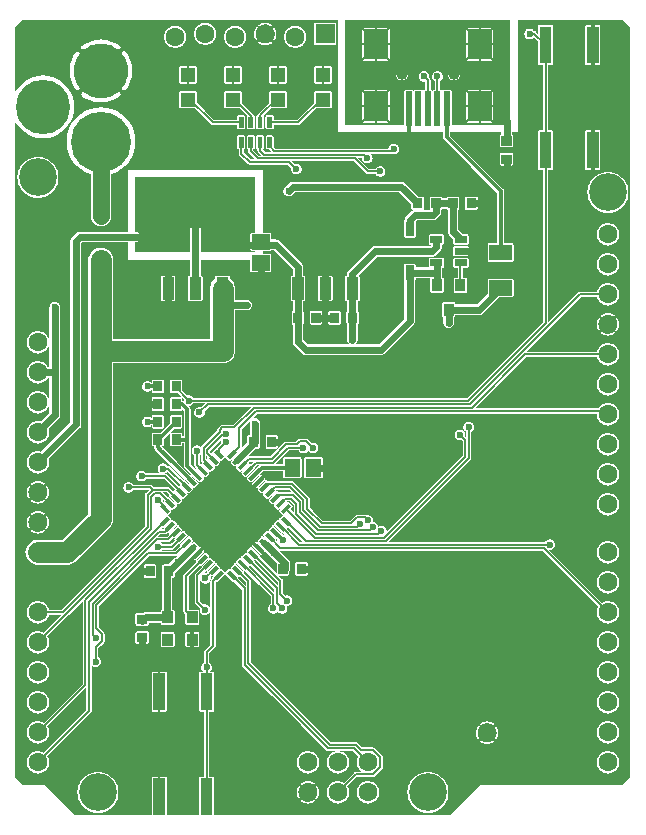
<source format=gbr>
G04 start of page 2 for group 0 idx 0 *
G04 Title: (unknown), top *
G04 Creator: pcb 1.99z *
G04 CreationDate: Tue Apr 19 20:08:46 2016 UTC *
G04 For: matt *
G04 Format: Gerber/RS-274X *
G04 PCB-Dimensions (mil): 2500.00 3000.00 *
G04 PCB-Coordinate-Origin: lower left *
%MOIN*%
%FSLAX25Y25*%
%LNTOP*%
%ADD29C,0.0354*%
%ADD28C,0.1378*%
%ADD27C,0.1181*%
%ADD26C,0.0394*%
%ADD25C,0.0118*%
%ADD24C,0.1221*%
%ADD23C,0.1260*%
%ADD22C,0.0394*%
%ADD21C,0.2008*%
%ADD20C,0.1811*%
%ADD19C,0.0630*%
%ADD18C,0.0138*%
%ADD17C,0.0559*%
%ADD16C,0.0059*%
%ADD15C,0.0118*%
%ADD14C,0.0709*%
%ADD13C,0.0236*%
%ADD12C,0.0236*%
%ADD11C,0.0001*%
G54D11*G36*
X109621Y93014D02*X104000Y98635D01*
X104022Y98688D01*
X104042Y98772D01*
X104049Y98859D01*
X104042Y98945D01*
X104022Y99030D01*
X103989Y99110D01*
X103943Y99184D01*
X103886Y99249D01*
X101772Y101357D01*
Y101475D01*
X104007Y99247D01*
X104080Y99201D01*
X104161Y99168D01*
X104245Y99148D01*
X104331Y99141D01*
X104418Y99148D01*
X104502Y99168D01*
X104582Y99201D01*
X104656Y99247D01*
X104721Y99304D01*
X105753Y100344D01*
X105760Y100354D01*
X109610Y96504D01*
Y96504D01*
X109674Y96440D01*
X109641Y96362D01*
X109621Y96277D01*
X109616Y96191D01*
X109621Y93014D01*
G37*
G36*
X108759Y87205D02*X108192D01*
X106299Y89098D01*
Y90209D01*
X108759Y87749D01*
Y87205D01*
G37*
G36*
X187500Y277500D02*Y242500D01*
X177322D01*
Y243163D01*
X181353Y243166D01*
X181445Y243188D01*
X181532Y243224D01*
X181612Y243273D01*
X181684Y243335D01*
X181746Y243406D01*
X181795Y243487D01*
X181831Y243574D01*
X181853Y243666D01*
X181859Y243760D01*
X181853Y253697D01*
X181831Y253788D01*
X181795Y253876D01*
X181746Y253956D01*
X181684Y254028D01*
X181612Y254089D01*
X181532Y254139D01*
X181445Y254175D01*
X181353Y254197D01*
X181259Y254202D01*
X177322Y254200D01*
Y263832D01*
X181353Y263835D01*
X181445Y263857D01*
X181532Y263893D01*
X181612Y263943D01*
X181684Y264004D01*
X181746Y264076D01*
X181795Y264156D01*
X181831Y264244D01*
X181853Y264335D01*
X181859Y264430D01*
X181853Y274366D01*
X181831Y274458D01*
X181795Y274545D01*
X181746Y274626D01*
X181684Y274698D01*
X181612Y274759D01*
X181532Y274808D01*
X181445Y274844D01*
X181353Y274866D01*
X181259Y274872D01*
X177322Y274869D01*
Y277500D01*
X187500D01*
G37*
G36*
X177322Y242500D02*X168658D01*
Y257333D01*
X168661Y257333D01*
X168970Y257357D01*
X169272Y257430D01*
X169559Y257549D01*
X169823Y257711D01*
X170059Y257912D01*
X170261Y258148D01*
X170423Y258413D01*
X170542Y258700D01*
X170614Y259002D01*
X170633Y259311D01*
X170614Y259620D01*
X170542Y259922D01*
X170423Y260209D01*
X170261Y260474D01*
X170059Y260710D01*
X169823Y260911D01*
X169559Y261074D01*
X169272Y261192D01*
X168970Y261265D01*
X168661Y261289D01*
X168658Y261289D01*
Y277500D01*
X177322D01*
Y274869D01*
X173290Y274866D01*
X173199Y274844D01*
X173111Y274808D01*
X173031Y274759D01*
X172959Y274698D01*
X172898Y274626D01*
X172848Y274545D01*
X172812Y274458D01*
X172790Y274366D01*
X172785Y274272D01*
X172790Y264335D01*
X172812Y264244D01*
X172848Y264156D01*
X172898Y264076D01*
X172959Y264004D01*
X173031Y263943D01*
X173111Y263893D01*
X173199Y263857D01*
X173290Y263835D01*
X173385Y263830D01*
X177322Y263832D01*
Y254200D01*
X173290Y254197D01*
X173199Y254175D01*
X173111Y254139D01*
X173031Y254089D01*
X172959Y254028D01*
X172898Y253956D01*
X172848Y253876D01*
X172812Y253788D01*
X172790Y253697D01*
X172785Y253602D01*
X172790Y243666D01*
X172812Y243574D01*
X172848Y243487D01*
X172898Y243406D01*
X172959Y243335D01*
X173031Y243273D01*
X173111Y243224D01*
X173199Y243188D01*
X173290Y243166D01*
X173385Y243160D01*
X177322Y243163D01*
Y242500D01*
G37*
G36*
X168658D02*X167883D01*
X167879Y253697D01*
X167857Y253789D01*
X167820Y253876D01*
X167771Y253957D01*
X167710Y254029D01*
X167638Y254090D01*
X167557Y254139D01*
X167470Y254175D01*
X167378Y254197D01*
X167284Y254203D01*
X165221Y254197D01*
X165129Y254175D01*
X165042Y254139D01*
X164961Y254090D01*
X164890Y254029D01*
X164828Y253957D01*
X164779Y253876D01*
X164743Y253789D01*
X164725Y253714D01*
X164706Y253789D01*
X164670Y253876D01*
X164621Y253957D01*
X164560Y254029D01*
X164488Y254090D01*
X164407Y254139D01*
X164320Y254175D01*
X164228Y254197D01*
X164134Y254203D01*
X164036Y254203D01*
Y257102D01*
X164234Y257223D01*
X164446Y257405D01*
X164627Y257617D01*
X164773Y257854D01*
X164879Y258112D01*
X164945Y258383D01*
X164961Y258661D01*
X164945Y258939D01*
X164879Y259211D01*
X164773Y259468D01*
X164627Y259706D01*
X164446Y259918D01*
X164234Y260099D01*
X163996Y260245D01*
X163738Y260352D01*
X163467Y260417D01*
X163189Y260439D01*
X162911Y260417D01*
X162640Y260352D01*
X162382Y260245D01*
X162144Y260099D01*
X161932Y259918D01*
X161751Y259706D01*
X161605Y259468D01*
X161499Y259211D01*
X161433Y258939D01*
X161412Y258661D01*
X161433Y258383D01*
X161499Y258112D01*
X161605Y257854D01*
X161751Y257617D01*
X161932Y257405D01*
X162144Y257223D01*
X162263Y257151D01*
Y254198D01*
X162071Y254197D01*
X161979Y254175D01*
X161892Y254139D01*
X161811Y254090D01*
X161740Y254029D01*
X161678Y253957D01*
X161629Y253876D01*
X161593Y253789D01*
X161575Y253713D01*
X161556Y253789D01*
X161520Y253876D01*
X161471Y253957D01*
X161410Y254029D01*
X161338Y254090D01*
X161257Y254139D01*
X161170Y254175D01*
X161078Y254197D01*
X160984Y254203D01*
X160886Y254203D01*
Y257288D01*
X160889Y257323D01*
X160878Y257462D01*
X160878Y257462D01*
X160846Y257598D01*
X160792Y257727D01*
X160719Y257846D01*
X160629Y257952D01*
X160602Y257974D01*
X160374Y258203D01*
X160417Y258383D01*
X160433Y258661D01*
X160417Y258939D01*
X160352Y259211D01*
X160245Y259468D01*
X160099Y259706D01*
X159918Y259918D01*
X159706Y260099D01*
X159468Y260245D01*
X159211Y260352D01*
X158939Y260417D01*
X158661Y260439D01*
X158383Y260417D01*
X158112Y260352D01*
X157854Y260245D01*
X157617Y260099D01*
X157405Y259918D01*
X157223Y259706D01*
X157078Y259468D01*
X156971Y259211D01*
X156906Y258939D01*
X156884Y258661D01*
X156906Y258383D01*
X156971Y258112D01*
X157078Y257854D01*
X157223Y257617D01*
X157405Y257405D01*
X157617Y257223D01*
X157854Y257078D01*
X158112Y256971D01*
X158383Y256906D01*
X158661Y256884D01*
X158939Y256906D01*
X159114Y256948D01*
Y254198D01*
X158921Y254197D01*
X158829Y254175D01*
X158742Y254139D01*
X158661Y254090D01*
X158589Y254029D01*
X158528Y253957D01*
X158479Y253876D01*
X158443Y253789D01*
X158425Y253714D01*
X158406Y253789D01*
X158370Y253876D01*
X158321Y253957D01*
X158260Y254029D01*
X158188Y254090D01*
X158107Y254139D01*
X158020Y254175D01*
X157928Y254198D01*
X157834Y254203D01*
X155771Y254197D01*
X155679Y254175D01*
X155592Y254139D01*
X155511Y254090D01*
X155439Y254028D01*
X155378Y253957D01*
X155329Y253876D01*
X155293Y253789D01*
X155275Y253714D01*
X155256Y253789D01*
X155220Y253876D01*
X155171Y253957D01*
X155110Y254029D01*
X155038Y254090D01*
X154957Y254139D01*
X154870Y254176D01*
X154778Y254198D01*
X154684Y254203D01*
X152621Y254197D01*
X152529Y254175D01*
X152442Y254139D01*
X152361Y254090D01*
X152289Y254028D01*
X152228Y253957D01*
X152179Y253876D01*
X152143Y253789D01*
X152121Y253697D01*
X152115Y253603D01*
X152122Y242500D01*
X151336D01*
Y257333D01*
X151339Y257333D01*
X151648Y257357D01*
X151950Y257430D01*
X152237Y257549D01*
X152501Y257711D01*
X152737Y257912D01*
X152939Y258148D01*
X153101Y258413D01*
X153220Y258700D01*
X153292Y259002D01*
X153311Y259311D01*
X153292Y259620D01*
X153220Y259922D01*
X153101Y260209D01*
X152939Y260474D01*
X152737Y260710D01*
X152501Y260911D01*
X152237Y261074D01*
X151950Y261192D01*
X151648Y261265D01*
X151339Y261289D01*
X151336Y261289D01*
Y277500D01*
X168658D01*
Y261289D01*
X168351Y261265D01*
X168049Y261192D01*
X167763Y261074D01*
X167498Y260911D01*
X167262Y260710D01*
X167060Y260474D01*
X166898Y260209D01*
X166779Y259922D01*
X166707Y259620D01*
X166683Y259311D01*
X166707Y259002D01*
X166779Y258700D01*
X166898Y258413D01*
X167060Y258148D01*
X167262Y257912D01*
X167498Y257711D01*
X167763Y257549D01*
X168049Y257430D01*
X168351Y257357D01*
X168658Y257333D01*
Y242500D01*
G37*
G36*
X151336D02*X142678D01*
Y243163D01*
X146709Y243166D01*
X146801Y243188D01*
X146888Y243224D01*
X146968Y243273D01*
X147040Y243335D01*
X147101Y243406D01*
X147151Y243487D01*
X147187Y243574D01*
X147209Y243666D01*
X147215Y243760D01*
X147209Y253697D01*
X147187Y253788D01*
X147151Y253876D01*
X147101Y253956D01*
X147040Y254028D01*
X146968Y254089D01*
X146888Y254139D01*
X146801Y254175D01*
X146709Y254197D01*
X146615Y254202D01*
X142678Y254200D01*
Y263832D01*
X146709Y263835D01*
X146801Y263857D01*
X146888Y263893D01*
X146968Y263943D01*
X147040Y264004D01*
X147101Y264076D01*
X147151Y264156D01*
X147187Y264244D01*
X147209Y264335D01*
X147215Y264430D01*
X147209Y274366D01*
X147187Y274458D01*
X147151Y274545D01*
X147101Y274626D01*
X147040Y274698D01*
X146968Y274759D01*
X146888Y274808D01*
X146801Y274844D01*
X146709Y274866D01*
X146615Y274872D01*
X142678Y274869D01*
Y277500D01*
X151336D01*
Y261289D01*
X151029Y261265D01*
X150727Y261192D01*
X150441Y261074D01*
X150176Y260911D01*
X149940Y260710D01*
X149738Y260474D01*
X149576Y260209D01*
X149457Y259922D01*
X149385Y259620D01*
X149360Y259311D01*
X149385Y259002D01*
X149457Y258700D01*
X149576Y258413D01*
X149738Y258148D01*
X149940Y257912D01*
X150176Y257711D01*
X150441Y257549D01*
X150727Y257430D01*
X151029Y257357D01*
X151336Y257333D01*
Y242500D01*
G37*
G36*
X142678D02*X132500D01*
Y277500D01*
X142678D01*
Y274869D01*
X138646Y274866D01*
X138555Y274844D01*
X138467Y274808D01*
X138387Y274759D01*
X138315Y274698D01*
X138254Y274626D01*
X138204Y274545D01*
X138168Y274458D01*
X138146Y274366D01*
X138141Y274272D01*
X138146Y264335D01*
X138168Y264244D01*
X138204Y264156D01*
X138254Y264076D01*
X138315Y264004D01*
X138387Y263943D01*
X138467Y263893D01*
X138555Y263857D01*
X138646Y263835D01*
X138741Y263830D01*
X142678Y263832D01*
Y254200D01*
X138646Y254197D01*
X138555Y254175D01*
X138467Y254139D01*
X138387Y254089D01*
X138315Y254028D01*
X138254Y253956D01*
X138204Y253876D01*
X138168Y253788D01*
X138146Y253697D01*
X138141Y253602D01*
X138146Y243666D01*
X138168Y243574D01*
X138204Y243487D01*
X138254Y243406D01*
X138315Y243335D01*
X138387Y243273D01*
X138467Y243224D01*
X138555Y243188D01*
X138646Y243166D01*
X138741Y243160D01*
X142678Y243163D01*
Y242500D01*
G37*
G36*
X223130Y176331D02*X223137Y176276D01*
X223150Y176000D01*
X223137Y175724D01*
X223130Y175669D01*
Y176331D01*
G37*
G36*
Y277500D02*X225000D01*
X227500Y275000D01*
Y25000D01*
X225000Y22500D01*
X223130D01*
Y27950D01*
X223343Y28297D01*
X223568Y28841D01*
X223706Y29413D01*
X223740Y30000D01*
X223706Y30587D01*
X223568Y31159D01*
X223343Y31703D01*
X223130Y32050D01*
Y37950D01*
X223343Y38297D01*
X223568Y38841D01*
X223706Y39413D01*
X223740Y40000D01*
X223706Y40587D01*
X223568Y41159D01*
X223343Y41703D01*
X223130Y42050D01*
Y47950D01*
X223343Y48297D01*
X223568Y48841D01*
X223706Y49413D01*
X223740Y50000D01*
X223706Y50587D01*
X223568Y51159D01*
X223343Y51703D01*
X223130Y52050D01*
Y57950D01*
X223343Y58297D01*
X223568Y58841D01*
X223706Y59413D01*
X223740Y60000D01*
X223706Y60587D01*
X223568Y61159D01*
X223343Y61703D01*
X223130Y62050D01*
Y67950D01*
X223343Y68297D01*
X223568Y68841D01*
X223706Y69413D01*
X223740Y70000D01*
X223706Y70587D01*
X223568Y71159D01*
X223343Y71703D01*
X223130Y72050D01*
Y77950D01*
X223343Y78297D01*
X223568Y78841D01*
X223706Y79413D01*
X223740Y80000D01*
X223706Y80587D01*
X223568Y81159D01*
X223343Y81703D01*
X223130Y82050D01*
Y87950D01*
X223343Y88297D01*
X223568Y88841D01*
X223706Y89413D01*
X223740Y90000D01*
X223706Y90587D01*
X223568Y91159D01*
X223343Y91703D01*
X223130Y92050D01*
Y97950D01*
X223343Y98297D01*
X223568Y98841D01*
X223706Y99413D01*
X223740Y100000D01*
X223706Y100587D01*
X223568Y101159D01*
X223343Y101703D01*
X223130Y102050D01*
Y113950D01*
X223343Y114297D01*
X223568Y114841D01*
X223706Y115413D01*
X223740Y116000D01*
X223706Y116587D01*
X223568Y117159D01*
X223343Y117703D01*
X223130Y118050D01*
Y123950D01*
X223343Y124297D01*
X223568Y124841D01*
X223706Y125413D01*
X223740Y126000D01*
X223706Y126587D01*
X223568Y127159D01*
X223343Y127703D01*
X223130Y128050D01*
Y133950D01*
X223343Y134297D01*
X223568Y134841D01*
X223706Y135413D01*
X223740Y136000D01*
X223706Y136587D01*
X223568Y137159D01*
X223343Y137703D01*
X223130Y138050D01*
Y143950D01*
X223343Y144297D01*
X223568Y144841D01*
X223706Y145413D01*
X223740Y146000D01*
X223706Y146587D01*
X223568Y147159D01*
X223343Y147703D01*
X223130Y148050D01*
Y153950D01*
X223343Y154297D01*
X223568Y154841D01*
X223706Y155413D01*
X223740Y156000D01*
X223706Y156587D01*
X223568Y157159D01*
X223343Y157703D01*
X223130Y158050D01*
Y163950D01*
X223343Y164297D01*
X223568Y164841D01*
X223706Y165413D01*
X223740Y166000D01*
X223706Y166587D01*
X223568Y167159D01*
X223343Y167703D01*
X223130Y168050D01*
Y173956D01*
X223237Y174120D01*
X223389Y174410D01*
X223516Y174713D01*
X223615Y175026D01*
X223686Y175347D01*
X223729Y175672D01*
X223744Y176000D01*
X223729Y176328D01*
X223686Y176653D01*
X223615Y176974D01*
X223516Y177287D01*
X223389Y177590D01*
X223237Y177880D01*
X223130Y178047D01*
Y183950D01*
X223343Y184297D01*
X223568Y184841D01*
X223706Y185413D01*
X223740Y186000D01*
X223706Y186587D01*
X223568Y187159D01*
X223343Y187703D01*
X223130Y188050D01*
Y193950D01*
X223343Y194297D01*
X223568Y194841D01*
X223706Y195413D01*
X223740Y196000D01*
X223706Y196587D01*
X223568Y197159D01*
X223343Y197703D01*
X223130Y198050D01*
Y203950D01*
X223343Y204297D01*
X223568Y204841D01*
X223706Y205413D01*
X223740Y206000D01*
X223706Y206587D01*
X223568Y207159D01*
X223343Y207703D01*
X223130Y208050D01*
Y213880D01*
X224041Y214438D01*
X224861Y215139D01*
X225562Y215959D01*
X226126Y216879D01*
X226538Y217876D01*
X226790Y218925D01*
X226854Y220000D01*
X226790Y221075D01*
X226538Y222124D01*
X226126Y223121D01*
X225562Y224041D01*
X224861Y224861D01*
X224041Y225562D01*
X223130Y226120D01*
Y277500D01*
G37*
G36*
Y208050D02*X223035Y208205D01*
X222653Y208653D01*
X222205Y209035D01*
X221703Y209343D01*
X221159Y209568D01*
X220587Y209706D01*
X220000Y209752D01*
X219994Y209751D01*
Y213126D01*
X220000Y213125D01*
X221075Y213210D01*
X222124Y213462D01*
X223121Y213874D01*
X223130Y213880D01*
Y208050D01*
G37*
G36*
Y198050D02*X223035Y198205D01*
X222653Y198653D01*
X222205Y199035D01*
X221703Y199343D01*
X221159Y199568D01*
X220587Y199706D01*
X220000Y199752D01*
X219994Y199751D01*
Y202249D01*
X220000Y202248D01*
X220587Y202294D01*
X221159Y202432D01*
X221703Y202657D01*
X222205Y202965D01*
X222653Y203347D01*
X223035Y203795D01*
X223130Y203950D01*
Y198050D01*
G37*
G36*
Y188050D02*X223035Y188205D01*
X222653Y188653D01*
X222205Y189035D01*
X221703Y189343D01*
X221159Y189568D01*
X220587Y189706D01*
X220000Y189752D01*
X219994Y189751D01*
Y192249D01*
X220000Y192248D01*
X220587Y192294D01*
X221159Y192432D01*
X221703Y192657D01*
X222205Y192965D01*
X222653Y193347D01*
X223035Y193795D01*
X223130Y193950D01*
Y188050D01*
G37*
G36*
Y168050D02*X223035Y168205D01*
X222653Y168653D01*
X222205Y169035D01*
X221703Y169343D01*
X221159Y169568D01*
X220587Y169706D01*
X220000Y169752D01*
X219994Y169751D01*
Y172256D01*
X220000Y172256D01*
X220328Y172271D01*
X220653Y172314D01*
X220974Y172385D01*
X221287Y172484D01*
X221590Y172611D01*
X221880Y172763D01*
X222157Y172940D01*
X222193Y172970D01*
X222224Y173005D01*
X222249Y173045D01*
X222268Y173088D01*
X222279Y173133D01*
X222284Y173180D01*
X222281Y173227D01*
X222271Y173273D01*
X222253Y173316D01*
X222229Y173357D01*
X222199Y173393D01*
X222164Y173424D01*
X222124Y173449D01*
X222081Y173467D01*
X222036Y173479D01*
X221989Y173483D01*
X221942Y173480D01*
X221896Y173470D01*
X221853Y173453D01*
X221813Y173428D01*
X221582Y173277D01*
X221337Y173148D01*
X221082Y173042D01*
X220819Y172959D01*
X220550Y172899D01*
X220276Y172863D01*
X220000Y172850D01*
X219994Y172851D01*
Y179149D01*
X220000Y179150D01*
X220276Y179138D01*
X220550Y179101D01*
X220819Y179041D01*
X221082Y178958D01*
X221337Y178852D01*
X221582Y178723D01*
X221815Y178574D01*
X221854Y178550D01*
X221897Y178533D01*
X221943Y178523D01*
X221989Y178520D01*
X222035Y178524D01*
X222080Y178535D01*
X222123Y178554D01*
X222162Y178579D01*
X222197Y178609D01*
X222227Y178645D01*
X222250Y178685D01*
X222268Y178728D01*
X222278Y178774D01*
X222281Y178820D01*
X222276Y178866D01*
X222265Y178911D01*
X222247Y178954D01*
X222222Y178993D01*
X222191Y179028D01*
X222155Y179057D01*
X221880Y179237D01*
X221590Y179389D01*
X221287Y179516D01*
X220974Y179615D01*
X220653Y179686D01*
X220328Y179729D01*
X220000Y179744D01*
X219994Y179744D01*
Y182249D01*
X220000Y182248D01*
X220587Y182294D01*
X221159Y182432D01*
X221703Y182657D01*
X222205Y182965D01*
X222653Y183347D01*
X223035Y183795D01*
X223130Y183950D01*
Y178047D01*
X223060Y178157D01*
X223030Y178193D01*
X222995Y178224D01*
X222955Y178249D01*
X222912Y178268D01*
X222867Y178279D01*
X222820Y178284D01*
X222773Y178281D01*
X222727Y178271D01*
X222684Y178253D01*
X222643Y178229D01*
X222607Y178199D01*
X222576Y178164D01*
X222551Y178124D01*
X222533Y178081D01*
X222521Y178036D01*
X222517Y177989D01*
X222520Y177942D01*
X222530Y177896D01*
X222547Y177853D01*
X222572Y177813D01*
X222723Y177582D01*
X222852Y177337D01*
X222958Y177082D01*
X223041Y176819D01*
X223101Y176550D01*
X223130Y176331D01*
Y175669D01*
X223101Y175450D01*
X223041Y175181D01*
X222958Y174918D01*
X222852Y174663D01*
X222723Y174418D01*
X222574Y174185D01*
X222550Y174146D01*
X222533Y174103D01*
X222523Y174057D01*
X222520Y174011D01*
X222524Y173965D01*
X222535Y173920D01*
X222554Y173877D01*
X222579Y173838D01*
X222609Y173803D01*
X222645Y173773D01*
X222685Y173750D01*
X222728Y173732D01*
X222774Y173722D01*
X222820Y173719D01*
X222866Y173724D01*
X222911Y173735D01*
X222954Y173753D01*
X222993Y173778D01*
X223028Y173809D01*
X223057Y173845D01*
X223130Y173956D01*
Y168050D01*
G37*
G36*
Y158050D02*X223035Y158205D01*
X222653Y158653D01*
X222205Y159035D01*
X221703Y159343D01*
X221159Y159568D01*
X220889Y159633D01*
X220587Y159706D01*
X220000Y159752D01*
X219994Y159751D01*
Y162249D01*
X220000Y162248D01*
X220587Y162294D01*
X220889Y162367D01*
X221159Y162432D01*
X221703Y162657D01*
X222205Y162965D01*
X222653Y163347D01*
X223035Y163795D01*
X223130Y163950D01*
Y158050D01*
G37*
G36*
Y148050D02*X223035Y148205D01*
X222653Y148653D01*
X222205Y149035D01*
X221703Y149343D01*
X221159Y149568D01*
X220889Y149633D01*
X220587Y149706D01*
X220000Y149752D01*
X219994Y149751D01*
Y152249D01*
X220000Y152248D01*
X220587Y152294D01*
X220889Y152367D01*
X221159Y152432D01*
X221703Y152657D01*
X222205Y152965D01*
X222653Y153347D01*
X223035Y153795D01*
X223130Y153950D01*
Y148050D01*
G37*
G36*
Y138050D02*X223035Y138205D01*
X222653Y138653D01*
X222205Y139035D01*
X221703Y139343D01*
X221159Y139568D01*
X220587Y139706D01*
X220000Y139752D01*
X219994Y139751D01*
Y142249D01*
X220000Y142248D01*
X220587Y142294D01*
X221159Y142432D01*
X221703Y142657D01*
X222205Y142965D01*
X222653Y143347D01*
X223035Y143795D01*
X223130Y143950D01*
Y138050D01*
G37*
G36*
Y128050D02*X223035Y128205D01*
X222653Y128653D01*
X222205Y129035D01*
X221703Y129343D01*
X221159Y129568D01*
X220587Y129706D01*
X220000Y129752D01*
X219994Y129751D01*
Y132249D01*
X220000Y132248D01*
X220587Y132294D01*
X221159Y132432D01*
X221703Y132657D01*
X222205Y132965D01*
X222653Y133347D01*
X223035Y133795D01*
X223130Y133950D01*
Y128050D01*
G37*
G36*
Y118050D02*X223035Y118205D01*
X222653Y118653D01*
X222205Y119035D01*
X221703Y119343D01*
X221159Y119568D01*
X220587Y119706D01*
X220000Y119752D01*
X219994Y119751D01*
Y122249D01*
X220000Y122248D01*
X220587Y122294D01*
X221159Y122432D01*
X221703Y122657D01*
X222205Y122965D01*
X222653Y123347D01*
X223035Y123795D01*
X223130Y123950D01*
Y118050D01*
G37*
G36*
Y102050D02*X223035Y102205D01*
X222653Y102653D01*
X222205Y103035D01*
X221703Y103343D01*
X221159Y103568D01*
X220587Y103706D01*
X220000Y103752D01*
X219994Y103751D01*
Y112249D01*
X220000Y112248D01*
X220587Y112294D01*
X221159Y112432D01*
X221703Y112657D01*
X222205Y112965D01*
X222653Y113347D01*
X223035Y113795D01*
X223130Y113950D01*
Y102050D01*
G37*
G36*
Y92050D02*X223035Y92205D01*
X222653Y92653D01*
X222205Y93035D01*
X221703Y93343D01*
X221159Y93568D01*
X220587Y93706D01*
X220000Y93752D01*
X219994Y93751D01*
Y96249D01*
X220000Y96248D01*
X220587Y96294D01*
X221159Y96432D01*
X221703Y96657D01*
X222205Y96965D01*
X222653Y97347D01*
X223035Y97795D01*
X223130Y97950D01*
Y92050D01*
G37*
G36*
Y82050D02*X223035Y82205D01*
X222653Y82653D01*
X222205Y83035D01*
X221703Y83343D01*
X221159Y83568D01*
X220587Y83706D01*
X220000Y83752D01*
X219994Y83751D01*
Y86249D01*
X220000Y86248D01*
X220587Y86294D01*
X221159Y86432D01*
X221703Y86657D01*
X222205Y86965D01*
X222653Y87347D01*
X223035Y87795D01*
X223130Y87950D01*
Y82050D01*
G37*
G36*
Y72050D02*X223035Y72205D01*
X222653Y72653D01*
X222205Y73035D01*
X221703Y73343D01*
X221159Y73568D01*
X220587Y73706D01*
X220000Y73752D01*
X219994Y73751D01*
Y76249D01*
X220000Y76248D01*
X220587Y76294D01*
X221159Y76432D01*
X221703Y76657D01*
X222205Y76965D01*
X222653Y77347D01*
X223035Y77795D01*
X223130Y77950D01*
Y72050D01*
G37*
G36*
Y62050D02*X223035Y62205D01*
X222653Y62653D01*
X222205Y63035D01*
X221703Y63343D01*
X221159Y63568D01*
X220587Y63706D01*
X220000Y63752D01*
X219994Y63751D01*
Y66249D01*
X220000Y66248D01*
X220587Y66294D01*
X221159Y66432D01*
X221703Y66657D01*
X222205Y66965D01*
X222653Y67347D01*
X223035Y67795D01*
X223130Y67950D01*
Y62050D01*
G37*
G36*
Y52050D02*X223035Y52205D01*
X222653Y52653D01*
X222205Y53035D01*
X221703Y53343D01*
X221159Y53568D01*
X220587Y53706D01*
X220000Y53752D01*
X219994Y53751D01*
Y56249D01*
X220000Y56248D01*
X220587Y56294D01*
X221159Y56432D01*
X221703Y56657D01*
X222205Y56965D01*
X222653Y57347D01*
X223035Y57795D01*
X223130Y57950D01*
Y52050D01*
G37*
G36*
Y42050D02*X223035Y42205D01*
X222653Y42653D01*
X222205Y43035D01*
X221703Y43343D01*
X221159Y43568D01*
X220587Y43706D01*
X220000Y43752D01*
X219994Y43751D01*
Y46249D01*
X220000Y46248D01*
X220587Y46294D01*
X221159Y46432D01*
X221703Y46657D01*
X222205Y46965D01*
X222653Y47347D01*
X223035Y47795D01*
X223130Y47950D01*
Y42050D01*
G37*
G36*
Y32050D02*X223035Y32205D01*
X222653Y32653D01*
X222205Y33035D01*
X221703Y33343D01*
X221159Y33568D01*
X220587Y33706D01*
X220000Y33752D01*
X219994Y33751D01*
Y36249D01*
X220000Y36248D01*
X220587Y36294D01*
X221159Y36432D01*
X221703Y36657D01*
X222205Y36965D01*
X222653Y37347D01*
X223035Y37795D01*
X223130Y37950D01*
Y32050D01*
G37*
G36*
Y22500D02*X219994D01*
Y26249D01*
X220000Y26248D01*
X220587Y26294D01*
X221159Y26432D01*
X221703Y26657D01*
X222205Y26965D01*
X222653Y27347D01*
X223035Y27795D01*
X223130Y27950D01*
Y22500D01*
G37*
G36*
X219994Y277500D02*X223130D01*
Y226120D01*
X223121Y226126D01*
X222124Y226538D01*
X221075Y226790D01*
X220000Y226875D01*
X219994Y226874D01*
Y277500D01*
G37*
G36*
Y169751D02*X219413Y169706D01*
X218841Y169568D01*
X218297Y169343D01*
X217795Y169035D01*
X217347Y168653D01*
X216965Y168205D01*
X216870Y168050D01*
Y173953D01*
X216940Y173843D01*
X216970Y173807D01*
X217005Y173776D01*
X217045Y173751D01*
X217088Y173732D01*
X217133Y173721D01*
X217180Y173716D01*
X217227Y173719D01*
X217273Y173729D01*
X217316Y173747D01*
X217357Y173771D01*
X217393Y173801D01*
X217424Y173836D01*
X217449Y173876D01*
X217467Y173919D01*
X217479Y173964D01*
X217483Y174011D01*
X217480Y174058D01*
X217470Y174104D01*
X217453Y174147D01*
X217428Y174187D01*
X217277Y174418D01*
X217148Y174663D01*
X217042Y174918D01*
X216959Y175181D01*
X216899Y175450D01*
X216870Y175669D01*
Y176331D01*
X216899Y176550D01*
X216959Y176819D01*
X217042Y177082D01*
X217148Y177337D01*
X217277Y177582D01*
X217426Y177815D01*
X217450Y177854D01*
X217467Y177897D01*
X217477Y177943D01*
X217480Y177989D01*
X217476Y178035D01*
X217465Y178080D01*
X217446Y178123D01*
X217421Y178162D01*
X217391Y178197D01*
X217355Y178227D01*
X217315Y178250D01*
X217272Y178268D01*
X217226Y178278D01*
X217180Y178281D01*
X217134Y178276D01*
X217089Y178265D01*
X217046Y178247D01*
X217007Y178222D01*
X216972Y178191D01*
X216943Y178155D01*
X216870Y178044D01*
Y183950D01*
X216965Y183795D01*
X217347Y183347D01*
X217795Y182965D01*
X218297Y182657D01*
X218841Y182432D01*
X219413Y182294D01*
X219994Y182249D01*
Y179744D01*
X219672Y179729D01*
X219347Y179686D01*
X219026Y179615D01*
X218713Y179516D01*
X218410Y179389D01*
X218120Y179237D01*
X217843Y179060D01*
X217807Y179030D01*
X217776Y178995D01*
X217751Y178955D01*
X217732Y178912D01*
X217721Y178867D01*
X217716Y178820D01*
X217719Y178773D01*
X217729Y178727D01*
X217747Y178684D01*
X217771Y178643D01*
X217801Y178607D01*
X217836Y178576D01*
X217876Y178551D01*
X217919Y178533D01*
X217964Y178521D01*
X218011Y178517D01*
X218058Y178520D01*
X218104Y178530D01*
X218147Y178547D01*
X218187Y178572D01*
X218418Y178723D01*
X218663Y178852D01*
X218918Y178958D01*
X219181Y179041D01*
X219450Y179101D01*
X219724Y179138D01*
X219994Y179149D01*
Y172851D01*
X219724Y172863D01*
X219450Y172899D01*
X219181Y172959D01*
X218918Y173042D01*
X218663Y173148D01*
X218418Y173277D01*
X218185Y173426D01*
X218146Y173450D01*
X218103Y173467D01*
X218057Y173477D01*
X218011Y173480D01*
X217965Y173476D01*
X217920Y173465D01*
X217877Y173446D01*
X217838Y173421D01*
X217803Y173391D01*
X217773Y173355D01*
X217750Y173315D01*
X217732Y173272D01*
X217722Y173226D01*
X217719Y173180D01*
X217724Y173134D01*
X217735Y173089D01*
X217753Y173046D01*
X217778Y173007D01*
X217809Y172972D01*
X217845Y172943D01*
X218120Y172763D01*
X218410Y172611D01*
X218713Y172484D01*
X219026Y172385D01*
X219347Y172314D01*
X219672Y172271D01*
X219994Y172256D01*
Y169751D01*
G37*
G36*
X216870Y175669D02*X216862Y175724D01*
X216850Y176000D01*
X216862Y176276D01*
X216870Y176331D01*
Y175669D01*
G37*
G36*
Y168050D02*X216657Y167703D01*
X216432Y167159D01*
X216367Y166889D01*
X216366Y166886D01*
X192746D01*
X210973Y185114D01*
X216366D01*
X216432Y184841D01*
X216657Y184297D01*
X216870Y183950D01*
Y178044D01*
X216763Y177880D01*
X216611Y177590D01*
X216484Y177287D01*
X216385Y176974D01*
X216314Y176653D01*
X216271Y176328D01*
X216256Y176000D01*
X216271Y175672D01*
X216314Y175347D01*
X216385Y175026D01*
X216484Y174713D01*
X216611Y174410D01*
X216763Y174120D01*
X216870Y173953D01*
Y168050D01*
G37*
G36*
X219994Y149751D02*X219413Y149706D01*
X218841Y149568D01*
X218297Y149343D01*
X217795Y149035D01*
X217347Y148653D01*
X216965Y148205D01*
X216798Y147934D01*
X186220D01*
Y158605D01*
X192729Y165114D01*
X216366D01*
X216432Y164841D01*
X216657Y164297D01*
X216965Y163795D01*
X217347Y163347D01*
X217795Y162965D01*
X218297Y162657D01*
X218841Y162432D01*
X219413Y162294D01*
X219994Y162249D01*
Y159751D01*
X219413Y159706D01*
X218841Y159568D01*
X218297Y159343D01*
X217795Y159035D01*
X217347Y158653D01*
X216965Y158205D01*
X216657Y157703D01*
X216432Y157159D01*
X216294Y156587D01*
X216248Y156000D01*
X216294Y155413D01*
X216432Y154841D01*
X216657Y154297D01*
X216965Y153795D01*
X217347Y153347D01*
X217795Y152965D01*
X218297Y152657D01*
X218841Y152432D01*
X219413Y152294D01*
X219994Y152249D01*
Y149751D01*
G37*
G36*
Y83751D02*X219413Y83706D01*
X218841Y83568D01*
X218297Y83343D01*
X218058Y83196D01*
X200462Y100792D01*
X200591Y100782D01*
X200869Y100803D01*
X201140Y100869D01*
X201398Y100975D01*
X201635Y101121D01*
X201847Y101302D01*
X202029Y101514D01*
X202174Y101752D01*
X202281Y102010D01*
X202346Y102281D01*
X202363Y102559D01*
X202346Y102837D01*
X202281Y103108D01*
X202174Y103366D01*
X202029Y103604D01*
X201847Y103816D01*
X201635Y103997D01*
X201398Y104143D01*
X201140Y104250D01*
X200869Y104315D01*
X200591Y104337D01*
X200312Y104315D01*
X200041Y104250D01*
X199784Y104143D01*
X199546Y103997D01*
X199334Y103816D01*
X199153Y103604D01*
X199056Y103446D01*
X186220D01*
Y146161D01*
X216261D01*
X216248Y146000D01*
X216294Y145413D01*
X216432Y144841D01*
X216657Y144297D01*
X216965Y143795D01*
X217347Y143347D01*
X217795Y142965D01*
X218297Y142657D01*
X218841Y142432D01*
X219413Y142294D01*
X219994Y142249D01*
Y139751D01*
X219413Y139706D01*
X218841Y139568D01*
X218297Y139343D01*
X217795Y139035D01*
X217347Y138653D01*
X216965Y138205D01*
X216657Y137703D01*
X216432Y137159D01*
X216294Y136587D01*
X216248Y136000D01*
X216294Y135413D01*
X216432Y134841D01*
X216657Y134297D01*
X216965Y133795D01*
X217347Y133347D01*
X217795Y132965D01*
X218297Y132657D01*
X218841Y132432D01*
X219413Y132294D01*
X219994Y132249D01*
Y129751D01*
X219413Y129706D01*
X218841Y129568D01*
X218297Y129343D01*
X217795Y129035D01*
X217347Y128653D01*
X216965Y128205D01*
X216657Y127703D01*
X216432Y127159D01*
X216294Y126587D01*
X216248Y126000D01*
X216294Y125413D01*
X216432Y124841D01*
X216657Y124297D01*
X216965Y123795D01*
X217347Y123347D01*
X217795Y122965D01*
X218297Y122657D01*
X218841Y122432D01*
X219413Y122294D01*
X219994Y122249D01*
Y119751D01*
X219413Y119706D01*
X218841Y119568D01*
X218297Y119343D01*
X217795Y119035D01*
X217347Y118653D01*
X216965Y118205D01*
X216657Y117703D01*
X216432Y117159D01*
X216294Y116587D01*
X216248Y116000D01*
X216294Y115413D01*
X216432Y114841D01*
X216657Y114297D01*
X216965Y113795D01*
X217347Y113347D01*
X217795Y112965D01*
X218297Y112657D01*
X218841Y112432D01*
X219413Y112294D01*
X219994Y112249D01*
Y103751D01*
X219413Y103706D01*
X218841Y103568D01*
X218297Y103343D01*
X217795Y103035D01*
X217347Y102653D01*
X216965Y102205D01*
X216657Y101703D01*
X216432Y101159D01*
X216294Y100587D01*
X216248Y100000D01*
X216294Y99413D01*
X216432Y98841D01*
X216657Y98297D01*
X216965Y97795D01*
X217347Y97347D01*
X217795Y96965D01*
X218297Y96657D01*
X218841Y96432D01*
X219413Y96294D01*
X219994Y96249D01*
Y93751D01*
X219413Y93706D01*
X218841Y93568D01*
X218297Y93343D01*
X217795Y93035D01*
X217347Y92653D01*
X216965Y92205D01*
X216657Y91703D01*
X216432Y91159D01*
X216294Y90587D01*
X216248Y90000D01*
X216294Y89413D01*
X216432Y88841D01*
X216657Y88297D01*
X216965Y87795D01*
X217347Y87347D01*
X217795Y86965D01*
X218297Y86657D01*
X218841Y86432D01*
X219413Y86294D01*
X219994Y86249D01*
Y83751D01*
G37*
G36*
Y22500D02*X186220D01*
Y100491D01*
X198255D01*
X216804Y81942D01*
X216657Y81703D01*
X216432Y81159D01*
X216294Y80587D01*
X216248Y80000D01*
X216294Y79413D01*
X216432Y78841D01*
X216657Y78297D01*
X216965Y77795D01*
X217347Y77347D01*
X217795Y76965D01*
X218297Y76657D01*
X218841Y76432D01*
X219413Y76294D01*
X219994Y76249D01*
Y73751D01*
X219413Y73706D01*
X218841Y73568D01*
X218297Y73343D01*
X217795Y73035D01*
X217347Y72653D01*
X216965Y72205D01*
X216657Y71703D01*
X216432Y71159D01*
X216294Y70587D01*
X216248Y70000D01*
X216294Y69413D01*
X216432Y68841D01*
X216657Y68297D01*
X216965Y67795D01*
X217347Y67347D01*
X217795Y66965D01*
X218297Y66657D01*
X218841Y66432D01*
X219413Y66294D01*
X219994Y66249D01*
Y63751D01*
X219413Y63706D01*
X218841Y63568D01*
X218297Y63343D01*
X217795Y63035D01*
X217347Y62653D01*
X216965Y62205D01*
X216657Y61703D01*
X216432Y61159D01*
X216294Y60587D01*
X216248Y60000D01*
X216294Y59413D01*
X216432Y58841D01*
X216657Y58297D01*
X216965Y57795D01*
X217347Y57347D01*
X217795Y56965D01*
X218297Y56657D01*
X218841Y56432D01*
X219413Y56294D01*
X219994Y56249D01*
Y53751D01*
X219413Y53706D01*
X218841Y53568D01*
X218297Y53343D01*
X217795Y53035D01*
X217347Y52653D01*
X216965Y52205D01*
X216657Y51703D01*
X216432Y51159D01*
X216294Y50587D01*
X216248Y50000D01*
X216294Y49413D01*
X216432Y48841D01*
X216657Y48297D01*
X216965Y47795D01*
X217347Y47347D01*
X217795Y46965D01*
X218297Y46657D01*
X218841Y46432D01*
X219413Y46294D01*
X219994Y46249D01*
Y43751D01*
X219413Y43706D01*
X218841Y43568D01*
X218297Y43343D01*
X217795Y43035D01*
X217347Y42653D01*
X216965Y42205D01*
X216657Y41703D01*
X216432Y41159D01*
X216294Y40587D01*
X216248Y40000D01*
X216294Y39413D01*
X216432Y38841D01*
X216657Y38297D01*
X216965Y37795D01*
X217347Y37347D01*
X217795Y36965D01*
X218297Y36657D01*
X218841Y36432D01*
X219413Y36294D01*
X219994Y36249D01*
Y33751D01*
X219413Y33706D01*
X218841Y33568D01*
X218297Y33343D01*
X217795Y33035D01*
X217347Y32653D01*
X216965Y32205D01*
X216657Y31703D01*
X216432Y31159D01*
X216294Y30587D01*
X216248Y30000D01*
X216294Y29413D01*
X216432Y28841D01*
X216657Y28297D01*
X216965Y27795D01*
X217347Y27347D01*
X217795Y26965D01*
X218297Y26657D01*
X218841Y26432D01*
X219413Y26294D01*
X219994Y26249D01*
Y22500D01*
G37*
G36*
X214961Y215347D02*X215139Y215139D01*
X215959Y214438D01*
X216879Y213874D01*
X217876Y213462D01*
X218925Y213210D01*
X219994Y213126D01*
Y209751D01*
X219413Y209706D01*
X218841Y209568D01*
X218297Y209343D01*
X217795Y209035D01*
X217347Y208653D01*
X216965Y208205D01*
X216657Y207703D01*
X216432Y207159D01*
X216294Y206587D01*
X216248Y206000D01*
X216294Y205413D01*
X216432Y204841D01*
X216657Y204297D01*
X216965Y203795D01*
X217347Y203347D01*
X217795Y202965D01*
X218297Y202657D01*
X218841Y202432D01*
X219413Y202294D01*
X219994Y202249D01*
Y199751D01*
X219413Y199706D01*
X218841Y199568D01*
X218297Y199343D01*
X217795Y199035D01*
X217347Y198653D01*
X216965Y198205D01*
X216657Y197703D01*
X216432Y197159D01*
X216294Y196587D01*
X216248Y196000D01*
X216294Y195413D01*
X216432Y194841D01*
X216657Y194297D01*
X216965Y193795D01*
X217347Y193347D01*
X217795Y192965D01*
X218297Y192657D01*
X218841Y192432D01*
X219413Y192294D01*
X219994Y192249D01*
Y189751D01*
X219413Y189706D01*
X218841Y189568D01*
X218297Y189343D01*
X217795Y189035D01*
X217347Y188653D01*
X216965Y188205D01*
X216657Y187703D01*
X216432Y187159D01*
X216366Y186886D01*
X214961D01*
Y215347D01*
G37*
G36*
Y277500D02*X219994D01*
Y226874D01*
X218925Y226790D01*
X217876Y226538D01*
X216879Y226126D01*
X215959Y225562D01*
X215139Y224861D01*
X214961Y224653D01*
Y227364D01*
X217022Y227367D01*
X217112Y227389D01*
X217198Y227425D01*
X217278Y227473D01*
X217348Y227534D01*
X217409Y227604D01*
X217457Y227684D01*
X217493Y227770D01*
X217515Y227860D01*
X217520Y227953D01*
X217515Y240250D01*
X217493Y240341D01*
X217457Y240427D01*
X217409Y240506D01*
X217348Y240577D01*
X217278Y240637D01*
X217198Y240686D01*
X217112Y240721D01*
X217022Y240743D01*
X216929Y240748D01*
X214961Y240746D01*
Y262404D01*
X217022Y262407D01*
X217112Y262428D01*
X217198Y262464D01*
X217278Y262513D01*
X217348Y262573D01*
X217409Y262644D01*
X217457Y262723D01*
X217493Y262809D01*
X217515Y262899D01*
X217520Y262992D01*
X217515Y275290D01*
X217493Y275380D01*
X217457Y275466D01*
X217409Y275545D01*
X217348Y275616D01*
X217278Y275676D01*
X217198Y275725D01*
X217112Y275761D01*
X217022Y275782D01*
X216929Y275788D01*
X214961Y275785D01*
Y277500D01*
G37*
G36*
X186220Y196834D02*X188078Y196835D01*
X188163Y196856D01*
X188243Y196889D01*
X188317Y196934D01*
X188383Y196990D01*
X188439Y197056D01*
X188485Y197130D01*
X188518Y197211D01*
X188538Y197295D01*
X188543Y197381D01*
X188538Y202586D01*
X188518Y202670D01*
X188485Y202750D01*
X188439Y202824D01*
X188383Y202890D01*
X188317Y202947D01*
X188243Y202992D01*
X188163Y203025D01*
X188078Y203046D01*
X187992Y203051D01*
X186220Y203049D01*
Y228910D01*
X188010Y228913D01*
X188094Y228933D01*
X188174Y228966D01*
X188248Y229011D01*
X188314Y229068D01*
X188371Y229134D01*
X188416Y229208D01*
X188449Y229288D01*
X188469Y229372D01*
X188474Y229459D01*
X188469Y232636D01*
X188449Y232720D01*
X188416Y232800D01*
X188371Y232874D01*
X188314Y232940D01*
X188248Y232997D01*
X188174Y233042D01*
X188094Y233075D01*
X188010Y233095D01*
X187923Y233100D01*
X186220Y233098D01*
Y235012D01*
X188010Y235015D01*
X188094Y235035D01*
X188174Y235068D01*
X188248Y235114D01*
X188314Y235170D01*
X188371Y235236D01*
X188416Y235310D01*
X188449Y235390D01*
X188469Y235475D01*
X188474Y235561D01*
X188469Y238738D01*
X188449Y238822D01*
X188416Y238903D01*
X188371Y238977D01*
X188314Y239043D01*
X188248Y239099D01*
X188174Y239144D01*
X188094Y239177D01*
X188010Y239198D01*
X187992Y239199D01*
Y240000D01*
X190000D01*
Y277500D01*
X214961D01*
Y275785D01*
X212899Y275782D01*
X212809Y275761D01*
X212723Y275725D01*
X212644Y275676D01*
X212573Y275616D01*
X212513Y275545D01*
X212464Y275466D01*
X212428Y275380D01*
X212407Y275290D01*
X212401Y275197D01*
X212407Y262899D01*
X212428Y262809D01*
X212464Y262723D01*
X212513Y262644D01*
X212573Y262573D01*
X212644Y262513D01*
X212723Y262464D01*
X212809Y262428D01*
X212899Y262407D01*
X212992Y262401D01*
X214961Y262404D01*
Y240746D01*
X212899Y240743D01*
X212809Y240721D01*
X212723Y240686D01*
X212644Y240637D01*
X212573Y240577D01*
X212513Y240506D01*
X212464Y240427D01*
X212428Y240341D01*
X212407Y240250D01*
X212401Y240157D01*
X212407Y227860D01*
X212428Y227770D01*
X212464Y227684D01*
X212513Y227604D01*
X212573Y227534D01*
X212644Y227473D01*
X212723Y227425D01*
X212809Y227389D01*
X212899Y227367D01*
X212992Y227362D01*
X214961Y227364D01*
Y224653D01*
X214438Y224041D01*
X213874Y223121D01*
X213462Y222124D01*
X213210Y221075D01*
X213125Y220000D01*
X213210Y218925D01*
X213462Y217876D01*
X213874Y216879D01*
X214438Y215959D01*
X214961Y215347D01*
Y186886D01*
X210641D01*
X210606Y186889D01*
X210467Y186878D01*
X210332Y186846D01*
X210203Y186792D01*
X210084Y186719D01*
X209978Y186629D01*
X209955Y186602D01*
X200099Y176746D01*
Y227366D01*
X201274Y227367D01*
X201364Y227389D01*
X201450Y227425D01*
X201530Y227473D01*
X201600Y227534D01*
X201661Y227604D01*
X201709Y227684D01*
X201745Y227770D01*
X201767Y227860D01*
X201772Y227953D01*
X201767Y240250D01*
X201745Y240341D01*
X201709Y240427D01*
X201661Y240506D01*
X201600Y240577D01*
X201530Y240637D01*
X201450Y240686D01*
X201364Y240721D01*
X201274Y240743D01*
X201181Y240748D01*
X200099Y240747D01*
Y262405D01*
X201274Y262407D01*
X201364Y262428D01*
X201450Y262464D01*
X201530Y262513D01*
X201600Y262573D01*
X201661Y262644D01*
X201709Y262723D01*
X201745Y262809D01*
X201767Y262899D01*
X201772Y262992D01*
X201767Y275290D01*
X201745Y275380D01*
X201709Y275466D01*
X201661Y275545D01*
X201600Y275616D01*
X201530Y275676D01*
X201450Y275725D01*
X201364Y275761D01*
X201274Y275782D01*
X201181Y275788D01*
X197151Y275782D01*
X197061Y275761D01*
X196975Y275725D01*
X196896Y275676D01*
X196825Y275616D01*
X196764Y275545D01*
X196716Y275466D01*
X196680Y275380D01*
X196659Y275290D01*
X196653Y275197D01*
X196654Y272907D01*
X196124Y273437D01*
X196101Y273463D01*
X195995Y273554D01*
X195876Y273627D01*
X195747Y273680D01*
X195612Y273713D01*
X195611Y273713D01*
X195472Y273724D01*
X195438Y273721D01*
X195433D01*
X195336Y273879D01*
X195154Y274092D01*
X194942Y274273D01*
X194705Y274418D01*
X194447Y274525D01*
X194176Y274590D01*
X193898Y274612D01*
X193620Y274590D01*
X193348Y274525D01*
X193091Y274418D01*
X192853Y274273D01*
X192641Y274092D01*
X192460Y273879D01*
X192314Y273642D01*
X192207Y273384D01*
X192142Y273113D01*
X192120Y272835D01*
X192142Y272557D01*
X192207Y272285D01*
X192314Y272028D01*
X192460Y271790D01*
X192641Y271578D01*
X192853Y271397D01*
X193091Y271251D01*
X193348Y271144D01*
X193620Y271079D01*
X193898Y271057D01*
X194176Y271079D01*
X194447Y271144D01*
X194705Y271251D01*
X194942Y271397D01*
X195154Y271578D01*
X195302Y271751D01*
X196655Y270398D01*
X196659Y262899D01*
X196680Y262809D01*
X196716Y262723D01*
X196764Y262644D01*
X196825Y262573D01*
X196896Y262513D01*
X196975Y262464D01*
X197061Y262428D01*
X197151Y262407D01*
X197244Y262401D01*
X198326Y262403D01*
Y240745D01*
X197151Y240743D01*
X197061Y240721D01*
X196975Y240686D01*
X196896Y240637D01*
X196825Y240577D01*
X196764Y240506D01*
X196716Y240427D01*
X196680Y240341D01*
X196659Y240250D01*
X196653Y240157D01*
X196658Y229367D01*
X196658D01*
X196659Y227860D01*
X196680Y227770D01*
X196716Y227684D01*
X196764Y227604D01*
X196825Y227534D01*
X196896Y227473D01*
X196975Y227425D01*
X197061Y227389D01*
X197151Y227367D01*
X197244Y227362D01*
X197599Y227362D01*
X198326Y227363D01*
Y176745D01*
X186220Y164640D01*
Y185024D01*
X188078Y185025D01*
X188163Y185046D01*
X188243Y185079D01*
X188317Y185124D01*
X188383Y185180D01*
X188439Y185246D01*
X188485Y185320D01*
X188518Y185401D01*
X188538Y185485D01*
X188543Y185571D01*
X188538Y190776D01*
X188518Y190860D01*
X188485Y190940D01*
X188439Y191014D01*
X188383Y191080D01*
X188317Y191137D01*
X188243Y191182D01*
X188163Y191215D01*
X188078Y191236D01*
X187992Y191241D01*
X186220Y191239D01*
Y196834D01*
G37*
G36*
Y147934D02*X175550D01*
X186220Y158605D01*
Y147934D01*
G37*
G36*
Y103446D02*X148863D01*
Y105287D01*
X174224Y130648D01*
X174251Y130670D01*
X174341Y130777D01*
X174414Y130896D01*
X174468Y131024D01*
X174500Y131160D01*
X174511Y131299D01*
X174509Y131334D01*
Y140197D01*
X174667Y140294D01*
X174879Y140475D01*
X175060Y140688D01*
X175206Y140925D01*
X175313Y141183D01*
X175378Y141454D01*
X175394Y141732D01*
X175378Y142010D01*
X175313Y142282D01*
X175206Y142539D01*
X175060Y142777D01*
X174879Y142989D01*
X174667Y143170D01*
X174429Y143316D01*
X174171Y143423D01*
X173900Y143488D01*
X173622Y143510D01*
X173344Y143488D01*
X173073Y143423D01*
X172815Y143316D01*
X172577Y143170D01*
X172365Y142989D01*
X172184Y142777D01*
X172038Y142539D01*
X171932Y142282D01*
X171866Y142010D01*
X171845Y141732D01*
X171866Y141454D01*
X171932Y141183D01*
X172038Y140925D01*
X172184Y140688D01*
X172365Y140475D01*
X172577Y140294D01*
X172736Y140197D01*
Y138361D01*
X172382Y138715D01*
X172425Y138895D01*
X172441Y139173D01*
X172425Y139451D01*
X172360Y139722D01*
X172253Y139980D01*
X172107Y140218D01*
X171926Y140430D01*
X171714Y140611D01*
X171476Y140757D01*
X171219Y140864D01*
X170947Y140929D01*
X170669Y140951D01*
X170391Y140929D01*
X170120Y140864D01*
X169862Y140757D01*
X169625Y140611D01*
X169412Y140430D01*
X169231Y140218D01*
X169086Y139980D01*
X168979Y139722D01*
X168914Y139451D01*
X168892Y139173D01*
X168914Y138895D01*
X168979Y138624D01*
X169086Y138366D01*
X169231Y138128D01*
X169412Y137916D01*
X169625Y137735D01*
X169862Y137589D01*
X170120Y137483D01*
X170391Y137418D01*
X170669Y137396D01*
X170947Y137418D01*
X171128Y137461D01*
X171554Y137034D01*
Y132257D01*
X148863Y109566D01*
Y146161D01*
X186220D01*
Y103446D01*
G37*
G36*
X182870Y40217D02*X182878Y40162D01*
X182890Y39886D01*
X182878Y39610D01*
X182870Y39554D01*
Y40217D01*
G37*
G36*
X186220Y22500D02*X182870D01*
Y37842D01*
X182977Y38005D01*
X183130Y38296D01*
X183256Y38599D01*
X183355Y38912D01*
X183426Y39232D01*
X183470Y39558D01*
X183484Y39886D01*
X183470Y40214D01*
X183426Y40539D01*
X183355Y40860D01*
X183256Y41173D01*
X183130Y41476D01*
X182977Y41766D01*
X182870Y41933D01*
Y100491D01*
X186220D01*
Y22500D01*
G37*
G36*
X182870D02*X179742D01*
Y36142D01*
X180068Y36156D01*
X180394Y36200D01*
X180714Y36271D01*
X181027Y36370D01*
X181330Y36496D01*
X181621Y36649D01*
X181897Y36826D01*
X181933Y36856D01*
X181964Y36891D01*
X181989Y36930D01*
X182008Y36974D01*
X182020Y37019D01*
X182024Y37066D01*
X182021Y37113D01*
X182011Y37158D01*
X181993Y37202D01*
X181969Y37242D01*
X181939Y37279D01*
X181904Y37310D01*
X181864Y37335D01*
X181821Y37353D01*
X181776Y37365D01*
X181729Y37369D01*
X181682Y37366D01*
X181636Y37356D01*
X181593Y37339D01*
X181553Y37314D01*
X181322Y37162D01*
X181078Y37034D01*
X180823Y36928D01*
X180559Y36845D01*
X180290Y36785D01*
X180016Y36748D01*
X179742Y36736D01*
Y43035D01*
X180016Y43023D01*
X180290Y42987D01*
X180559Y42927D01*
X180823Y42844D01*
X181078Y42737D01*
X181322Y42609D01*
X181555Y42460D01*
X181594Y42436D01*
X181637Y42419D01*
X181683Y42408D01*
X181729Y42405D01*
X181775Y42410D01*
X181820Y42421D01*
X181863Y42440D01*
X181902Y42464D01*
X181937Y42495D01*
X181967Y42531D01*
X181991Y42571D01*
X182008Y42614D01*
X182018Y42659D01*
X182021Y42706D01*
X182017Y42752D01*
X182005Y42797D01*
X181987Y42840D01*
X181962Y42879D01*
X181931Y42914D01*
X181895Y42943D01*
X181621Y43123D01*
X181330Y43275D01*
X181027Y43402D01*
X180714Y43501D01*
X180394Y43572D01*
X180068Y43615D01*
X179742Y43630D01*
Y100491D01*
X182870D01*
Y41933D01*
X182800Y42043D01*
X182770Y42079D01*
X182735Y42110D01*
X182696Y42135D01*
X182652Y42154D01*
X182607Y42165D01*
X182560Y42170D01*
X182513Y42167D01*
X182468Y42156D01*
X182424Y42139D01*
X182384Y42115D01*
X182347Y42085D01*
X182316Y42050D01*
X182291Y42010D01*
X182273Y41967D01*
X182261Y41922D01*
X182257Y41875D01*
X182260Y41828D01*
X182270Y41782D01*
X182287Y41738D01*
X182312Y41699D01*
X182464Y41468D01*
X182592Y41223D01*
X182698Y40968D01*
X182781Y40705D01*
X182841Y40436D01*
X182870Y40217D01*
Y39554D01*
X182841Y39336D01*
X182781Y39067D01*
X182698Y38803D01*
X182592Y38548D01*
X182464Y38304D01*
X182315Y38071D01*
X182290Y38032D01*
X182273Y37989D01*
X182263Y37943D01*
X182260Y37897D01*
X182264Y37851D01*
X182276Y37806D01*
X182294Y37763D01*
X182319Y37724D01*
X182349Y37689D01*
X182385Y37659D01*
X182425Y37635D01*
X182468Y37618D01*
X182514Y37608D01*
X182560Y37605D01*
X182606Y37609D01*
X182651Y37621D01*
X182694Y37639D01*
X182733Y37664D01*
X182768Y37695D01*
X182797Y37731D01*
X182870Y37842D01*
Y22500D01*
G37*
G36*
X179742D02*X177500D01*
X176610Y21610D01*
Y37838D01*
X176680Y37729D01*
X176710Y37693D01*
X176745Y37662D01*
X176785Y37637D01*
X176828Y37618D01*
X176873Y37606D01*
X176920Y37602D01*
X176967Y37605D01*
X177013Y37615D01*
X177056Y37633D01*
X177097Y37657D01*
X177133Y37687D01*
X177164Y37722D01*
X177189Y37762D01*
X177208Y37805D01*
X177219Y37850D01*
X177224Y37897D01*
X177221Y37944D01*
X177210Y37990D01*
X177193Y38033D01*
X177168Y38073D01*
X177017Y38304D01*
X176889Y38548D01*
X176782Y38803D01*
X176699Y39067D01*
X176639Y39336D01*
X176610Y39554D01*
Y40217D01*
X176639Y40436D01*
X176699Y40705D01*
X176782Y40968D01*
X176889Y41223D01*
X177017Y41468D01*
X177166Y41700D01*
X177190Y41740D01*
X177207Y41783D01*
X177218Y41828D01*
X177221Y41875D01*
X177216Y41921D01*
X177205Y41966D01*
X177186Y42009D01*
X177162Y42048D01*
X177131Y42083D01*
X177095Y42113D01*
X177055Y42136D01*
X177012Y42153D01*
X176967Y42164D01*
X176920Y42167D01*
X176874Y42162D01*
X176829Y42151D01*
X176786Y42132D01*
X176747Y42108D01*
X176712Y42077D01*
X176683Y42041D01*
X176610Y41929D01*
Y100491D01*
X179742D01*
Y43630D01*
X179740Y43630D01*
X179412Y43615D01*
X179087Y43572D01*
X178766Y43501D01*
X178453Y43402D01*
X178150Y43275D01*
X177860Y43123D01*
X177583Y42946D01*
X177547Y42916D01*
X177516Y42881D01*
X177491Y42841D01*
X177472Y42798D01*
X177461Y42753D01*
X177456Y42706D01*
X177459Y42659D01*
X177470Y42613D01*
X177487Y42570D01*
X177511Y42529D01*
X177541Y42493D01*
X177576Y42462D01*
X177616Y42437D01*
X177659Y42418D01*
X177704Y42407D01*
X177751Y42402D01*
X177798Y42405D01*
X177844Y42416D01*
X177888Y42433D01*
X177927Y42458D01*
X178158Y42609D01*
X178403Y42737D01*
X178658Y42844D01*
X178921Y42927D01*
X179190Y42987D01*
X179464Y43023D01*
X179740Y43035D01*
X179742Y43035D01*
Y36736D01*
X179740Y36736D01*
X179464Y36748D01*
X179190Y36785D01*
X178921Y36845D01*
X178658Y36928D01*
X178403Y37034D01*
X178158Y37162D01*
X177926Y37311D01*
X177886Y37336D01*
X177843Y37353D01*
X177798Y37363D01*
X177751Y37366D01*
X177705Y37362D01*
X177660Y37350D01*
X177617Y37332D01*
X177578Y37307D01*
X177543Y37276D01*
X177513Y37241D01*
X177490Y37201D01*
X177473Y37158D01*
X177462Y37112D01*
X177459Y37066D01*
X177464Y37020D01*
X177475Y36975D01*
X177494Y36932D01*
X177518Y36893D01*
X177549Y36858D01*
X177585Y36829D01*
X177860Y36649D01*
X178150Y36496D01*
X178453Y36370D01*
X178766Y36271D01*
X179087Y36200D01*
X179412Y36156D01*
X179740Y36142D01*
X179742Y36142D01*
Y22500D01*
G37*
G36*
X176610Y39554D02*X176603Y39610D01*
X176591Y39886D01*
X176603Y40162D01*
X176610Y40217D01*
Y39554D01*
G37*
G36*
Y21610D02*X167500Y12500D01*
X159989D01*
Y13126D01*
X160000Y13125D01*
X161075Y13210D01*
X162124Y13462D01*
X163121Y13874D01*
X164041Y14438D01*
X164861Y15139D01*
X165562Y15959D01*
X166126Y16879D01*
X166538Y17876D01*
X166790Y18925D01*
X166854Y20000D01*
X166790Y21075D01*
X166538Y22124D01*
X166126Y23121D01*
X165562Y24041D01*
X164861Y24861D01*
X164041Y25562D01*
X163121Y26126D01*
X162124Y26538D01*
X161075Y26790D01*
X160000Y26875D01*
X159989Y26874D01*
Y100491D01*
X176610D01*
Y41929D01*
X176503Y41766D01*
X176351Y41476D01*
X176224Y41173D01*
X176125Y40860D01*
X176054Y40539D01*
X176011Y40214D01*
X175996Y39886D01*
X176011Y39558D01*
X176054Y39232D01*
X176125Y38912D01*
X176224Y38599D01*
X176351Y38296D01*
X176503Y38005D01*
X176610Y37838D01*
Y21610D01*
G37*
G36*
X159989Y12500D02*X148863D01*
Y100491D01*
X159989D01*
Y26874D01*
X158925Y26790D01*
X157876Y26538D01*
X156879Y26126D01*
X155959Y25562D01*
X155139Y24861D01*
X154438Y24041D01*
X153874Y23121D01*
X153462Y22124D01*
X153210Y21075D01*
X153125Y20000D01*
X153210Y18925D01*
X153462Y17876D01*
X153874Y16879D01*
X154438Y15959D01*
X155139Y15139D01*
X155959Y14438D01*
X156879Y13874D01*
X157876Y13462D01*
X158925Y13210D01*
X159989Y13126D01*
Y12500D01*
G37*
G36*
X186220Y203049D02*X185434Y203049D01*
Y220328D01*
X185437Y220374D01*
X185423Y220559D01*
X185412Y220603D01*
X185379Y220740D01*
X185337Y220841D01*
X185308Y220912D01*
X185211Y221071D01*
X185090Y221212D01*
X185055Y221242D01*
X167481Y238816D01*
Y240000D01*
X184449D01*
Y239198D01*
X184431Y239198D01*
X184347Y239177D01*
X184267Y239144D01*
X184193Y239099D01*
X184127Y239043D01*
X184070Y238977D01*
X184025Y238903D01*
X183992Y238822D01*
X183972Y238738D01*
X183967Y238652D01*
X183972Y235475D01*
X183992Y235390D01*
X184025Y235310D01*
X184070Y235236D01*
X184127Y235170D01*
X184193Y235114D01*
X184267Y235068D01*
X184347Y235035D01*
X184431Y235015D01*
X184518Y235010D01*
X186220Y235012D01*
Y233098D01*
X184431Y233095D01*
X184347Y233075D01*
X184267Y233042D01*
X184193Y232997D01*
X184127Y232940D01*
X184070Y232874D01*
X184025Y232800D01*
X183992Y232720D01*
X183972Y232636D01*
X183967Y232549D01*
X183968Y231500D01*
X183972Y229372D01*
X183992Y229288D01*
X184025Y229208D01*
X184070Y229134D01*
X184127Y229068D01*
X184193Y229011D01*
X184267Y228966D01*
X184347Y228933D01*
X184431Y228913D01*
X184518Y228907D01*
X186220Y228910D01*
Y203049D01*
G37*
G36*
X174508Y179075D02*X176899D01*
X176968Y179069D01*
X177246Y179091D01*
X177246D01*
X177246Y179091D01*
X177517Y179156D01*
X177517Y179156D01*
X177775Y179263D01*
X177942Y179365D01*
X178013Y179409D01*
X178013Y179409D01*
X178013Y179409D01*
X178225Y179590D01*
X178270Y179643D01*
X183650Y185022D01*
X186220Y185024D01*
Y164640D01*
X174508Y152927D01*
Y179075D01*
G37*
G36*
X180425Y203046D02*X180341Y203025D01*
X180261Y202992D01*
X180187Y202947D01*
X180121Y202890D01*
X180065Y202824D01*
X180019Y202750D01*
X179986Y202670D01*
X179966Y202586D01*
X179961Y202499D01*
X179966Y197295D01*
X179986Y197211D01*
X180019Y197130D01*
X180065Y197056D01*
X180121Y196990D01*
X180187Y196934D01*
X180261Y196889D01*
X180341Y196856D01*
X180425Y196835D01*
X180512Y196830D01*
X186220Y196834D01*
Y191239D01*
X180425Y191236D01*
X180341Y191215D01*
X180261Y191182D01*
X180187Y191137D01*
X180121Y191080D01*
X180065Y191014D01*
X180019Y190940D01*
X179986Y190860D01*
X179966Y190776D01*
X179961Y190689D01*
X179965Y186349D01*
X176234Y182618D01*
X174508D01*
Y214087D01*
X176140Y214090D01*
X176224Y214110D01*
X176304Y214143D01*
X176378Y214189D01*
X176444Y214245D01*
X176500Y214311D01*
X176546Y214385D01*
X176579Y214465D01*
X176599Y214549D01*
X176604Y214636D01*
X176599Y218128D01*
X176579Y218212D01*
X176546Y218292D01*
X176500Y218366D01*
X176444Y218432D01*
X176378Y218489D01*
X176304Y218534D01*
X176224Y218567D01*
X176140Y218587D01*
X176053Y218593D01*
X174508Y218590D01*
Y228447D01*
X183070Y219885D01*
Y203047D01*
X180425Y203046D01*
G37*
G36*
X170995Y179075D02*X174508D01*
Y152927D01*
X173058Y151477D01*
X170995D01*
Y179075D01*
G37*
G36*
X174508Y182618D02*X170995D01*
Y186498D01*
X172616Y186500D01*
X172700Y186521D01*
X172780Y186554D01*
X172854Y186599D01*
X172920Y186656D01*
X172976Y186721D01*
X173022Y186795D01*
X173055Y186876D01*
X173075Y186960D01*
X173080Y187046D01*
X173075Y191133D01*
X173055Y191217D01*
X173022Y191297D01*
X172976Y191371D01*
X172920Y191437D01*
X172854Y191494D01*
X172780Y191539D01*
X172700Y191572D01*
X172616Y191593D01*
X172529Y191598D01*
X171716Y191596D01*
Y194724D01*
X173082Y194726D01*
X173166Y194746D01*
X173246Y194779D01*
X173320Y194824D01*
X173386Y194881D01*
X173443Y194947D01*
X173488Y195021D01*
X173521Y195101D01*
X173541Y195185D01*
X173546Y195272D01*
X173541Y197758D01*
X173521Y197843D01*
X173488Y197923D01*
X173443Y197997D01*
X173386Y198063D01*
X173320Y198119D01*
X173246Y198164D01*
X173166Y198197D01*
X173082Y198218D01*
X172995Y198223D01*
X170995Y198220D01*
Y198623D01*
X173082Y198626D01*
X173166Y198646D01*
X173246Y198679D01*
X173320Y198724D01*
X173386Y198781D01*
X173443Y198847D01*
X173488Y198921D01*
X173521Y199001D01*
X173541Y199085D01*
X173546Y199172D01*
X173541Y201658D01*
X173521Y201743D01*
X173488Y201823D01*
X173443Y201897D01*
X173386Y201963D01*
X173320Y202019D01*
X173246Y202064D01*
X173166Y202097D01*
X173082Y202118D01*
X172995Y202123D01*
X170995Y202120D01*
Y202495D01*
X170995D01*
X171273Y202516D01*
X171302Y202523D01*
X173082Y202526D01*
X173166Y202546D01*
X173246Y202579D01*
X173320Y202624D01*
X173386Y202681D01*
X173443Y202747D01*
X173488Y202821D01*
X173521Y202901D01*
X173541Y202985D01*
X173546Y203072D01*
X173541Y205558D01*
X173521Y205643D01*
X173488Y205723D01*
X173443Y205797D01*
X173386Y205863D01*
X173320Y205919D01*
X173246Y205964D01*
X173166Y205997D01*
X173082Y206018D01*
X172995Y206023D01*
X171751Y206021D01*
X170995Y206777D01*
Y231960D01*
X174508Y228447D01*
Y218590D01*
X172876Y218587D01*
X172792Y218567D01*
X172712Y218534D01*
X172638Y218489D01*
X172572Y218432D01*
X172515Y218366D01*
X172470Y218292D01*
X172437Y218212D01*
X172417Y218128D01*
X172411Y218041D01*
X172417Y214549D01*
X172437Y214465D01*
X172470Y214385D01*
X172515Y214311D01*
X172572Y214245D01*
X172638Y214189D01*
X172712Y214143D01*
X172792Y214110D01*
X172876Y214090D01*
X172963Y214085D01*
X174508Y214087D01*
Y182618D01*
G37*
G36*
X170995Y206777D02*X170177Y207595D01*
Y214133D01*
X170202Y214143D01*
X170276Y214189D01*
X170342Y214245D01*
X170398Y214311D01*
X170443Y214385D01*
X170477Y214465D01*
X170497Y214549D01*
X170502Y214636D01*
X170497Y218128D01*
X170477Y218212D01*
X170443Y218292D01*
X170398Y218366D01*
X170342Y218432D01*
X170276Y218489D01*
X170202Y218534D01*
X170122Y218567D01*
X170037Y218587D01*
X169951Y218593D01*
X166774Y218587D01*
X166689Y218567D01*
X166609Y218534D01*
X166535Y218489D01*
X166469Y218432D01*
X166413Y218366D01*
X166368Y218292D01*
X166334Y218212D01*
X166314Y218128D01*
X166313Y218110D01*
X164788D01*
X164788Y218128D01*
X164768Y218212D01*
X164735Y218292D01*
X164689Y218366D01*
X164633Y218432D01*
X164567Y218489D01*
X164493Y218534D01*
X164413Y218567D01*
X164329Y218587D01*
X164242Y218593D01*
X161065Y218587D01*
X160981Y218567D01*
X160901Y218534D01*
X160827Y218489D01*
X160761Y218432D01*
X160704Y218366D01*
X160659Y218292D01*
X160626Y218212D01*
X160605Y218128D01*
X160600Y218041D01*
X160605Y214549D01*
X160626Y214465D01*
X160659Y214385D01*
X160704Y214311D01*
X160761Y214245D01*
X160827Y214189D01*
X160827Y214188D01*
Y214173D01*
X158440D01*
X158465Y214189D01*
X158531Y214245D01*
X158587Y214311D01*
X158632Y214385D01*
X158666Y214465D01*
X158686Y214549D01*
X158691Y214636D01*
X158686Y218128D01*
X158666Y218212D01*
X158632Y218292D01*
X158587Y218366D01*
X158531Y218432D01*
X158465Y218489D01*
X158391Y218534D01*
X158311Y218567D01*
X158226Y218587D01*
X158140Y218593D01*
X156887Y218591D01*
X152483Y222995D01*
X152438Y223048D01*
X152226Y223229D01*
X152226Y223229D01*
X151988Y223375D01*
X151730Y223481D01*
X151459Y223547D01*
X151181Y223568D01*
X151112Y223563D01*
X148863D01*
Y232690D01*
X148900Y232693D01*
X149171Y232758D01*
X149429Y232865D01*
X149667Y233011D01*
X149879Y233192D01*
X150060Y233404D01*
X150206Y233642D01*
X150313Y233900D01*
X150378Y234171D01*
X150394Y234449D01*
X150378Y234727D01*
X150313Y234998D01*
X150206Y235256D01*
X150060Y235494D01*
X149879Y235706D01*
X149667Y235887D01*
X149429Y236033D01*
X149171Y236139D01*
X148900Y236204D01*
X148863Y236207D01*
Y240000D01*
X165118D01*
Y238373D01*
X165114Y238327D01*
X165129Y238141D01*
Y238141D01*
X165172Y237960D01*
X165243Y237789D01*
X165341Y237630D01*
X165461Y237489D01*
X165497Y237458D01*
X170995Y231960D01*
Y206777D01*
G37*
G36*
Y182618D02*X169176D01*
X169175Y182933D01*
X169155Y183017D01*
X169122Y183097D01*
X169076Y183171D01*
X169020Y183237D01*
X168954Y183294D01*
X168880Y183339D01*
X168800Y183372D01*
X168716Y183393D01*
X168629Y183398D01*
X165143Y183393D01*
X165058Y183372D01*
X164978Y183339D01*
X164904Y183294D01*
X164838Y183237D01*
X164782Y183171D01*
X164737Y183097D01*
X164703Y183017D01*
X164683Y182933D01*
X164678Y182846D01*
X164683Y178760D01*
X164703Y178676D01*
X164737Y178595D01*
X164782Y178521D01*
X164838Y178456D01*
X164904Y178399D01*
X164978Y178354D01*
X165058Y178321D01*
X165143Y178300D01*
X165157Y178300D01*
Y176644D01*
X165152Y176575D01*
X165174Y176297D01*
X165239Y176026D01*
X165346Y175768D01*
X165491Y175530D01*
X165673Y175318D01*
X165885Y175137D01*
X166122Y174991D01*
X166380Y174885D01*
X166651Y174820D01*
X166929Y174798D01*
X167207Y174820D01*
X167478Y174885D01*
X167736Y174991D01*
X167974Y175137D01*
X168186Y175318D01*
X168367Y175530D01*
X168513Y175768D01*
X168619Y176026D01*
X168684Y176297D01*
X168701Y176575D01*
Y178300D01*
X168716Y178300D01*
X168800Y178321D01*
X168880Y178354D01*
X168954Y178399D01*
X169020Y178456D01*
X169076Y178521D01*
X169122Y178595D01*
X169155Y178676D01*
X169175Y178760D01*
X169180Y178846D01*
X169180Y179075D01*
X170995D01*
Y151477D01*
X148863D01*
Y169586D01*
X155141Y175864D01*
X155194Y175909D01*
X155374Y176120D01*
X155375Y176121D01*
X155520Y176359D01*
X155627Y176616D01*
X155692Y176887D01*
X155714Y177165D01*
X155709Y177235D01*
Y190445D01*
X155734Y190467D01*
X155794Y190538D01*
X155843Y190617D01*
X155878Y190703D01*
X155900Y190793D01*
X155906Y190886D01*
X155905Y191476D01*
X160984D01*
X160938Y191437D01*
X160882Y191371D01*
X160837Y191297D01*
X160803Y191217D01*
X160783Y191133D01*
X160778Y191046D01*
X160783Y186960D01*
X160803Y186876D01*
X160837Y186795D01*
X160882Y186721D01*
X160938Y186656D01*
X161004Y186599D01*
X161078Y186554D01*
X161158Y186521D01*
X161243Y186500D01*
X161329Y186495D01*
X164816Y186500D01*
X164900Y186521D01*
X164980Y186554D01*
X165054Y186599D01*
X165120Y186656D01*
X165176Y186721D01*
X165222Y186795D01*
X165255Y186876D01*
X165275Y186960D01*
X165280Y187046D01*
X165275Y191133D01*
X165255Y191217D01*
X165222Y191297D01*
X165176Y191371D01*
X165120Y191437D01*
X165054Y191494D01*
X164980Y191539D01*
X164900Y191572D01*
X164816Y191593D01*
X164801Y191593D01*
Y193179D01*
X164806Y193248D01*
X164801Y193317D01*
Y194725D01*
X164882Y194726D01*
X164966Y194746D01*
X165046Y194779D01*
X165120Y194824D01*
X165186Y194881D01*
X165243Y194947D01*
X165288Y195021D01*
X165321Y195101D01*
X165341Y195185D01*
X165346Y195272D01*
X165341Y197758D01*
X165321Y197843D01*
X165288Y197923D01*
X165243Y197997D01*
X165186Y198063D01*
X165120Y198119D01*
X165046Y198164D01*
X164966Y198197D01*
X164882Y198218D01*
X164795Y198223D01*
X163099Y198221D01*
X163073Y198227D01*
X162795Y198249D01*
X162517Y198227D01*
X162488Y198220D01*
X160709Y198218D01*
X160624Y198197D01*
X160544Y198164D01*
X160470Y198119D01*
X160404Y198063D01*
X160348Y197997D01*
X160303Y197923D01*
X160269Y197843D01*
X160249Y197758D01*
X160244Y197672D01*
X160249Y195185D01*
X160269Y195101D01*
X160303Y195021D01*
X160303Y195020D01*
X155901D01*
X155900Y195703D01*
X155878Y195793D01*
X155843Y195879D01*
X155794Y195958D01*
X155734Y196029D01*
X155663Y196089D01*
X155584Y196138D01*
X155498Y196174D01*
X155408Y196195D01*
X155315Y196201D01*
X152466Y196195D01*
X152376Y196174D01*
X152290Y196138D01*
X152211Y196089D01*
X152140Y196029D01*
X152080Y195958D01*
X152031Y195879D01*
X151996Y195793D01*
X151974Y195703D01*
X151969Y195610D01*
X151974Y190793D01*
X151996Y190703D01*
X152031Y190617D01*
X152080Y190538D01*
X152140Y190467D01*
X152165Y190445D01*
Y177899D01*
X148863Y174597D01*
Y198563D01*
X161348D01*
X161417Y198558D01*
X161695Y198579D01*
X161966Y198645D01*
X162224Y198751D01*
X162462Y198897D01*
X162674Y199078D01*
X162719Y199131D01*
X163999Y200411D01*
X164052Y200456D01*
X164233Y200668D01*
X164233Y200668D01*
X164379Y200906D01*
X164485Y201163D01*
X164551Y201435D01*
X164572Y201713D01*
X164567Y201782D01*
Y202525D01*
X164882Y202526D01*
X164966Y202546D01*
X165046Y202579D01*
X165120Y202624D01*
X165186Y202681D01*
X165243Y202747D01*
X165288Y202821D01*
X165321Y202901D01*
X165341Y202985D01*
X165346Y203072D01*
X165341Y205558D01*
X165321Y205643D01*
X165288Y205723D01*
X165243Y205797D01*
X165186Y205863D01*
X165120Y205919D01*
X165046Y205964D01*
X164966Y205997D01*
X164882Y206018D01*
X164795Y206023D01*
X163099Y206021D01*
X163073Y206027D01*
X162795Y206049D01*
X162517Y206027D01*
X162488Y206020D01*
X160709Y206018D01*
X160624Y205997D01*
X160544Y205964D01*
X160470Y205919D01*
X160404Y205863D01*
X160348Y205797D01*
X160303Y205723D01*
X160269Y205643D01*
X160249Y205558D01*
X160244Y205472D01*
X160249Y202985D01*
X160269Y202901D01*
X160303Y202821D01*
X160348Y202747D01*
X160404Y202681D01*
X160470Y202624D01*
X160544Y202579D01*
X160624Y202546D01*
X160709Y202526D01*
X160795Y202520D01*
X161024Y202521D01*
Y202446D01*
X160683Y202106D01*
X148863D01*
Y220020D01*
X150447D01*
X154501Y215966D01*
X154503Y214549D01*
X154523Y214465D01*
X154557Y214385D01*
X154602Y214311D01*
X154658Y214245D01*
X154724Y214189D01*
X154798Y214143D01*
X154878Y214110D01*
X154963Y214090D01*
X155049Y214085D01*
X155143Y214085D01*
X154902Y213985D01*
X154664Y213839D01*
X154664Y213839D01*
X154452Y213658D01*
X154407Y213605D01*
X152733Y211932D01*
X152680Y211887D01*
X152499Y211674D01*
X152354Y211437D01*
X152247Y211179D01*
X152182Y210908D01*
X152160Y210630D01*
X152161Y210614D01*
X152140Y210596D01*
X152080Y210525D01*
X152031Y210446D01*
X151996Y210360D01*
X151974Y210270D01*
X151969Y210177D01*
X151974Y205360D01*
X151996Y205270D01*
X152031Y205184D01*
X152080Y205105D01*
X152140Y205034D01*
X152211Y204974D01*
X152290Y204925D01*
X152376Y204889D01*
X152466Y204868D01*
X152559Y204862D01*
X155408Y204868D01*
X155498Y204889D01*
X155584Y204925D01*
X155663Y204974D01*
X155734Y205034D01*
X155794Y205105D01*
X155843Y205184D01*
X155878Y205270D01*
X155900Y205360D01*
X155906Y205453D01*
X155903Y207809D01*
X155900Y210088D01*
X156443Y210630D01*
X161545D01*
X161614Y210624D01*
X161892Y210646D01*
X162163Y210711D01*
X162421Y210818D01*
X162659Y210964D01*
X162871Y211145D01*
X162916Y211198D01*
X163802Y212084D01*
X163855Y212129D01*
X164036Y212341D01*
X164036Y212341D01*
X164182Y212579D01*
X164289Y212837D01*
X164354Y213108D01*
X164376Y213386D01*
X164370Y213455D01*
Y214100D01*
X164413Y214110D01*
X164493Y214143D01*
X164567Y214189D01*
X164633Y214245D01*
X164689Y214311D01*
X164735Y214385D01*
X164768Y214465D01*
X164788Y214549D01*
X164789Y214567D01*
X166314D01*
X166314Y214549D01*
X166334Y214465D01*
X166368Y214385D01*
X166413Y214311D01*
X166469Y214245D01*
X166535Y214189D01*
X166609Y214143D01*
X166634Y214133D01*
Y206931D01*
X166628Y206861D01*
X166650Y206583D01*
X166650Y206583D01*
X166672Y206494D01*
X166715Y206312D01*
X166754Y206220D01*
X166822Y206055D01*
X166877Y205964D01*
X166968Y205817D01*
X166968Y205817D01*
X167149Y205605D01*
X167202Y205560D01*
X168446Y204315D01*
X168449Y202985D01*
X168469Y202901D01*
X168503Y202821D01*
X168548Y202747D01*
X168604Y202681D01*
X168670Y202624D01*
X168744Y202579D01*
X168824Y202546D01*
X168909Y202526D01*
X168995Y202520D01*
X170692Y202523D01*
X170717Y202516D01*
X170995Y202495D01*
Y202120D01*
X168909Y202118D01*
X168824Y202097D01*
X168744Y202064D01*
X168670Y202019D01*
X168604Y201963D01*
X168548Y201897D01*
X168503Y201823D01*
X168469Y201743D01*
X168449Y201658D01*
X168444Y201572D01*
X168449Y199085D01*
X168469Y199001D01*
X168503Y198921D01*
X168548Y198847D01*
X168604Y198781D01*
X168670Y198724D01*
X168744Y198679D01*
X168824Y198646D01*
X168909Y198626D01*
X168995Y198620D01*
X170995Y198623D01*
Y198220D01*
X168909Y198218D01*
X168824Y198197D01*
X168744Y198164D01*
X168670Y198119D01*
X168604Y198063D01*
X168548Y197997D01*
X168503Y197923D01*
X168469Y197843D01*
X168449Y197758D01*
X168444Y197672D01*
X168449Y195185D01*
X168469Y195101D01*
X168503Y195021D01*
X168548Y194947D01*
X168604Y194881D01*
X168670Y194824D01*
X168744Y194779D01*
X168824Y194746D01*
X168909Y194726D01*
X168995Y194720D01*
X169943Y194722D01*
Y191594D01*
X169043Y191593D01*
X168958Y191572D01*
X168878Y191539D01*
X168804Y191494D01*
X168738Y191437D01*
X168682Y191371D01*
X168637Y191297D01*
X168603Y191217D01*
X168583Y191133D01*
X168578Y191046D01*
X168583Y186960D01*
X168603Y186876D01*
X168637Y186795D01*
X168682Y186721D01*
X168738Y186656D01*
X168804Y186599D01*
X168878Y186554D01*
X168958Y186521D01*
X169043Y186500D01*
X169129Y186495D01*
X170995Y186498D01*
Y182618D01*
G37*
G36*
X148863Y103446D02*X147022D01*
X148863Y105287D01*
Y103446D01*
G37*
G36*
X136614Y180616D02*Y183647D01*
X136819Y183647D01*
X136903Y183667D01*
X136983Y183700D01*
X137057Y183746D01*
X137123Y183802D01*
X137180Y183868D01*
X137225Y183942D01*
X137258Y184022D01*
X137278Y184106D01*
X137283Y184193D01*
X137278Y191760D01*
X137258Y191844D01*
X137225Y191924D01*
X137180Y191998D01*
X137123Y192064D01*
X137057Y192121D01*
X136983Y192166D01*
X136903Y192199D01*
X136819Y192219D01*
X136732Y192224D01*
X136718Y192224D01*
X143057Y198563D01*
X148863D01*
Y174597D01*
X143557Y169291D01*
X135663D01*
X135887Y169428D01*
X136099Y169610D01*
X136280Y169822D01*
X136426Y170059D01*
X136533Y170317D01*
X136598Y170588D01*
X136614Y170866D01*
Y175911D01*
X136657Y175921D01*
X136737Y175954D01*
X136811Y176000D01*
X136877Y176056D01*
X136934Y176122D01*
X136979Y176196D01*
X137012Y176276D01*
X137032Y176360D01*
X137037Y176447D01*
X137032Y179939D01*
X137012Y180023D01*
X136979Y180103D01*
X136934Y180177D01*
X136877Y180243D01*
X136811Y180300D01*
X136737Y180345D01*
X136657Y180378D01*
X136614Y180388D01*
Y180616D01*
G37*
G36*
X71260Y91175D02*Y80830D01*
X71206Y80808D01*
X71132Y80762D01*
X71066Y80706D01*
X71009Y80640D01*
X70964Y80566D01*
X70931Y80486D01*
X70911Y80401D01*
X70906Y80315D01*
X70906Y80118D01*
X68417D01*
Y91451D01*
X69053Y91452D01*
X69137Y91472D01*
X69218Y91505D01*
X69292Y91551D01*
X69357Y91607D01*
X69414Y91673D01*
X69459Y91747D01*
X69492Y91827D01*
X69513Y91912D01*
X69518Y91998D01*
X69513Y95490D01*
X69492Y95574D01*
X69459Y95655D01*
X69414Y95729D01*
X69357Y95794D01*
X69292Y95851D01*
X69218Y95896D01*
X69137Y95929D01*
X69053Y95950D01*
X68967Y95955D01*
X68417Y95954D01*
Y98720D01*
X75953D01*
X75987Y98717D01*
X76126Y98728D01*
X76127Y98728D01*
X76253Y98758D01*
X75674Y98179D01*
X75530Y98091D01*
X75318Y97910D01*
X75137Y97698D01*
X75049Y97555D01*
X73447Y95952D01*
X71892Y95950D01*
X71807Y95929D01*
X71727Y95896D01*
X71653Y95851D01*
X71587Y95794D01*
X71531Y95729D01*
X71486Y95655D01*
X71453Y95574D01*
X71432Y95490D01*
X71427Y95404D01*
X71429Y94460D01*
X71341Y94250D01*
X71276Y93979D01*
X71254Y93701D01*
X71260Y93631D01*
Y91175D01*
G37*
G36*
X128839Y220020D02*X148863D01*
Y202106D01*
X142392D01*
X142323Y202112D01*
X142045Y202090D01*
X141774Y202025D01*
X141516Y201918D01*
X141278Y201772D01*
X141278Y201772D01*
X141066Y201591D01*
X141021Y201538D01*
X133639Y194156D01*
X133586Y194111D01*
X133405Y193899D01*
X133259Y193661D01*
X133152Y193403D01*
X133087Y193132D01*
X133065Y192854D01*
X133071Y192785D01*
Y192220D01*
X132866Y192219D01*
X132782Y192199D01*
X132702Y192166D01*
X132628Y192121D01*
X132562Y192064D01*
X132505Y191998D01*
X132460Y191924D01*
X132427Y191844D01*
X132407Y191760D01*
X132402Y191673D01*
X132407Y184106D01*
X132427Y184022D01*
X132460Y183942D01*
X132505Y183868D01*
X132562Y183802D01*
X132628Y183746D01*
X132702Y183700D01*
X132782Y183667D01*
X132866Y183647D01*
X132953Y183642D01*
X133071Y183642D01*
Y180300D01*
X133071Y180300D01*
X133005Y180243D01*
X132948Y180177D01*
X132903Y180103D01*
X132870Y180023D01*
X132850Y179939D01*
X132844Y179852D01*
X132850Y176360D01*
X132870Y176276D01*
X132903Y176196D01*
X132948Y176122D01*
X133005Y176056D01*
X133071Y176000D01*
X133071Y175999D01*
Y173888D01*
X133065Y173819D01*
X133071Y173749D01*
Y170936D01*
X133065Y170866D01*
X133087Y170588D01*
X133152Y170317D01*
X133259Y170059D01*
X133405Y169822D01*
X133586Y169610D01*
X133798Y169428D01*
X134022Y169291D01*
X128839D01*
Y175898D01*
X130470Y175901D01*
X130555Y175921D01*
X130635Y175954D01*
X130709Y176000D01*
X130775Y176056D01*
X130831Y176122D01*
X130876Y176196D01*
X130910Y176276D01*
X130930Y176360D01*
X130935Y176447D01*
X130930Y179939D01*
X130910Y180023D01*
X130876Y180103D01*
X130831Y180177D01*
X130775Y180243D01*
X130709Y180300D01*
X130635Y180345D01*
X130555Y180378D01*
X130470Y180398D01*
X130384Y180404D01*
X128839Y180401D01*
Y220020D01*
G37*
G36*
X125787D02*X128839D01*
Y180401D01*
X127207Y180398D01*
X127122Y180378D01*
X127042Y180345D01*
X126968Y180300D01*
X126902Y180243D01*
X126846Y180177D01*
X126801Y180103D01*
X126767Y180023D01*
X126747Y179939D01*
X126742Y179852D01*
X126747Y176372D01*
X126747D01*
X126747Y176360D01*
X126767Y176276D01*
X126801Y176196D01*
X126846Y176122D01*
X126902Y176056D01*
X126968Y176000D01*
X127042Y175954D01*
X127122Y175921D01*
X127207Y175901D01*
X127293Y175896D01*
X128839Y175898D01*
Y169291D01*
X125787D01*
Y183644D01*
X127764Y183647D01*
X127848Y183667D01*
X127928Y183700D01*
X128002Y183746D01*
X128068Y183802D01*
X128124Y183868D01*
X128170Y183942D01*
X128203Y184022D01*
X128223Y184106D01*
X128228Y184193D01*
X128223Y191760D01*
X128203Y191844D01*
X128170Y191924D01*
X128124Y191998D01*
X128068Y192064D01*
X128002Y192121D01*
X127928Y192166D01*
X127848Y192199D01*
X127764Y192219D01*
X127677Y192224D01*
X125787Y192222D01*
Y220020D01*
G37*
G36*
X122736D02*X125787D01*
Y192222D01*
X123811Y192219D01*
X123727Y192199D01*
X123647Y192166D01*
X123573Y192121D01*
X123507Y192064D01*
X123450Y191998D01*
X123405Y191924D01*
X123372Y191844D01*
X123352Y191760D01*
X123346Y191673D01*
X123352Y184106D01*
X123372Y184022D01*
X123405Y183942D01*
X123450Y183868D01*
X123507Y183802D01*
X123573Y183746D01*
X123647Y183700D01*
X123727Y183667D01*
X123811Y183647D01*
X123898Y183642D01*
X125787Y183644D01*
Y169291D01*
X122736D01*
Y175898D01*
X124368Y175901D01*
X124452Y175921D01*
X124532Y175954D01*
X124606Y176000D01*
X124672Y176056D01*
X124729Y176122D01*
X124774Y176196D01*
X124807Y176276D01*
X124828Y176360D01*
X124833Y176447D01*
X124828Y179927D01*
X124828D01*
X124828Y179939D01*
X124807Y180023D01*
X124774Y180103D01*
X124729Y180177D01*
X124672Y180243D01*
X124606Y180300D01*
X124532Y180345D01*
X124452Y180378D01*
X124368Y180398D01*
X124281Y180404D01*
X122736Y180401D01*
Y220020D01*
G37*
G36*
Y230413D02*X135460D01*
X139506Y226366D01*
X139529Y226340D01*
X139635Y226249D01*
X139754Y226176D01*
X139883Y226123D01*
X140018Y226090D01*
X140019Y226090D01*
X140157Y226079D01*
X140192Y226082D01*
X142560D01*
X142656Y225924D01*
X142838Y225712D01*
X143050Y225531D01*
X143288Y225385D01*
X143545Y225278D01*
X143816Y225213D01*
X144094Y225191D01*
X144373Y225213D01*
X144644Y225278D01*
X144901Y225385D01*
X145139Y225531D01*
X145351Y225712D01*
X145532Y225924D01*
X145678Y226162D01*
X145785Y226419D01*
X145850Y226690D01*
X145866Y226969D01*
X145850Y227247D01*
X145785Y227518D01*
X145678Y227775D01*
X145532Y228013D01*
X145351Y228225D01*
X145139Y228407D01*
X144901Y228552D01*
X144644Y228659D01*
X144373Y228724D01*
X144094Y228746D01*
X143816Y228724D01*
X143545Y228659D01*
X143288Y228552D01*
X143050Y228407D01*
X142838Y228225D01*
X142656Y228013D01*
X142560Y227855D01*
X140525D01*
X136786Y231594D01*
X137994D01*
X137986Y231496D01*
X138008Y231218D01*
X138073Y230947D01*
X138180Y230689D01*
X138326Y230451D01*
X138507Y230239D01*
X138719Y230058D01*
X138957Y229912D01*
X139215Y229806D01*
X139486Y229740D01*
X139764Y229719D01*
X140042Y229740D01*
X140313Y229806D01*
X140571Y229912D01*
X140809Y230058D01*
X141021Y230239D01*
X141202Y230451D01*
X141348Y230689D01*
X141454Y230947D01*
X141519Y231218D01*
X141536Y231496D01*
X141519Y231774D01*
X141454Y232045D01*
X141348Y232303D01*
X141202Y232541D01*
X141021Y232753D01*
X140998Y232772D01*
X140995Y232775D01*
X147800D01*
X147835Y232772D01*
X147973Y232783D01*
X147974Y232783D01*
X147999Y232789D01*
X148073Y232758D01*
X148344Y232693D01*
X148622Y232671D01*
X148863Y232690D01*
Y223563D01*
X122736D01*
Y230413D01*
G37*
G36*
Y277500D02*X130000D01*
Y240000D01*
X148863D01*
Y236207D01*
X148622Y236226D01*
X148344Y236204D01*
X148073Y236139D01*
X147815Y236033D01*
X147577Y235887D01*
X147365Y235706D01*
X147184Y235494D01*
X147053Y235280D01*
X147038Y235256D01*
X146932Y234998D01*
X146866Y234727D01*
X146852Y234548D01*
X122736D01*
Y247953D01*
X127449Y247958D01*
X127533Y247978D01*
X127613Y248011D01*
X127687Y248057D01*
X127753Y248113D01*
X127809Y248179D01*
X127855Y248253D01*
X127888Y248333D01*
X127908Y248417D01*
X127913Y248504D01*
X127908Y253315D01*
X127888Y253399D01*
X127855Y253479D01*
X127809Y253553D01*
X127753Y253619D01*
X127687Y253676D01*
X127613Y253721D01*
X127533Y253754D01*
X127449Y253774D01*
X127362Y253780D01*
X122736Y253775D01*
Y256221D01*
X124111Y256222D01*
X127449Y256226D01*
X127533Y256246D01*
X127613Y256279D01*
X127687Y256324D01*
X127753Y256381D01*
X127809Y256447D01*
X127855Y256521D01*
X127888Y256601D01*
X127908Y256685D01*
X127913Y256772D01*
X127908Y261583D01*
X127888Y261667D01*
X127855Y261747D01*
X127809Y261821D01*
X127753Y261887D01*
X127687Y261943D01*
X127613Y261989D01*
X127533Y262022D01*
X127449Y262042D01*
X127362Y262047D01*
X125889Y262046D01*
X122736Y262042D01*
Y269095D01*
X129030Y269100D01*
X129120Y269122D01*
X129206Y269157D01*
X129285Y269206D01*
X129356Y269266D01*
X129416Y269337D01*
X129465Y269416D01*
X129500Y269502D01*
X129522Y269592D01*
X129528Y269685D01*
X129522Y276077D01*
X129500Y276167D01*
X129465Y276253D01*
X129416Y276332D01*
X129356Y276403D01*
X129285Y276463D01*
X129206Y276512D01*
X129120Y276548D01*
X129030Y276569D01*
X128937Y276575D01*
X122736Y276569D01*
Y277500D01*
G37*
G36*
X110000Y229232D02*X113412D01*
X114429Y228214D01*
X114386Y228034D01*
X114364Y227756D01*
X114386Y227478D01*
X114451Y227207D01*
X114558Y226949D01*
X114704Y226711D01*
X114885Y226499D01*
X115097Y226318D01*
X115335Y226172D01*
X115592Y226065D01*
X115864Y226000D01*
X116142Y225978D01*
X116420Y226000D01*
X116691Y226065D01*
X116949Y226172D01*
X117186Y226318D01*
X117399Y226499D01*
X117580Y226711D01*
X117725Y226949D01*
X117832Y227207D01*
X117897Y227478D01*
X117914Y227756D01*
X117897Y228034D01*
X117832Y228305D01*
X117725Y228563D01*
X117580Y228801D01*
X117399Y229013D01*
X117186Y229194D01*
X116949Y229340D01*
X116691Y229446D01*
X116420Y229511D01*
X116142Y229533D01*
X115864Y229511D01*
X115683Y229468D01*
X114739Y230413D01*
X122736D01*
Y223563D01*
X114971D01*
X114902Y223568D01*
X114624Y223547D01*
X114352Y223481D01*
X114095Y223375D01*
X113857Y223229D01*
X113857Y223229D01*
X113857Y223229D01*
X113645Y223048D01*
X113600Y222995D01*
X112382Y221777D01*
X112326Y221729D01*
X112145Y221517D01*
X111999Y221279D01*
X111892Y221022D01*
X111827Y220750D01*
X111805Y220472D01*
X111827Y220194D01*
X111892Y219923D01*
X111999Y219665D01*
X112145Y219428D01*
X112326Y219216D01*
X112538Y219034D01*
X112776Y218889D01*
X113033Y218782D01*
X113305Y218717D01*
X113583Y218695D01*
X113861Y218717D01*
X114132Y218782D01*
X114390Y218889D01*
X114627Y219034D01*
X114840Y219216D01*
X114888Y219272D01*
X115635Y220020D01*
X122736D01*
Y180401D01*
X121104Y180398D01*
X121020Y180378D01*
X120940Y180345D01*
X120866Y180300D01*
X120800Y180243D01*
X120744Y180177D01*
X120698Y180103D01*
X120665Y180023D01*
X120645Y179939D01*
X120640Y179852D01*
X120645Y176360D01*
X120665Y176276D01*
X120698Y176196D01*
X120744Y176122D01*
X120800Y176056D01*
X120866Y176000D01*
X120940Y175954D01*
X121020Y175921D01*
X121104Y175901D01*
X121191Y175896D01*
X122736Y175898D01*
Y169291D01*
X120025D01*
X118504Y170813D01*
Y175999D01*
X118504Y176000D01*
X118570Y176056D01*
X118626Y176122D01*
X118672Y176196D01*
X118705Y176276D01*
X118725Y176360D01*
X118730Y176447D01*
X118725Y179939D01*
X118705Y180023D01*
X118672Y180103D01*
X118626Y180177D01*
X118570Y180243D01*
X118504Y180300D01*
X118504Y180300D01*
Y183647D01*
X118709Y183647D01*
X118793Y183667D01*
X118873Y183700D01*
X118947Y183746D01*
X119013Y183802D01*
X119069Y183868D01*
X119115Y183942D01*
X119148Y184022D01*
X119168Y184106D01*
X119173Y184193D01*
X119168Y191760D01*
X119148Y191844D01*
X119115Y191924D01*
X119069Y191998D01*
X119013Y192064D01*
X118947Y192121D01*
X118873Y192166D01*
X118793Y192199D01*
X118709Y192219D01*
X118622Y192224D01*
X118504Y192224D01*
Y194950D01*
X118509Y195020D01*
X118488Y195298D01*
X118422Y195569D01*
X118316Y195826D01*
X118170Y196064D01*
X118170Y196064D01*
X117989Y196276D01*
X117936Y196321D01*
X110554Y203704D01*
X110509Y203757D01*
X110455Y203802D01*
X110248Y203987D01*
X110010Y204132D01*
X110000Y204136D01*
Y229232D01*
G37*
G36*
Y242460D02*X116776D01*
X116811Y242457D01*
X116949Y242468D01*
X116950Y242468D01*
X117085Y242501D01*
X117214Y242554D01*
X117333Y242627D01*
X117439Y242718D01*
X117462Y242744D01*
X122671Y247953D01*
X122736Y247953D01*
Y234548D01*
X110000D01*
Y242460D01*
G37*
G36*
X115782Y277500D02*X122736D01*
Y276569D01*
X122545Y276569D01*
X122455Y276548D01*
X122369Y276512D01*
X122290Y276463D01*
X122219Y276403D01*
X122159Y276332D01*
X122110Y276253D01*
X122074Y276167D01*
X122053Y276077D01*
X122047Y275984D01*
X122053Y269592D01*
X122074Y269502D01*
X122110Y269416D01*
X122159Y269337D01*
X122219Y269266D01*
X122290Y269206D01*
X122369Y269157D01*
X122455Y269122D01*
X122545Y269100D01*
X122638Y269094D01*
X122736Y269095D01*
Y262042D01*
X122551Y262042D01*
X122467Y262022D01*
X122387Y261989D01*
X122313Y261943D01*
X122247Y261887D01*
X122191Y261821D01*
X122145Y261747D01*
X122112Y261667D01*
X122092Y261583D01*
X122087Y261496D01*
X122092Y256685D01*
X122112Y256601D01*
X122145Y256521D01*
X122191Y256447D01*
X122247Y256381D01*
X122313Y256324D01*
X122387Y256279D01*
X122467Y256246D01*
X122551Y256226D01*
X122638Y256220D01*
X122736Y256221D01*
Y253775D01*
X122551Y253774D01*
X122467Y253754D01*
X122387Y253721D01*
X122313Y253676D01*
X122247Y253619D01*
X122191Y253553D01*
X122145Y253479D01*
X122112Y253399D01*
X122092Y253315D01*
X122087Y253228D01*
X122090Y249880D01*
X116443Y244233D01*
X115782D01*
Y268083D01*
X115787Y268083D01*
X116374Y268129D01*
X116947Y268267D01*
X117491Y268492D01*
X117993Y268799D01*
X118440Y269182D01*
X118823Y269629D01*
X119130Y270131D01*
X119355Y270675D01*
X119493Y271248D01*
X119528Y271835D01*
X119493Y272422D01*
X119355Y272994D01*
X119130Y273538D01*
X118823Y274040D01*
X118440Y274487D01*
X117993Y274870D01*
X117491Y275177D01*
X116947Y275403D01*
X116374Y275540D01*
X115787Y275586D01*
X115782Y275586D01*
Y277500D01*
G37*
G36*
X110000D02*X115782D01*
Y275586D01*
X115201Y275540D01*
X114628Y275403D01*
X114084Y275177D01*
X113582Y274870D01*
X113135Y274487D01*
X112752Y274040D01*
X112445Y273538D01*
X112219Y272994D01*
X112082Y272422D01*
X112036Y271835D01*
X112082Y271248D01*
X112219Y270675D01*
X112445Y270131D01*
X112752Y269629D01*
X113135Y269182D01*
X113582Y268799D01*
X114084Y268492D01*
X114628Y268267D01*
X115201Y268129D01*
X115782Y268083D01*
Y244233D01*
X110000D01*
Y247955D01*
X112449Y247958D01*
X112533Y247978D01*
X112613Y248011D01*
X112687Y248057D01*
X112753Y248113D01*
X112809Y248179D01*
X112855Y248253D01*
X112888Y248333D01*
X112908Y248417D01*
X112913Y248504D01*
X112908Y253315D01*
X112888Y253399D01*
X112855Y253479D01*
X112809Y253553D01*
X112753Y253619D01*
X112687Y253676D01*
X112613Y253721D01*
X112533Y253754D01*
X112449Y253774D01*
X112362Y253780D01*
X110000Y253777D01*
Y256223D01*
X112449Y256226D01*
X112533Y256246D01*
X112613Y256279D01*
X112687Y256324D01*
X112753Y256381D01*
X112809Y256447D01*
X112855Y256521D01*
X112888Y256601D01*
X112908Y256685D01*
X112913Y256772D01*
X112908Y261583D01*
X112888Y261667D01*
X112855Y261747D01*
X112809Y261821D01*
X112753Y261887D01*
X112687Y261943D01*
X112613Y261989D01*
X112533Y262022D01*
X112449Y262042D01*
X112362Y262047D01*
X110889Y262046D01*
X110000Y262045D01*
Y277500D01*
G37*
G36*
X105786Y229232D02*X110000D01*
Y204136D01*
X109752Y204239D01*
X109481Y204304D01*
X109203Y204326D01*
X108925Y204304D01*
X108790Y204272D01*
X107831D01*
X107829Y206129D01*
X107809Y206214D01*
X107775Y206294D01*
X107730Y206368D01*
X107674Y206434D01*
X107608Y206490D01*
X107534Y206536D01*
X107454Y206569D01*
X107369Y206589D01*
X107283Y206594D01*
X105786Y206593D01*
Y229232D01*
G37*
G36*
Y246068D02*X107671Y247953D01*
X110000Y247955D01*
Y244233D01*
X108599D01*
X108597Y245211D01*
X108576Y245301D01*
X108540Y245387D01*
X108491Y245467D01*
X108431Y245537D01*
X108360Y245598D01*
X108281Y245646D01*
X108195Y245682D01*
X108105Y245704D01*
X108012Y245709D01*
X106344Y245704D01*
X106254Y245682D01*
X106168Y245646D01*
X106089Y245598D01*
X106018Y245537D01*
X105957Y245467D01*
X105909Y245387D01*
X105873Y245301D01*
X105851Y245211D01*
X105846Y245118D01*
X105851Y241482D01*
X105873Y241392D01*
X105909Y241306D01*
X105957Y241226D01*
X106018Y241156D01*
X106089Y241095D01*
X106168Y241047D01*
X106254Y241011D01*
X106344Y240989D01*
X106437Y240984D01*
X108105Y240989D01*
X108195Y241011D01*
X108281Y241047D01*
X108360Y241095D01*
X108431Y241156D01*
X108491Y241226D01*
X108540Y241306D01*
X108576Y241392D01*
X108597Y241482D01*
X108603Y241575D01*
X108601Y242460D01*
X110000D01*
Y234548D01*
X109225D01*
X108563Y235211D01*
X108558Y238512D01*
X108538Y238596D01*
X108504Y238676D01*
X108459Y238750D01*
X108403Y238816D01*
X108337Y238872D01*
X108263Y238918D01*
X108183Y238951D01*
X108098Y238971D01*
X108012Y238976D01*
X106351Y238971D01*
X106266Y238951D01*
X106186Y238918D01*
X106112Y238872D01*
X106046Y238816D01*
X105990Y238750D01*
X105944Y238676D01*
X105911Y238596D01*
X105891Y238512D01*
X105886Y238425D01*
X105891Y234795D01*
X105911Y234711D01*
X105944Y234631D01*
X105990Y234557D01*
X106046Y234491D01*
X106112Y234435D01*
X106186Y234389D01*
X106266Y234356D01*
X106351Y234336D01*
X106437Y234331D01*
X106934Y234332D01*
X107899Y233367D01*
X105879D01*
X105786Y233460D01*
Y246068D01*
G37*
G36*
X108918Y273166D02*X108925Y273111D01*
X108937Y272835D01*
X108925Y272559D01*
X108918Y272503D01*
Y273166D01*
G37*
G36*
Y256222D02*X109111Y256222D01*
X110000Y256223D01*
Y253777D01*
X108918Y253776D01*
Y256222D01*
G37*
G36*
Y277500D02*X110000D01*
Y262045D01*
X108918Y262044D01*
Y270791D01*
X109025Y270954D01*
X109177Y271245D01*
X109303Y271548D01*
X109402Y271861D01*
X109474Y272181D01*
X109517Y272507D01*
X109531Y272835D01*
X109517Y273163D01*
X109474Y273488D01*
X109402Y273808D01*
X109303Y274121D01*
X109177Y274424D01*
X109025Y274715D01*
X108918Y274882D01*
Y277500D01*
G37*
G36*
X105786D02*X108918D01*
Y274882D01*
X108847Y274991D01*
X108818Y275028D01*
X108782Y275059D01*
X108743Y275084D01*
X108700Y275103D01*
X108654Y275114D01*
X108607Y275118D01*
X108561Y275115D01*
X108515Y275105D01*
X108471Y275088D01*
X108431Y275064D01*
X108395Y275034D01*
X108364Y274999D01*
X108338Y274959D01*
X108320Y274916D01*
X108308Y274870D01*
X108304Y274824D01*
X108307Y274777D01*
X108317Y274731D01*
X108335Y274687D01*
X108359Y274647D01*
X108511Y274417D01*
X108639Y274172D01*
X108745Y273917D01*
X108829Y273654D01*
X108889Y273384D01*
X108918Y273166D01*
Y272503D01*
X108889Y272285D01*
X108829Y272015D01*
X108745Y271752D01*
X108639Y271497D01*
X108511Y271253D01*
X108362Y271020D01*
X108337Y270981D01*
X108320Y270937D01*
X108310Y270892D01*
X108307Y270846D01*
X108311Y270799D01*
X108323Y270754D01*
X108341Y270712D01*
X108366Y270672D01*
X108397Y270638D01*
X108432Y270608D01*
X108472Y270584D01*
X108516Y270567D01*
X108561Y270557D01*
X108607Y270554D01*
X108654Y270558D01*
X108699Y270570D01*
X108741Y270588D01*
X108781Y270613D01*
X108816Y270644D01*
X108844Y270680D01*
X108918Y270791D01*
Y262044D01*
X107551Y262042D01*
X107467Y262022D01*
X107387Y261989D01*
X107313Y261943D01*
X107247Y261887D01*
X107191Y261821D01*
X107145Y261747D01*
X107112Y261667D01*
X107092Y261583D01*
X107087Y261496D01*
X107092Y256685D01*
X107112Y256601D01*
X107145Y256521D01*
X107191Y256447D01*
X107247Y256381D01*
X107313Y256324D01*
X107387Y256279D01*
X107467Y256246D01*
X107551Y256226D01*
X107638Y256220D01*
X108918Y256222D01*
Y253776D01*
X107551Y253774D01*
X107467Y253754D01*
X107387Y253721D01*
X107313Y253676D01*
X107247Y253619D01*
X107191Y253553D01*
X107145Y253479D01*
X107112Y253399D01*
X107092Y253315D01*
X107087Y253228D01*
X107090Y249880D01*
X105786Y248575D01*
Y269091D01*
X105787Y269091D01*
X106115Y269105D01*
X106441Y269148D01*
X106761Y269220D01*
X107074Y269319D01*
X107377Y269445D01*
X107668Y269597D01*
X107944Y269775D01*
X107981Y269804D01*
X108012Y269840D01*
X108037Y269879D01*
X108055Y269922D01*
X108067Y269968D01*
X108071Y270015D01*
X108068Y270061D01*
X108058Y270107D01*
X108041Y270151D01*
X108017Y270191D01*
X107987Y270227D01*
X107951Y270258D01*
X107912Y270284D01*
X107869Y270302D01*
X107823Y270314D01*
X107776Y270318D01*
X107729Y270315D01*
X107684Y270305D01*
X107640Y270287D01*
X107600Y270263D01*
X107369Y270111D01*
X107125Y269983D01*
X106870Y269877D01*
X106607Y269793D01*
X106337Y269733D01*
X106063Y269697D01*
X105787Y269685D01*
X105786Y269685D01*
Y275984D01*
X105787Y275984D01*
X106063Y275972D01*
X106337Y275936D01*
X106607Y275876D01*
X106870Y275792D01*
X107125Y275686D01*
X107369Y275558D01*
X107602Y275409D01*
X107641Y275385D01*
X107685Y275367D01*
X107730Y275357D01*
X107776Y275354D01*
X107823Y275359D01*
X107868Y275370D01*
X107910Y275388D01*
X107950Y275413D01*
X107984Y275444D01*
X108014Y275480D01*
X108038Y275520D01*
X108055Y275563D01*
X108065Y275608D01*
X108068Y275655D01*
X108064Y275701D01*
X108052Y275746D01*
X108034Y275789D01*
X108009Y275828D01*
X107978Y275863D01*
X107942Y275892D01*
X107668Y276072D01*
X107377Y276224D01*
X107074Y276350D01*
X106761Y276450D01*
X106441Y276521D01*
X106115Y276564D01*
X105787Y276578D01*
X105786Y276578D01*
Y277500D01*
G37*
G36*
X102657Y229232D02*X105786D01*
Y206593D01*
X105000Y206592D01*
Y227500D01*
X102657D01*
Y229232D01*
G37*
G36*
Y277500D02*X105786D01*
Y276578D01*
X105481Y276565D01*
Y276565D01*
X105459Y276564D01*
X105134Y276521D01*
X104814Y276450D01*
X104501Y276350D01*
X104198Y276224D01*
X103907Y276072D01*
X103631Y275895D01*
X103594Y275865D01*
X103563Y275830D01*
X103538Y275790D01*
X103520Y275747D01*
X103508Y275701D01*
X103504Y275655D01*
X103507Y275608D01*
X103517Y275562D01*
X103534Y275518D01*
X103558Y275478D01*
X103588Y275442D01*
X103623Y275411D01*
X103663Y275386D01*
X103706Y275367D01*
X103752Y275356D01*
X103798Y275351D01*
X103845Y275354D01*
X103891Y275365D01*
X103935Y275382D01*
X103975Y275407D01*
X104205Y275558D01*
X104450Y275686D01*
X104705Y275792D01*
X104968Y275876D01*
X105238Y275936D01*
X105512Y275972D01*
X105786Y275984D01*
Y269685D01*
X105512Y269697D01*
X105238Y269733D01*
X104968Y269793D01*
X104705Y269877D01*
X104450Y269983D01*
X104205Y270111D01*
X103973Y270260D01*
X103933Y270285D01*
X103890Y270302D01*
X103845Y270312D01*
X103798Y270315D01*
X103752Y270311D01*
X103707Y270299D01*
X103665Y270281D01*
X103625Y270256D01*
X103590Y270225D01*
X103561Y270190D01*
X103537Y270150D01*
X103520Y270106D01*
X103510Y270061D01*
X103507Y270015D01*
X103511Y269968D01*
X103522Y269923D01*
X103541Y269881D01*
X103566Y269841D01*
X103596Y269806D01*
X103633Y269778D01*
X103907Y269597D01*
X104198Y269445D01*
X104501Y269319D01*
X104814Y269220D01*
X105134Y269148D01*
X105459Y269105D01*
X105786Y269091D01*
Y248575D01*
X103473Y246262D01*
X103446Y246239D01*
X103355Y246133D01*
X103282Y246014D01*
X103229Y245885D01*
X103197Y245750D01*
X103196Y245749D01*
X103196Y245743D01*
X103193Y245703D01*
X103104Y245682D01*
X103018Y245646D01*
X102939Y245598D01*
X102868Y245537D01*
X102808Y245467D01*
X102759Y245387D01*
X102724Y245301D01*
X102702Y245211D01*
X102696Y245118D01*
X102702Y241482D01*
X102724Y241392D01*
X102759Y241306D01*
X102808Y241226D01*
X102868Y241156D01*
X102939Y241095D01*
X103018Y241047D01*
X103104Y241011D01*
X103195Y240989D01*
X103287Y240984D01*
X104955Y240989D01*
X105045Y241011D01*
X105131Y241047D01*
X105211Y241095D01*
X105281Y241156D01*
X105342Y241226D01*
X105390Y241306D01*
X105426Y241392D01*
X105448Y241482D01*
X105453Y241575D01*
X105448Y245211D01*
X105426Y245301D01*
X105390Y245387D01*
X105342Y245467D01*
X105281Y245537D01*
X105267Y245549D01*
X105786Y246068D01*
Y233460D01*
X104961Y234285D01*
Y234339D01*
X105033Y234356D01*
X105113Y234389D01*
X105187Y234435D01*
X105253Y234491D01*
X105309Y234557D01*
X105355Y234631D01*
X105388Y234711D01*
X105408Y234795D01*
X105413Y234882D01*
X105408Y238512D01*
X105388Y238596D01*
X105355Y238676D01*
X105309Y238750D01*
X105253Y238816D01*
X105187Y238872D01*
X105113Y238918D01*
X105033Y238951D01*
X104949Y238971D01*
X104862Y238976D01*
X103201Y238971D01*
X103117Y238951D01*
X103036Y238918D01*
X102962Y238872D01*
X102896Y238816D01*
X102840Y238750D01*
X102795Y238676D01*
X102762Y238596D01*
X102741Y238512D01*
X102736Y238425D01*
X102741Y234795D01*
X102762Y234711D01*
X102795Y234631D01*
X102840Y234557D01*
X102896Y234491D01*
X102962Y234435D01*
X103036Y234389D01*
X103117Y234356D01*
X103188Y234339D01*
Y233952D01*
X103186Y233917D01*
X103197Y233778D01*
X103197Y233778D01*
X103229Y233643D01*
X103282Y233514D01*
X103355Y233395D01*
X103446Y233289D01*
X103473Y233266D01*
X104553Y232186D01*
X103714D01*
X102657Y233242D01*
Y270787D01*
X102727Y270678D01*
X102757Y270641D01*
X102792Y270610D01*
X102832Y270585D01*
X102875Y270567D01*
X102921Y270555D01*
X102967Y270551D01*
X103014Y270554D01*
X103060Y270564D01*
X103104Y270581D01*
X103144Y270605D01*
X103180Y270635D01*
X103211Y270671D01*
X103236Y270710D01*
X103255Y270753D01*
X103267Y270799D01*
X103271Y270846D01*
X103268Y270893D01*
X103258Y270938D01*
X103240Y270982D01*
X103215Y271022D01*
X103064Y271253D01*
X102936Y271497D01*
X102830Y271752D01*
X102746Y272015D01*
X102686Y272285D01*
X102657Y272503D01*
Y273166D01*
X102686Y273384D01*
X102746Y273654D01*
X102830Y273917D01*
X102936Y274172D01*
X103064Y274417D01*
X103213Y274649D01*
X103237Y274689D01*
X103255Y274732D01*
X103265Y274777D01*
X103268Y274824D01*
X103264Y274870D01*
X103252Y274915D01*
X103234Y274958D01*
X103209Y274997D01*
X103178Y275032D01*
X103142Y275061D01*
X103102Y275085D01*
X103059Y275102D01*
X103014Y275112D01*
X102967Y275115D01*
X102921Y275111D01*
X102876Y275100D01*
X102833Y275081D01*
X102794Y275056D01*
X102759Y275026D01*
X102730Y274989D01*
X102657Y274878D01*
Y277500D01*
G37*
G36*
Y272503D02*X102650Y272559D01*
X102638Y272835D01*
X102650Y273111D01*
X102657Y273166D01*
Y272503D01*
G37*
G36*
X95000Y277500D02*X102657D01*
Y274878D01*
X102550Y274715D01*
X102398Y274424D01*
X102272Y274121D01*
X102173Y273808D01*
X102101Y273488D01*
X102058Y273163D01*
X102044Y272835D01*
X102058Y272507D01*
X102101Y272181D01*
X102173Y271861D01*
X102272Y271548D01*
X102398Y271245D01*
X102550Y270954D01*
X102657Y270787D01*
Y233242D01*
X101812Y234088D01*
Y234339D01*
X101883Y234356D01*
X101964Y234389D01*
X102038Y234435D01*
X102104Y234491D01*
X102160Y234557D01*
X102205Y234631D01*
X102238Y234711D01*
X102259Y234795D01*
X102264Y234882D01*
X102259Y238512D01*
X102238Y238596D01*
X102205Y238676D01*
X102160Y238750D01*
X102104Y238816D01*
X102038Y238872D01*
X101964Y238918D01*
X101883Y238951D01*
X101799Y238971D01*
X101713Y238976D01*
X100051Y238971D01*
X99967Y238951D01*
X99887Y238918D01*
X99813Y238872D01*
X99747Y238816D01*
X99691Y238750D01*
X99645Y238676D01*
X99612Y238596D01*
X99592Y238512D01*
X99587Y238425D01*
X99592Y234795D01*
X99612Y234711D01*
X99645Y234631D01*
X99691Y234557D01*
X99747Y234491D01*
X99813Y234435D01*
X99887Y234389D01*
X99967Y234356D01*
X100039Y234339D01*
Y233755D01*
X100036Y233720D01*
X100047Y233582D01*
X100047Y233582D01*
Y233582D01*
X100047Y233581D01*
X100047Y233581D01*
X100079Y233446D01*
X100133Y233317D01*
X100206Y233198D01*
X100296Y233092D01*
X100323Y233069D01*
X102387Y231005D01*
X100958D01*
X98662Y233300D01*
Y234298D01*
X98746Y234318D01*
X98832Y234354D01*
X98911Y234402D01*
X98982Y234463D01*
X99043Y234533D01*
X99091Y234613D01*
X99127Y234699D01*
X99149Y234789D01*
X99154Y234882D01*
X99149Y238518D01*
X99127Y238608D01*
X99091Y238694D01*
X99043Y238774D01*
X98982Y238844D01*
X98911Y238905D01*
X98832Y238953D01*
X98746Y238989D01*
X98656Y239011D01*
X98563Y239016D01*
X96895Y239011D01*
X96805Y238989D01*
X96719Y238953D01*
X96640Y238905D01*
X96569Y238844D01*
X96509Y238774D01*
X96460Y238694D01*
X96424Y238608D01*
X96403Y238518D01*
X96397Y238425D01*
X96403Y234789D01*
X96424Y234699D01*
X96460Y234613D01*
X96509Y234533D01*
X96569Y234463D01*
X96640Y234402D01*
X96719Y234354D01*
X96805Y234318D01*
X96889Y234298D01*
Y232968D01*
X96886Y232933D01*
X96897Y232794D01*
X96897Y232794D01*
X96897Y232794D01*
X96930Y232658D01*
X96983Y232529D01*
X97056Y232410D01*
X97147Y232304D01*
X97173Y232282D01*
X99939Y229516D01*
X99962Y229489D01*
X100068Y229399D01*
X100187Y229326D01*
X100316Y229272D01*
X100451Y229240D01*
X100452Y229240D01*
X100591Y229229D01*
X100625Y229232D01*
X102657D01*
Y227500D01*
X95000D01*
Y242460D01*
X96401D01*
X96403Y241482D01*
X96424Y241392D01*
X96460Y241306D01*
X96509Y241226D01*
X96569Y241156D01*
X96640Y241095D01*
X96719Y241047D01*
X96805Y241011D01*
X96895Y240989D01*
X96988Y240984D01*
X98656Y240989D01*
X98746Y241011D01*
X98832Y241047D01*
X98911Y241095D01*
X98982Y241156D01*
X99043Y241226D01*
X99091Y241306D01*
X99127Y241392D01*
X99149Y241482D01*
X99154Y241575D01*
X99149Y245211D01*
X99127Y245301D01*
X99091Y245387D01*
X99043Y245467D01*
X98982Y245537D01*
X98911Y245598D01*
X98832Y245646D01*
X98746Y245682D01*
X98656Y245704D01*
X98563Y245709D01*
X96895Y245704D01*
X96805Y245682D01*
X96719Y245646D01*
X96640Y245598D01*
X96569Y245537D01*
X96509Y245467D01*
X96460Y245387D01*
X96424Y245301D01*
X96403Y245211D01*
X96397Y245118D01*
X96399Y244233D01*
X95000D01*
Y247955D01*
X97246Y247958D01*
X99694Y245509D01*
X99658Y245467D01*
X99610Y245387D01*
X99574Y245301D01*
X99552Y245211D01*
X99547Y245118D01*
X99552Y241482D01*
X99574Y241392D01*
X99610Y241306D01*
X99658Y241226D01*
X99719Y241156D01*
X99789Y241095D01*
X99869Y241047D01*
X99955Y241011D01*
X100045Y240989D01*
X100138Y240984D01*
X101805Y240989D01*
X101896Y241011D01*
X101982Y241047D01*
X102061Y241095D01*
X102132Y241156D01*
X102192Y241226D01*
X102241Y241306D01*
X102276Y241392D01*
X102298Y241482D01*
X102304Y241575D01*
X102298Y245211D01*
X102276Y245301D01*
X102241Y245387D01*
X102192Y245467D01*
X102132Y245537D01*
X102061Y245598D01*
X101982Y245646D01*
X101896Y245682D01*
X101805Y245704D01*
X101796Y245704D01*
X101771Y245807D01*
X101718Y245936D01*
X101645Y246055D01*
X101554Y246161D01*
X101527Y246183D01*
X97912Y249799D01*
X97908Y253315D01*
X97888Y253399D01*
X97855Y253479D01*
X97809Y253553D01*
X97753Y253619D01*
X97687Y253676D01*
X97613Y253721D01*
X97533Y253754D01*
X97449Y253774D01*
X97362Y253780D01*
X95000Y253777D01*
Y256223D01*
X97449Y256226D01*
X97533Y256246D01*
X97613Y256279D01*
X97687Y256324D01*
X97753Y256381D01*
X97809Y256447D01*
X97855Y256521D01*
X97888Y256601D01*
X97908Y256685D01*
X97913Y256772D01*
X97908Y261583D01*
X97888Y261667D01*
X97855Y261747D01*
X97809Y261821D01*
X97753Y261887D01*
X97687Y261943D01*
X97613Y261989D01*
X97533Y262022D01*
X97449Y262042D01*
X97362Y262047D01*
X95889Y262046D01*
X95000Y262045D01*
Y268177D01*
X95201Y268129D01*
X95787Y268083D01*
X96374Y268129D01*
X96947Y268267D01*
X97491Y268492D01*
X97993Y268799D01*
X98440Y269182D01*
X98823Y269629D01*
X99130Y270131D01*
X99355Y270675D01*
X99493Y271248D01*
X99528Y271835D01*
X99493Y272422D01*
X99355Y272994D01*
X99130Y273538D01*
X98823Y274040D01*
X98440Y274487D01*
X97993Y274870D01*
X97491Y275177D01*
X96947Y275403D01*
X96374Y275540D01*
X95787Y275586D01*
X95201Y275540D01*
X95000Y275492D01*
Y277500D01*
G37*
G36*
Y227500D02*X80000D01*
Y247955D01*
X82403Y247958D01*
X87617Y242744D01*
X87639Y242718D01*
X87745Y242627D01*
X87864Y242554D01*
X87993Y242501D01*
X88129Y242468D01*
X88129Y242468D01*
X88268Y242457D01*
X88303Y242460D01*
X95000D01*
Y227500D01*
G37*
G36*
X85782Y277500D02*X95000D01*
Y275492D01*
X94628Y275403D01*
X94084Y275177D01*
X93582Y274870D01*
X93135Y274487D01*
X92752Y274040D01*
X92445Y273538D01*
X92219Y272994D01*
X92082Y272422D01*
X92036Y271835D01*
X92082Y271248D01*
X92219Y270675D01*
X92445Y270131D01*
X92752Y269629D01*
X93135Y269182D01*
X93582Y268799D01*
X94084Y268492D01*
X94628Y268267D01*
X95000Y268177D01*
Y262045D01*
X92551Y262042D01*
X92467Y262022D01*
X92387Y261989D01*
X92313Y261943D01*
X92247Y261887D01*
X92191Y261821D01*
X92145Y261747D01*
X92112Y261667D01*
X92092Y261583D01*
X92087Y261496D01*
X92092Y256685D01*
X92112Y256601D01*
X92145Y256521D01*
X92191Y256447D01*
X92247Y256381D01*
X92313Y256324D01*
X92387Y256279D01*
X92467Y256246D01*
X92551Y256226D01*
X92638Y256220D01*
X94111Y256222D01*
X95000Y256223D01*
Y253777D01*
X92551Y253774D01*
X92467Y253754D01*
X92387Y253721D01*
X92313Y253676D01*
X92247Y253619D01*
X92191Y253553D01*
X92145Y253479D01*
X92112Y253399D01*
X92092Y253315D01*
X92087Y253228D01*
X92092Y248417D01*
X92112Y248333D01*
X92145Y248253D01*
X92191Y248179D01*
X92247Y248113D01*
X92313Y248057D01*
X92387Y248011D01*
X92467Y247978D01*
X92551Y247958D01*
X92638Y247953D01*
X95000Y247955D01*
Y244233D01*
X88635D01*
X85782Y247087D01*
Y269083D01*
X85787Y269083D01*
X86374Y269129D01*
X86947Y269267D01*
X87491Y269492D01*
X87993Y269799D01*
X88440Y270182D01*
X88823Y270629D01*
X89130Y271131D01*
X89355Y271675D01*
X89493Y272248D01*
X89528Y272835D01*
X89493Y273422D01*
X89355Y273994D01*
X89130Y274538D01*
X88823Y275040D01*
X88440Y275487D01*
X87993Y275870D01*
X87491Y276177D01*
X86947Y276403D01*
X86374Y276540D01*
X85787Y276586D01*
X85782Y276586D01*
Y277500D01*
G37*
G36*
X80000D02*X85782D01*
Y276586D01*
X85201Y276540D01*
X84628Y276403D01*
X84084Y276177D01*
X83582Y275870D01*
X83135Y275487D01*
X82752Y275040D01*
X82445Y274538D01*
X82219Y273994D01*
X82082Y273422D01*
X82036Y272835D01*
X82082Y272248D01*
X82219Y271675D01*
X82445Y271131D01*
X82752Y270629D01*
X83135Y270182D01*
X83582Y269799D01*
X84084Y269492D01*
X84628Y269267D01*
X85201Y269129D01*
X85782Y269083D01*
Y247087D01*
X82912Y249956D01*
X82908Y253315D01*
X82888Y253399D01*
X82855Y253479D01*
X82809Y253553D01*
X82753Y253619D01*
X82687Y253676D01*
X82613Y253721D01*
X82533Y253754D01*
X82449Y253774D01*
X82362Y253780D01*
X80000Y253777D01*
Y256223D01*
X82449Y256226D01*
X82533Y256246D01*
X82613Y256279D01*
X82687Y256324D01*
X82753Y256381D01*
X82809Y256447D01*
X82855Y256521D01*
X82888Y256601D01*
X82908Y256685D01*
X82913Y256772D01*
X82908Y261583D01*
X82888Y261667D01*
X82855Y261747D01*
X82809Y261821D01*
X82753Y261887D01*
X82687Y261943D01*
X82613Y261989D01*
X82533Y262022D01*
X82449Y262042D01*
X82362Y262047D01*
X80889Y262046D01*
X80000Y262045D01*
Y277500D01*
G37*
G36*
X75782D02*X80000D01*
Y262045D01*
X77551Y262042D01*
X77467Y262022D01*
X77387Y261989D01*
X77313Y261943D01*
X77247Y261887D01*
X77191Y261821D01*
X77145Y261747D01*
X77112Y261667D01*
X77092Y261583D01*
X77087Y261496D01*
X77092Y256685D01*
X77112Y256601D01*
X77145Y256521D01*
X77191Y256447D01*
X77247Y256381D01*
X77313Y256324D01*
X77387Y256279D01*
X77467Y256246D01*
X77551Y256226D01*
X77638Y256220D01*
X79111Y256222D01*
X80000Y256223D01*
Y253777D01*
X77551Y253774D01*
X77467Y253754D01*
X77387Y253721D01*
X77313Y253676D01*
X77247Y253619D01*
X77191Y253553D01*
X77145Y253479D01*
X77112Y253399D01*
X77092Y253315D01*
X77087Y253228D01*
X77092Y248417D01*
X77112Y248333D01*
X77145Y248253D01*
X77191Y248179D01*
X77247Y248113D01*
X77313Y248057D01*
X77387Y248011D01*
X77467Y247978D01*
X77551Y247958D01*
X77638Y247953D01*
X80000Y247955D01*
Y227500D01*
X75782D01*
Y268083D01*
X75787Y268083D01*
X76374Y268129D01*
X76947Y268267D01*
X77491Y268492D01*
X77993Y268799D01*
X78440Y269182D01*
X78823Y269629D01*
X79130Y270131D01*
X79355Y270675D01*
X79493Y271248D01*
X79528Y271835D01*
X79493Y272422D01*
X79355Y272994D01*
X79130Y273538D01*
X78823Y274040D01*
X78440Y274487D01*
X77993Y274870D01*
X77491Y275177D01*
X76947Y275403D01*
X76374Y275540D01*
X75787Y275586D01*
X75782Y275586D01*
Y277500D01*
G37*
G36*
X68417D02*X75782D01*
Y275586D01*
X75201Y275540D01*
X74628Y275403D01*
X74084Y275177D01*
X73582Y274870D01*
X73135Y274487D01*
X72752Y274040D01*
X72445Y273538D01*
X72219Y272994D01*
X72082Y272422D01*
X72036Y271835D01*
X72082Y271248D01*
X72219Y270675D01*
X72445Y270131D01*
X72752Y269629D01*
X73135Y269182D01*
X73582Y268799D01*
X74084Y268492D01*
X74628Y268267D01*
X75201Y268129D01*
X75782Y268083D01*
Y227500D01*
X68417D01*
Y277500D01*
G37*
G36*
X107972Y88536D02*X108759Y87749D01*
Y86638D01*
X107972Y87425D01*
Y88536D01*
G37*
G36*
Y92155D02*X109940Y90187D01*
Y89076D01*
X107972Y91043D01*
Y92155D01*
G37*
G36*
Y98141D02*X109610Y96504D01*
Y96504D01*
X109674Y96440D01*
X109641Y96362D01*
X109621Y96277D01*
X109616Y96191D01*
X109621Y93014D01*
X107972Y94662D01*
Y98141D01*
G37*
G36*
Y106133D02*X109435Y104676D01*
X109509Y104630D01*
X109589Y104597D01*
X109852Y104334D01*
X109837Y104134D01*
X109859Y103856D01*
X109924Y103585D01*
X109936Y103556D01*
X109428Y104063D01*
X109451Y104117D01*
X109471Y104202D01*
X109478Y104288D01*
X109471Y104375D01*
X109451Y104459D01*
X109417Y104539D01*
X109372Y104613D01*
X109314Y104678D01*
X107972Y106015D01*
Y106133D01*
G37*
G36*
Y116160D02*X108043Y116090D01*
X108117Y116044D01*
X108197Y116011D01*
X108281Y115991D01*
X108368Y115984D01*
X108454Y115991D01*
X108539Y116011D01*
X108619Y116044D01*
X108693Y116090D01*
X108758Y116147D01*
X110813Y118208D01*
X110931D01*
X108756Y116027D01*
X108711Y115953D01*
X108677Y115873D01*
X108657Y115789D01*
X108650Y115702D01*
X108657Y115616D01*
X108677Y115531D01*
X108711Y115451D01*
X108756Y115377D01*
X108813Y115312D01*
X109852Y114280D01*
X109926Y114235D01*
X110006Y114202D01*
X110091Y114182D01*
X110177Y114175D01*
X110264Y114181D01*
X110348Y114202D01*
X110428Y114235D01*
X110502Y114280D01*
X110567Y114338D01*
X112991Y116768D01*
X113036Y116842D01*
X113069Y116922D01*
X113090Y117007D01*
X113091Y117027D01*
X114003D01*
X115255Y115775D01*
Y113269D01*
X114184Y114341D01*
X114800Y114959D01*
X114846Y115033D01*
X114879Y115113D01*
X114899Y115197D01*
X114906Y115284D01*
X114899Y115370D01*
X114879Y115455D01*
X114846Y115535D01*
X114800Y115609D01*
X114743Y115674D01*
X113704Y116706D01*
X113630Y116751D01*
X113550Y116784D01*
X113465Y116804D01*
X113379Y116811D01*
X113292Y116804D01*
X113208Y116784D01*
X113128Y116751D01*
X113054Y116706D01*
X112989Y116648D01*
X110565Y114217D01*
X110520Y114143D01*
X110487Y114063D01*
X110467Y113979D01*
X110460Y113892D01*
X110467Y113806D01*
X110487Y113721D01*
X110520Y113641D01*
X110565Y113567D01*
X110623Y113502D01*
X111631Y112502D01*
X111597Y112472D01*
X110565Y111433D01*
X110520Y111359D01*
X110487Y111279D01*
X110467Y111195D01*
X110460Y111108D01*
X110467Y111022D01*
X110487Y110937D01*
X110520Y110857D01*
X110565Y110783D01*
X110623Y110718D01*
X113054Y108294D01*
X113128Y108249D01*
X113208Y108216D01*
X113292Y108196D01*
X113379Y108189D01*
X113465Y108196D01*
X113550Y108216D01*
X113603Y108238D01*
X118396Y103446D01*
X117284D01*
X113047Y107682D01*
X113070Y107736D01*
X113090Y107820D01*
X113097Y107907D01*
X113090Y107993D01*
X113069Y108078D01*
X113036Y108158D01*
X112991Y108232D01*
X112933Y108297D01*
X110502Y110720D01*
X110428Y110765D01*
X110348Y110798D01*
X110264Y110819D01*
X110177Y110825D01*
X110091Y110818D01*
X110006Y110798D01*
X109926Y110765D01*
X109852Y110720D01*
X109788Y110662D01*
X108756Y109623D01*
X108711Y109549D01*
X108677Y109469D01*
X108657Y109384D01*
X108650Y109298D01*
X108657Y109211D01*
X108677Y109127D01*
X108711Y109047D01*
X108756Y108973D01*
X108813Y108908D01*
X110043Y107682D01*
X111245Y106485D01*
X111318Y106440D01*
X111399Y106406D01*
X111483Y106386D01*
X111570Y106379D01*
X111656Y106386D01*
X111740Y106407D01*
X111793Y106428D01*
X112636Y105586D01*
X112624Y105593D01*
X112421Y105718D01*
X112163Y105824D01*
X111892Y105889D01*
X111617Y105911D01*
X111260Y106268D01*
X111260Y106268D01*
X111227Y106348D01*
X111181Y106422D01*
X111124Y106487D01*
X108693Y108910D01*
X108619Y108956D01*
X108539Y108989D01*
X108454Y109009D01*
X108368Y109016D01*
X108281Y109009D01*
X108197Y108989D01*
X108117Y108956D01*
X108043Y108910D01*
X107978Y108853D01*
X107972Y108847D01*
Y116160D01*
G37*
G36*
Y118984D02*X109372Y120387D01*
X109417Y120461D01*
X109451Y120541D01*
X109471Y120626D01*
X109478Y120712D01*
X109473Y120767D01*
X113806D01*
X114592Y119981D01*
X110431D01*
X110085Y120324D01*
X110011Y120370D01*
X109931Y120403D01*
X109847Y120423D01*
X109760Y120430D01*
X109674Y120423D01*
X109589Y120403D01*
X109509Y120370D01*
X109435Y120324D01*
X109370Y120267D01*
X107972Y118865D01*
Y118984D01*
G37*
G36*
X121850Y133081D02*X121932Y133087D01*
X122203Y133152D01*
X122460Y133259D01*
X122698Y133405D01*
X122910Y133586D01*
X123092Y133798D01*
X123237Y134036D01*
X123344Y134293D01*
X123409Y134564D01*
X123426Y134843D01*
X123409Y135121D01*
X123344Y135392D01*
X123237Y135649D01*
X123092Y135887D01*
X122910Y136099D01*
X122698Y136281D01*
X122460Y136426D01*
X122203Y136533D01*
X121932Y136598D01*
X121850Y136605D01*
Y146161D01*
X148863D01*
Y109566D01*
X146252Y106955D01*
X146260Y107087D01*
X146244Y107365D01*
X146179Y107636D01*
X146072Y107894D01*
X145926Y108131D01*
X145745Y108343D01*
X145533Y108525D01*
X145295Y108670D01*
X145037Y108777D01*
X144766Y108842D01*
X144488Y108864D01*
X144210Y108842D01*
X143939Y108777D01*
X143681Y108670D01*
X143487Y108551D01*
X143423Y108817D01*
X143316Y109075D01*
X143170Y109312D01*
X142989Y109525D01*
X142777Y109706D01*
X142539Y109851D01*
X142282Y109958D01*
X142010Y110023D01*
X141738Y110045D01*
X141732Y110045D01*
X141633Y110037D01*
X141651Y110081D01*
X141716Y110352D01*
X141733Y110630D01*
X141716Y110908D01*
X141651Y111179D01*
X141544Y111437D01*
X141399Y111675D01*
X141217Y111887D01*
X141005Y112068D01*
X140768Y112214D01*
X140510Y112320D01*
X140239Y112386D01*
X139961Y112407D01*
X139683Y112386D01*
X139490Y112339D01*
X139380Y112406D01*
X139251Y112460D01*
X139115Y112492D01*
X139115Y112492D01*
X138976Y112503D01*
X138942Y112501D01*
X136452D01*
X136417Y112503D01*
X136278Y112492D01*
X136143Y112460D01*
X136014Y112406D01*
X135895Y112334D01*
X135789Y112243D01*
X135766Y112216D01*
X134082Y110532D01*
X124973D01*
X121850Y113656D01*
Y124669D01*
X124496Y124671D01*
X124580Y124691D01*
X124660Y124725D01*
X124734Y124770D01*
X124800Y124826D01*
X124856Y124892D01*
X124902Y124966D01*
X124935Y125046D01*
X124955Y125131D01*
X124960Y125217D01*
X124955Y131208D01*
X124935Y131292D01*
X124902Y131372D01*
X124856Y131446D01*
X124800Y131512D01*
X124734Y131569D01*
X124660Y131614D01*
X124580Y131647D01*
X124496Y131667D01*
X124409Y131672D01*
X121850Y131670D01*
Y133081D01*
G37*
G36*
Y136605D02*X121654Y136620D01*
X121375Y136598D01*
X121195Y136555D01*
X120140Y137610D01*
X120117Y137637D01*
X120011Y137727D01*
X119892Y137800D01*
X119763Y137854D01*
X119627Y137886D01*
X119627Y137886D01*
X119488Y137897D01*
X119453Y137894D01*
X117358D01*
X117323Y137897D01*
X117184Y137886D01*
X117048Y137854D01*
X116919Y137800D01*
X116800Y137727D01*
X116694Y137637D01*
X116671Y137610D01*
X115971Y136910D01*
X112830D01*
X112795Y136913D01*
X112656Y136902D01*
X112520Y136869D01*
X112392Y136816D01*
X112273Y136743D01*
X112166Y136652D01*
X112144Y136626D01*
X107972Y132454D01*
Y134560D01*
X109604Y134562D01*
X109689Y134582D01*
X109769Y134616D01*
X109843Y134661D01*
X109909Y134717D01*
X109965Y134783D01*
X110010Y134857D01*
X110043Y134935D01*
X110044Y134937D01*
X110064Y135022D01*
X110069Y135108D01*
X110064Y138600D01*
X110044Y138685D01*
X110010Y138765D01*
X109965Y138839D01*
X109909Y138905D01*
X109843Y138961D01*
X109769Y139006D01*
X109689Y139040D01*
X109604Y139060D01*
X109518Y139065D01*
X107972Y139062D01*
Y146161D01*
X121850D01*
Y136605D01*
G37*
G36*
X107972Y126988D02*X111657D01*
X111659Y125131D01*
X111679Y125046D01*
X111712Y124966D01*
X111758Y124892D01*
X111814Y124826D01*
X111880Y124770D01*
X111954Y124725D01*
X112034Y124691D01*
X112119Y124671D01*
X112205Y124666D01*
X117410Y124671D01*
X117494Y124691D01*
X117574Y124725D01*
X117648Y124770D01*
X117714Y124826D01*
X117770Y124892D01*
X117816Y124966D01*
X117849Y125046D01*
X117869Y125131D01*
X117874Y125217D01*
X117869Y131208D01*
X117849Y131292D01*
X117816Y131372D01*
X117770Y131446D01*
X117714Y131512D01*
X117648Y131569D01*
X117574Y131614D01*
X117494Y131647D01*
X117410Y131667D01*
X117323Y131672D01*
X112119Y131667D01*
X112034Y131647D01*
X111954Y131614D01*
X111880Y131569D01*
X111814Y131512D01*
X111758Y131446D01*
X111712Y131372D01*
X111679Y131292D01*
X111659Y131208D01*
X111654Y131121D01*
X111655Y129350D01*
X109147D01*
X113753Y133956D01*
X116969D01*
X117066Y133798D01*
X117247Y133586D01*
X117459Y133405D01*
X117697Y133259D01*
X117955Y133152D01*
X118226Y133087D01*
X118504Y133065D01*
X118782Y133087D01*
X119053Y133152D01*
X119311Y133259D01*
X119549Y133405D01*
X119761Y133586D01*
X119942Y133798D01*
X120079Y134021D01*
X120216Y133798D01*
X120397Y133586D01*
X120609Y133405D01*
X120847Y133259D01*
X121104Y133152D01*
X121375Y133087D01*
X121654Y133065D01*
X121850Y133081D01*
Y131670D01*
X119205Y131667D01*
X119120Y131647D01*
X119040Y131614D01*
X118966Y131569D01*
X118900Y131512D01*
X118844Y131446D01*
X118798Y131372D01*
X118765Y131292D01*
X118745Y131208D01*
X118740Y131121D01*
X118745Y125131D01*
X118765Y125046D01*
X118798Y124966D01*
X118844Y124892D01*
X118900Y124826D01*
X118966Y124770D01*
X119040Y124725D01*
X119120Y124691D01*
X119205Y124671D01*
X119291Y124666D01*
X121850Y124669D01*
Y113656D01*
X120572Y114934D01*
Y117879D01*
X120574Y117913D01*
X120563Y118052D01*
X120563Y118052D01*
X120531Y118188D01*
X120477Y118317D01*
X120404Y118436D01*
X120314Y118542D01*
X120287Y118565D01*
X115415Y123437D01*
X115393Y123463D01*
X115286Y123554D01*
X115167Y123627D01*
X115039Y123680D01*
X114903Y123713D01*
X114903Y123713D01*
X114764Y123724D01*
X114729Y123721D01*
X107972D01*
Y126988D01*
G37*
G36*
Y200728D02*X108518D01*
X114961Y194286D01*
Y192220D01*
X114756Y192219D01*
X114672Y192199D01*
X114592Y192166D01*
X114518Y192121D01*
X114452Y192064D01*
X114395Y191998D01*
X114350Y191924D01*
X114317Y191844D01*
X114296Y191760D01*
X114291Y191673D01*
X114296Y184106D01*
X114317Y184022D01*
X114350Y183942D01*
X114395Y183868D01*
X114452Y183802D01*
X114518Y183746D01*
X114592Y183700D01*
X114672Y183667D01*
X114756Y183647D01*
X114843Y183642D01*
X114961Y183642D01*
Y180388D01*
X114918Y180378D01*
X114838Y180345D01*
X114764Y180300D01*
X114698Y180243D01*
X114641Y180177D01*
X114596Y180103D01*
X114563Y180023D01*
X114543Y179939D01*
X114537Y179852D01*
X114543Y176360D01*
X114563Y176276D01*
X114596Y176196D01*
X114641Y176122D01*
X114698Y176056D01*
X114764Y176000D01*
X114838Y175954D01*
X114918Y175921D01*
X114961Y175911D01*
Y170148D01*
X114955Y170079D01*
X114977Y169801D01*
X114977Y169801D01*
X114999Y169711D01*
X115042Y169530D01*
X115080Y169437D01*
X115149Y169272D01*
X115204Y169182D01*
X115295Y169034D01*
X115295Y169034D01*
X115476Y168822D01*
X115529Y168777D01*
X117990Y166316D01*
X118035Y166263D01*
X118247Y166082D01*
X118247Y166082D01*
X118394Y165992D01*
X118485Y165936D01*
X118591Y165892D01*
X118742Y165830D01*
X118948Y165780D01*
X119013Y165764D01*
X119013D01*
X119291Y165743D01*
X119361Y165748D01*
X144222D01*
X144291Y165743D01*
X144569Y165764D01*
X144840Y165830D01*
X145098Y165936D01*
X145336Y166082D01*
X145548Y166263D01*
X145593Y166316D01*
X148863Y169586D01*
Y151477D01*
X107972D01*
Y200728D01*
G37*
G36*
X148863Y12500D02*X139994D01*
Y16249D01*
X140000Y16248D01*
X140587Y16294D01*
X141159Y16432D01*
X141703Y16657D01*
X142205Y16965D01*
X142653Y17347D01*
X143035Y17795D01*
X143343Y18297D01*
X143568Y18841D01*
X143706Y19413D01*
X143740Y20000D01*
X143706Y20587D01*
X143568Y21159D01*
X143343Y21703D01*
X143035Y22205D01*
X142653Y22653D01*
X142205Y23035D01*
X141703Y23343D01*
X141159Y23568D01*
X140587Y23706D01*
X140000Y23752D01*
X139994Y23751D01*
Y25098D01*
X141698D01*
X141732Y25095D01*
X141871Y25106D01*
X141871Y25106D01*
X142007Y25139D01*
X142136Y25192D01*
X142255Y25265D01*
X142361Y25355D01*
X142384Y25382D01*
X144697Y27695D01*
X144723Y27718D01*
X144814Y27824D01*
X144887Y27943D01*
X144940Y28072D01*
X144973Y28207D01*
X144984Y28346D01*
X144981Y28381D01*
Y31658D01*
X144984Y31693D01*
X144973Y31832D01*
X144973Y31832D01*
X144940Y31968D01*
X144887Y32097D01*
X144814Y32216D01*
X144723Y32322D01*
X144697Y32344D01*
X142384Y34657D01*
X142361Y34684D01*
X142255Y34775D01*
X142136Y34847D01*
X142007Y34901D01*
X141871Y34933D01*
X141871Y34933D01*
X141732Y34944D01*
X141698Y34942D01*
X139994D01*
Y100491D01*
X148863D01*
Y12500D01*
G37*
G36*
X139994Y34942D02*X138162D01*
X136675Y36429D01*
X136652Y36456D01*
X136546Y36546D01*
X136427Y36619D01*
X136298Y36672D01*
X136163Y36705D01*
X136163Y36705D01*
X136024Y36716D01*
X135989Y36713D01*
X127729D01*
X117815Y46628D01*
Y92237D01*
X119447Y92239D01*
X119531Y92260D01*
X119611Y92293D01*
X119685Y92338D01*
X119751Y92394D01*
X119808Y92460D01*
X119853Y92534D01*
X119886Y92615D01*
X119906Y92699D01*
X119911Y92785D01*
X119906Y96265D01*
X119906D01*
X119906Y96277D01*
X119886Y96362D01*
X119853Y96442D01*
X119808Y96516D01*
X119751Y96582D01*
X119685Y96638D01*
X119611Y96684D01*
X119531Y96717D01*
X119447Y96737D01*
X119360Y96742D01*
X117815Y96740D01*
Y100491D01*
X139994D01*
Y34942D01*
G37*
G36*
X129994Y33759D02*X134987D01*
X136804Y31942D01*
X136657Y31703D01*
X136432Y31159D01*
X136294Y30587D01*
X136248Y30000D01*
X136294Y29413D01*
X136432Y28841D01*
X136657Y28297D01*
X136965Y27795D01*
X137347Y27347D01*
X137795Y26965D01*
X137948Y26871D01*
X136019D01*
X135984Y26873D01*
X135845Y26863D01*
X135709Y26830D01*
X135581Y26777D01*
X135462Y26704D01*
X135355Y26613D01*
X135333Y26587D01*
X131942Y23196D01*
X131703Y23343D01*
X131159Y23568D01*
X130587Y23706D01*
X130000Y23752D01*
X129994Y23751D01*
Y26249D01*
X130000Y26248D01*
X130587Y26294D01*
X131159Y26432D01*
X131703Y26657D01*
X132205Y26965D01*
X132653Y27347D01*
X133035Y27795D01*
X133343Y28297D01*
X133568Y28841D01*
X133706Y29413D01*
X133740Y30000D01*
X133706Y30587D01*
X133568Y31159D01*
X133343Y31703D01*
X133035Y32205D01*
X132653Y32653D01*
X132205Y33035D01*
X131703Y33343D01*
X131159Y33568D01*
X130587Y33706D01*
X130000Y33752D01*
X129994Y33751D01*
Y33759D01*
G37*
G36*
X139994Y12500D02*X129994D01*
Y16249D01*
X130000Y16248D01*
X130587Y16294D01*
X131159Y16432D01*
X131703Y16657D01*
X132205Y16965D01*
X132653Y17347D01*
X133035Y17795D01*
X133343Y18297D01*
X133568Y18841D01*
X133706Y19413D01*
X133740Y20000D01*
X133706Y20587D01*
X133568Y21159D01*
X133343Y21703D01*
X133196Y21942D01*
X136351Y25098D01*
X139994D01*
Y23751D01*
X139413Y23706D01*
X138841Y23568D01*
X138297Y23343D01*
X137795Y23035D01*
X137347Y22653D01*
X136965Y22205D01*
X136657Y21703D01*
X136432Y21159D01*
X136294Y20587D01*
X136248Y20000D01*
X136294Y19413D01*
X136432Y18841D01*
X136657Y18297D01*
X136965Y17795D01*
X137347Y17347D01*
X137795Y16965D01*
X138297Y16657D01*
X138841Y16432D01*
X139413Y16294D01*
X139994Y16249D01*
Y12500D01*
G37*
G36*
X123130Y20331D02*X123137Y20276D01*
X123150Y20000D01*
X123137Y19724D01*
X123130Y19669D01*
Y20331D01*
G37*
G36*
X129994Y12500D02*X123130D01*
Y17956D01*
X123237Y18120D01*
X123389Y18410D01*
X123516Y18713D01*
X123615Y19026D01*
X123686Y19347D01*
X123729Y19672D01*
X123744Y20000D01*
X123729Y20328D01*
X123686Y20653D01*
X123615Y20974D01*
X123516Y21287D01*
X123389Y21590D01*
X123237Y21880D01*
X123130Y22047D01*
Y27950D01*
X123343Y28297D01*
X123568Y28841D01*
X123706Y29413D01*
X123740Y30000D01*
X123706Y30587D01*
X123568Y31159D01*
X123343Y31703D01*
X123130Y32050D01*
Y37033D01*
X126120Y34043D01*
X126143Y34017D01*
X126249Y33926D01*
X126368Y33853D01*
X126497Y33800D01*
X126633Y33767D01*
X126633Y33767D01*
X126772Y33756D01*
X126806Y33759D01*
X129994D01*
Y33751D01*
X129413Y33706D01*
X128841Y33568D01*
X128297Y33343D01*
X127795Y33035D01*
X127347Y32653D01*
X126965Y32205D01*
X126657Y31703D01*
X126432Y31159D01*
X126294Y30587D01*
X126248Y30000D01*
X126294Y29413D01*
X126432Y28841D01*
X126657Y28297D01*
X126965Y27795D01*
X127347Y27347D01*
X127795Y26965D01*
X128297Y26657D01*
X128841Y26432D01*
X129413Y26294D01*
X129994Y26249D01*
Y23751D01*
X129413Y23706D01*
X128841Y23568D01*
X128297Y23343D01*
X127795Y23035D01*
X127347Y22653D01*
X126965Y22205D01*
X126657Y21703D01*
X126432Y21159D01*
X126294Y20587D01*
X126248Y20000D01*
X126294Y19413D01*
X126432Y18841D01*
X126657Y18297D01*
X126965Y17795D01*
X127347Y17347D01*
X127795Y16965D01*
X128297Y16657D01*
X128841Y16432D01*
X129413Y16294D01*
X129994Y16249D01*
Y12500D01*
G37*
G36*
X123130Y32050D02*X123035Y32205D01*
X122653Y32653D01*
X122205Y33035D01*
X121703Y33343D01*
X121159Y33568D01*
X120587Y33706D01*
X120000Y33752D01*
X119413Y33706D01*
X118841Y33568D01*
X118297Y33343D01*
X117815Y33048D01*
Y42349D01*
X123130Y37033D01*
Y32050D01*
G37*
G36*
Y12500D02*X117815D01*
Y16967D01*
X117845Y16943D01*
X118120Y16763D01*
X118410Y16611D01*
X118713Y16484D01*
X119026Y16385D01*
X119347Y16314D01*
X119672Y16271D01*
X120000Y16256D01*
X120328Y16271D01*
X120653Y16314D01*
X120974Y16385D01*
X121287Y16484D01*
X121590Y16611D01*
X121880Y16763D01*
X122157Y16940D01*
X122193Y16970D01*
X122224Y17005D01*
X122249Y17045D01*
X122268Y17088D01*
X122279Y17133D01*
X122284Y17180D01*
X122281Y17227D01*
X122271Y17273D01*
X122253Y17316D01*
X122229Y17357D01*
X122199Y17393D01*
X122164Y17424D01*
X122124Y17449D01*
X122081Y17467D01*
X122036Y17479D01*
X121989Y17483D01*
X121942Y17480D01*
X121896Y17470D01*
X121853Y17453D01*
X121813Y17428D01*
X121582Y17277D01*
X121337Y17148D01*
X121082Y17042D01*
X120819Y16959D01*
X120550Y16899D01*
X120276Y16863D01*
X120000Y16850D01*
X119724Y16863D01*
X119450Y16899D01*
X119181Y16959D01*
X118918Y17042D01*
X118663Y17148D01*
X118418Y17277D01*
X118185Y17426D01*
X118146Y17450D01*
X118103Y17467D01*
X118057Y17477D01*
X118011Y17480D01*
X117965Y17476D01*
X117920Y17465D01*
X117877Y17446D01*
X117838Y17421D01*
X117815Y17401D01*
Y22595D01*
X117836Y22576D01*
X117876Y22551D01*
X117919Y22533D01*
X117964Y22521D01*
X118011Y22517D01*
X118058Y22520D01*
X118104Y22530D01*
X118147Y22547D01*
X118187Y22572D01*
X118418Y22723D01*
X118663Y22852D01*
X118918Y22958D01*
X119181Y23041D01*
X119450Y23101D01*
X119724Y23138D01*
X120000Y23150D01*
X120276Y23138D01*
X120550Y23101D01*
X120819Y23041D01*
X121082Y22958D01*
X121337Y22852D01*
X121582Y22723D01*
X121815Y22574D01*
X121854Y22550D01*
X121897Y22533D01*
X121943Y22523D01*
X121989Y22520D01*
X122035Y22524D01*
X122080Y22535D01*
X122123Y22554D01*
X122162Y22579D01*
X122197Y22609D01*
X122227Y22645D01*
X122250Y22685D01*
X122268Y22728D01*
X122278Y22774D01*
X122281Y22820D01*
X122276Y22866D01*
X122265Y22911D01*
X122247Y22954D01*
X122222Y22993D01*
X122191Y23028D01*
X122155Y23057D01*
X121880Y23237D01*
X121590Y23389D01*
X121287Y23516D01*
X120974Y23615D01*
X120653Y23686D01*
X120328Y23729D01*
X120000Y23744D01*
X119672Y23729D01*
X119347Y23686D01*
X119026Y23615D01*
X118713Y23516D01*
X118410Y23389D01*
X118120Y23237D01*
X117843Y23060D01*
X117815Y23037D01*
Y26952D01*
X118297Y26657D01*
X118841Y26432D01*
X119413Y26294D01*
X120000Y26248D01*
X120587Y26294D01*
X121159Y26432D01*
X121703Y26657D01*
X122205Y26965D01*
X122653Y27347D01*
X123035Y27795D01*
X123130Y27950D01*
Y22047D01*
X123060Y22157D01*
X123030Y22193D01*
X122995Y22224D01*
X122955Y22249D01*
X122912Y22268D01*
X122867Y22279D01*
X122820Y22284D01*
X122773Y22281D01*
X122727Y22271D01*
X122684Y22253D01*
X122643Y22229D01*
X122607Y22199D01*
X122576Y22164D01*
X122551Y22124D01*
X122533Y22081D01*
X122521Y22036D01*
X122517Y21989D01*
X122520Y21942D01*
X122530Y21896D01*
X122547Y21853D01*
X122572Y21813D01*
X122723Y21582D01*
X122852Y21337D01*
X122958Y21082D01*
X123041Y20819D01*
X123101Y20550D01*
X123130Y20331D01*
Y19669D01*
X123101Y19450D01*
X123041Y19181D01*
X122958Y18918D01*
X122852Y18663D01*
X122723Y18418D01*
X122574Y18185D01*
X122550Y18146D01*
X122533Y18103D01*
X122523Y18057D01*
X122520Y18011D01*
X122524Y17965D01*
X122535Y17920D01*
X122554Y17877D01*
X122579Y17838D01*
X122609Y17803D01*
X122645Y17773D01*
X122685Y17750D01*
X122728Y17732D01*
X122774Y17722D01*
X122820Y17719D01*
X122866Y17724D01*
X122911Y17735D01*
X122954Y17753D01*
X122993Y17778D01*
X123028Y17809D01*
X123057Y17845D01*
X123130Y17956D01*
Y12500D01*
G37*
G36*
X117815Y46628D02*X107972Y56470D01*
Y79595D01*
X108187Y79544D01*
X108465Y79522D01*
X108743Y79544D01*
X109014Y79609D01*
X109272Y79715D01*
X109509Y79861D01*
X109721Y80042D01*
X109903Y80254D01*
X109941Y80317D01*
X109979Y80254D01*
X110160Y80042D01*
X110373Y79861D01*
X110610Y79715D01*
X110868Y79609D01*
X111139Y79544D01*
X111417Y79522D01*
X111695Y79544D01*
X111967Y79609D01*
X112224Y79715D01*
X112462Y79861D01*
X112674Y80042D01*
X112855Y80254D01*
X113001Y80492D01*
X113108Y80750D01*
X113173Y81021D01*
X113189Y81299D01*
X113173Y81577D01*
X113108Y81848D01*
X113011Y82082D01*
X113270Y82103D01*
X113541Y82168D01*
X113799Y82275D01*
X114037Y82420D01*
X114249Y82601D01*
X114430Y82814D01*
X114576Y83051D01*
X114683Y83309D01*
X114748Y83580D01*
X114764Y83858D01*
X114748Y84136D01*
X114683Y84408D01*
X114576Y84665D01*
X114430Y84903D01*
X114249Y85115D01*
X114037Y85296D01*
X113799Y85442D01*
X113541Y85549D01*
X113270Y85614D01*
X112992Y85636D01*
X112714Y85614D01*
X112534Y85571D01*
X111713Y86391D01*
Y90520D01*
X111716Y90554D01*
X111705Y90693D01*
X111705Y90693D01*
X111672Y90829D01*
X111619Y90958D01*
X111546Y91077D01*
X111456Y91183D01*
X111429Y91206D01*
X110400Y92235D01*
X113344Y92239D01*
X113429Y92260D01*
X113509Y92293D01*
X113583Y92338D01*
X113649Y92394D01*
X113705Y92460D01*
X113751Y92534D01*
X113784Y92615D01*
X113804Y92699D01*
X113809Y92785D01*
X113808Y93729D01*
X113816Y93748D01*
X113895Y93939D01*
X113960Y94210D01*
X113976Y94488D01*
Y96345D01*
X113982Y96415D01*
X113960Y96692D01*
X113960Y96693D01*
X113960Y96693D01*
Y96693D01*
X113941Y96772D01*
X113895Y96964D01*
X113895Y96964D01*
X113895Y96964D01*
X113852Y97068D01*
X113788Y97221D01*
X113788Y97221D01*
X113788Y97221D01*
X113737Y97306D01*
X113642Y97459D01*
X113642Y97459D01*
X113642Y97459D01*
X113461Y97671D01*
X113408Y97716D01*
X112503Y98621D01*
X110595Y100530D01*
X110699Y100505D01*
X110721Y100500D01*
X110721D01*
X110721Y100500D01*
X110860Y100489D01*
X110895Y100491D01*
X117815D01*
Y96740D01*
X116183Y96737D01*
X116099Y96717D01*
X116019Y96684D01*
X115945Y96638D01*
X115879Y96582D01*
X115822Y96516D01*
X115777Y96442D01*
X115744Y96362D01*
X115724Y96277D01*
X115718Y96191D01*
X115724Y92699D01*
X115744Y92615D01*
X115777Y92534D01*
X115822Y92460D01*
X115879Y92394D01*
X115945Y92338D01*
X116019Y92293D01*
X116099Y92260D01*
X116183Y92239D01*
X116270Y92234D01*
X117815Y92237D01*
Y46628D01*
G37*
G36*
X116870Y43294D02*X117815Y42349D01*
Y33048D01*
X117795Y33035D01*
X117347Y32653D01*
X116965Y32205D01*
X116870Y32050D01*
Y43294D01*
G37*
G36*
X117815Y12500D02*X116870D01*
Y17953D01*
X116940Y17843D01*
X116970Y17807D01*
X117005Y17776D01*
X117045Y17751D01*
X117088Y17732D01*
X117133Y17721D01*
X117180Y17716D01*
X117227Y17719D01*
X117273Y17729D01*
X117316Y17747D01*
X117357Y17771D01*
X117393Y17801D01*
X117424Y17836D01*
X117449Y17876D01*
X117467Y17919D01*
X117479Y17964D01*
X117483Y18011D01*
X117480Y18058D01*
X117470Y18104D01*
X117453Y18147D01*
X117428Y18187D01*
X117277Y18418D01*
X117148Y18663D01*
X117042Y18918D01*
X116959Y19181D01*
X116899Y19450D01*
X116870Y19669D01*
Y20331D01*
X116899Y20550D01*
X116959Y20819D01*
X117042Y21082D01*
X117148Y21337D01*
X117277Y21582D01*
X117426Y21815D01*
X117450Y21854D01*
X117467Y21897D01*
X117477Y21943D01*
X117480Y21989D01*
X117476Y22035D01*
X117465Y22080D01*
X117446Y22123D01*
X117421Y22162D01*
X117391Y22197D01*
X117355Y22227D01*
X117315Y22250D01*
X117272Y22268D01*
X117226Y22278D01*
X117180Y22281D01*
X117134Y22276D01*
X117089Y22265D01*
X117046Y22247D01*
X117007Y22222D01*
X116972Y22191D01*
X116943Y22155D01*
X116870Y22044D01*
Y27950D01*
X116965Y27795D01*
X117347Y27347D01*
X117795Y26965D01*
X117815Y26952D01*
Y23037D01*
X117807Y23030D01*
X117776Y22995D01*
X117751Y22955D01*
X117732Y22912D01*
X117721Y22867D01*
X117716Y22820D01*
X117719Y22773D01*
X117729Y22727D01*
X117747Y22684D01*
X117771Y22643D01*
X117801Y22607D01*
X117815Y22595D01*
Y17401D01*
X117803Y17391D01*
X117773Y17355D01*
X117750Y17315D01*
X117732Y17272D01*
X117722Y17226D01*
X117719Y17180D01*
X117723Y17134D01*
X117735Y17089D01*
X117753Y17046D01*
X117778Y17007D01*
X117809Y16972D01*
X117815Y16967D01*
Y12500D01*
G37*
G36*
X116870Y19669D02*X116862Y19724D01*
X116850Y20000D01*
X116862Y20276D01*
X116870Y20331D01*
Y19669D01*
G37*
G36*
Y12500D02*X107972D01*
Y52191D01*
X116870Y43294D01*
Y32050D01*
X116657Y31703D01*
X116432Y31159D01*
X116294Y30587D01*
X116248Y30000D01*
X116294Y29413D01*
X116432Y28841D01*
X116657Y28297D01*
X116870Y27950D01*
Y22044D01*
X116763Y21880D01*
X116611Y21590D01*
X116484Y21287D01*
X116385Y20974D01*
X116314Y20653D01*
X116271Y20328D01*
X116256Y20000D01*
X116271Y19672D01*
X116314Y19347D01*
X116385Y19026D01*
X116484Y18713D01*
X116611Y18410D01*
X116763Y18120D01*
X116870Y17953D01*
Y12500D01*
G37*
G36*
X107972Y132454D02*X107507Y131989D01*
X100280D01*
X100245Y131992D01*
X100106Y131981D01*
X100106Y131981D01*
X100106D01*
X100106Y131981D01*
X100106Y131981D01*
X100106Y131981D01*
X100016Y131959D01*
X102342Y134286D01*
X102426Y134370D01*
X102434Y134377D01*
X102618Y134561D01*
X103502Y134562D01*
X103586Y134582D01*
X103666Y134616D01*
X103740Y134661D01*
X103806Y134717D01*
X103863Y134783D01*
X103908Y134857D01*
X103941Y134937D01*
X103961Y135022D01*
X103967Y135108D01*
X103965Y136051D01*
X104052Y136262D01*
X104095Y136439D01*
X104117Y136533D01*
Y136533D01*
X104117Y136533D01*
X104139Y136811D01*
X104134Y136881D01*
Y142913D01*
X104117Y143191D01*
X104052Y143463D01*
X103946Y143720D01*
X103800Y143958D01*
X103619Y144170D01*
X103407Y144351D01*
X103169Y144497D01*
X102911Y144604D01*
X102640Y144669D01*
X102362Y144691D01*
X102084Y144669D01*
X101813Y144604D01*
X101555Y144497D01*
X101318Y144351D01*
X101106Y144170D01*
X100924Y143958D01*
X100779Y143720D01*
X100672Y143463D01*
X100607Y143191D01*
X100586Y142919D01*
X100585Y142913D01*
X100591Y142844D01*
Y139060D01*
X100585Y139060D01*
X100238Y139060D01*
X100154Y139040D01*
X100074Y139006D01*
X100000Y138961D01*
X99934Y138905D01*
X99878Y138839D01*
X99832Y138765D01*
X99799Y138685D01*
X99779Y138600D01*
X99774Y138514D01*
X99776Y136730D01*
X99770Y136724D01*
X99767Y136721D01*
Y136721D01*
X97879Y134833D01*
X97893Y134867D01*
X97926Y135003D01*
X97936Y135142D01*
X97934Y135177D01*
Y141168D01*
X102926Y146161D01*
X107972D01*
Y139062D01*
X106341Y139060D01*
X106256Y139040D01*
X106176Y139006D01*
X106102Y138961D01*
X106036Y138905D01*
X105980Y138839D01*
X105935Y138765D01*
X105901Y138685D01*
X105881Y138600D01*
X105876Y138514D01*
X105881Y135022D01*
X105901Y134937D01*
X105935Y134857D01*
X105980Y134783D01*
X106036Y134717D01*
X106102Y134661D01*
X106176Y134616D01*
X106256Y134582D01*
X106341Y134562D01*
X106427Y134557D01*
X107972Y134560D01*
Y132454D01*
G37*
G36*
X103636Y92873D02*X107972Y88536D01*
Y87425D01*
X103636Y91761D01*
Y92873D01*
G37*
G36*
Y96492D02*X107972Y92155D01*
Y91043D01*
X103636Y95380D01*
Y96492D01*
G37*
G36*
Y99617D02*X104007Y99247D01*
X104080Y99201D01*
X104161Y99168D01*
X104245Y99148D01*
X104331Y99141D01*
X104418Y99148D01*
X104502Y99168D01*
X104582Y99201D01*
X104656Y99247D01*
X104721Y99304D01*
X105753Y100344D01*
X105760Y100354D01*
X107972Y98141D01*
Y94662D01*
X104000Y98635D01*
X104022Y98688D01*
X104042Y98772D01*
X104049Y98859D01*
X104042Y98945D01*
X104022Y99030D01*
X103989Y99110D01*
X103943Y99184D01*
X103886Y99249D01*
X103636Y99498D01*
Y99617D01*
G37*
G36*
Y103230D02*X103670Y103196D01*
X103668Y103174D01*
X103676Y103072D01*
X103636Y103112D01*
Y103230D01*
G37*
G36*
Y120492D02*X104424Y119709D01*
X104498Y119663D01*
X104578Y119630D01*
X104663Y119610D01*
X104749Y119603D01*
X104835Y119610D01*
X104920Y119630D01*
X105000Y119663D01*
X105074Y119709D01*
X105139Y119766D01*
X107315Y121948D01*
X107433D01*
X105137Y119646D01*
X105092Y119572D01*
X105058Y119492D01*
X105038Y119408D01*
X105031Y119321D01*
X105038Y119235D01*
X105058Y119150D01*
X105092Y119070D01*
X105137Y118996D01*
X105194Y118931D01*
X106233Y117899D01*
X106307Y117854D01*
X106388Y117821D01*
X106472Y117800D01*
X106558Y117794D01*
X106645Y117800D01*
X106729Y117821D01*
X106809Y117854D01*
X106883Y117899D01*
X106948Y117957D01*
X107972Y118984D01*
Y118865D01*
X106946Y117837D01*
X106901Y117763D01*
X106868Y117682D01*
X106848Y117598D01*
X106841Y117512D01*
X106848Y117425D01*
X106868Y117341D01*
X106901Y117261D01*
X106946Y117187D01*
X107004Y117122D01*
X107972Y116160D01*
Y108847D01*
X106946Y107813D01*
X106901Y107739D01*
X106868Y107659D01*
X106848Y107575D01*
X106841Y107488D01*
X106848Y107402D01*
X106868Y107318D01*
X106901Y107237D01*
X106946Y107163D01*
X107004Y107099D01*
X107972Y106133D01*
Y106015D01*
X106883Y107101D01*
X106809Y107146D01*
X106729Y107179D01*
X106645Y107200D01*
X106558Y107206D01*
X106472Y107200D01*
X106388Y107179D01*
X106307Y107146D01*
X106233Y107101D01*
X106169Y107043D01*
X105137Y106004D01*
X105092Y105930D01*
X105058Y105850D01*
X105038Y105765D01*
X105031Y105679D01*
X105038Y105592D01*
X105058Y105508D01*
X105092Y105428D01*
X105137Y105354D01*
X105195Y105289D01*
X105541Y104944D01*
X105445Y104951D01*
X105418Y104949D01*
X105074Y105291D01*
X105000Y105337D01*
X104920Y105370D01*
X104835Y105390D01*
X104749Y105397D01*
X104663Y105390D01*
X104578Y105370D01*
X104498Y105337D01*
X104424Y105291D01*
X104359Y105234D01*
X103636Y104505D01*
Y120492D01*
G37*
G36*
Y125507D02*X103943Y125816D01*
X103989Y125890D01*
X104022Y125970D01*
X104022Y125971D01*
X105039Y126988D01*
X107972D01*
Y123721D01*
X106690D01*
X106466Y123943D01*
X106392Y123989D01*
X106312Y124022D01*
X106228Y124042D01*
X106141Y124049D01*
X106055Y124042D01*
X105970Y124022D01*
X105890Y123989D01*
X105816Y123943D01*
X105751Y123886D01*
X103636Y121764D01*
Y121883D01*
X105753Y124007D01*
X105799Y124080D01*
X105832Y124161D01*
X105852Y124245D01*
X105859Y124332D01*
X105852Y124418D01*
X105832Y124502D01*
X105799Y124583D01*
X105753Y124656D01*
X105696Y124721D01*
X104656Y125753D01*
X104582Y125799D01*
X104502Y125832D01*
X104418Y125852D01*
X104331Y125859D01*
X104245Y125852D01*
X104161Y125832D01*
X104080Y125799D01*
X104007Y125753D01*
X103942Y125696D01*
X103636Y125389D01*
Y125507D01*
G37*
G36*
Y129035D02*X103745D01*
X103712Y129007D01*
X103682Y128972D01*
X103636Y128925D01*
Y129035D01*
G37*
G36*
Y193290D02*X107369Y193293D01*
X107454Y193313D01*
X107534Y193346D01*
X107608Y193392D01*
X107674Y193448D01*
X107730Y193514D01*
X107775Y193588D01*
X107809Y193668D01*
X107829Y193752D01*
X107834Y193839D01*
X107829Y199043D01*
X107809Y199128D01*
X107775Y199208D01*
X107730Y199282D01*
X107674Y199348D01*
X107608Y199404D01*
X107534Y199450D01*
X107454Y199483D01*
X107369Y199503D01*
X107283Y199508D01*
X105000Y199506D01*
Y200377D01*
X107369Y200379D01*
X107454Y200399D01*
X107534Y200432D01*
X107608Y200478D01*
X107674Y200534D01*
X107730Y200600D01*
X107775Y200674D01*
X107798Y200728D01*
X107972D01*
Y151477D01*
X103636D01*
Y193290D01*
G37*
G36*
X107972Y56470D02*X103636Y60807D01*
Y89254D01*
X107578Y85312D01*
Y82834D01*
X107420Y82737D01*
X107208Y82556D01*
X107027Y82344D01*
X106881Y82106D01*
X106774Y81848D01*
X106709Y81577D01*
X106687Y81299D01*
X106709Y81021D01*
X106774Y80750D01*
X106881Y80492D01*
X107027Y80254D01*
X107208Y80042D01*
X107420Y79861D01*
X107658Y79715D01*
X107915Y79609D01*
X107972Y79595D01*
Y56470D01*
G37*
G36*
X81496Y149269D02*X81572Y149334D01*
X81753Y149546D01*
X81850Y149704D01*
X85655D01*
X84317Y148366D01*
X84136Y148409D01*
X83858Y148431D01*
X83580Y148409D01*
X83363Y148357D01*
X83309Y148344D01*
X83051Y148237D01*
X82814Y148092D01*
X82601Y147910D01*
X82420Y147698D01*
X82275Y147460D01*
X82168Y147203D01*
X82103Y146932D01*
X82081Y146654D01*
X82103Y146375D01*
X82168Y146104D01*
X82275Y145847D01*
X82420Y145609D01*
X82601Y145397D01*
X82814Y145216D01*
X83051Y145070D01*
X83309Y144963D01*
X83363Y144950D01*
X83580Y144898D01*
X83858Y144876D01*
X84136Y144898D01*
X84408Y144963D01*
X84665Y145070D01*
X84903Y145216D01*
X85115Y145397D01*
X85296Y145609D01*
X85442Y145847D01*
X85549Y146104D01*
X85614Y146375D01*
X85630Y146654D01*
X85614Y146932D01*
X85571Y147112D01*
X86981Y148523D01*
X101088D01*
X95086Y142520D01*
X91551D01*
X91516Y142523D01*
X91377Y142512D01*
X91241Y142480D01*
X91112Y142426D01*
X90993Y142353D01*
X90887Y142263D01*
X90864Y142236D01*
X90126Y141498D01*
X90100Y141475D01*
X90009Y141369D01*
X89936Y141250D01*
X89883Y141121D01*
X89850Y140986D01*
X89850Y140985D01*
X89839Y140846D01*
X89842Y140812D01*
Y140623D01*
X84614Y135396D01*
X84588Y135373D01*
X84497Y135267D01*
X84424Y135148D01*
X84384Y135050D01*
X84328Y135115D01*
X84116Y135296D01*
X83878Y135442D01*
X83620Y135549D01*
X83349Y135614D01*
X83071Y135636D01*
X82793Y135614D01*
X82522Y135549D01*
X82264Y135442D01*
X82026Y135296D01*
X81814Y135115D01*
X81633Y134903D01*
X81496Y134680D01*
Y149269D01*
G37*
G36*
Y162992D02*X91373D01*
X91535Y162979D01*
X92184Y163030D01*
X92817Y163182D01*
X93418Y163431D01*
X93973Y163771D01*
X94468Y164194D01*
X94890Y164689D01*
X95230Y165243D01*
X95479Y165845D01*
X95631Y166477D01*
X95682Y167126D01*
X95669Y167288D01*
Y180709D01*
X99532D01*
X99606Y180703D01*
X99884Y180725D01*
X100156Y180790D01*
X100413Y180897D01*
X100651Y181042D01*
X100863Y181223D01*
X101044Y181436D01*
X101190Y181673D01*
X101297Y181931D01*
X101362Y182202D01*
X101363Y182220D01*
X101383Y182480D01*
X101363Y182741D01*
X101362Y182758D01*
X101297Y183030D01*
X101190Y183287D01*
X101044Y183525D01*
X100863Y183737D01*
X100651Y183918D01*
X100413Y184064D01*
X100156Y184171D01*
X99884Y184236D01*
X99606Y184258D01*
X99532Y184252D01*
X95669D01*
Y187933D01*
X95631Y188582D01*
X95479Y189214D01*
X95230Y189816D01*
X94890Y190370D01*
X94468Y190865D01*
X93973Y191288D01*
X93972Y191288D01*
X93971Y191760D01*
X93951Y191844D01*
X93918Y191924D01*
X93872Y191998D01*
X93816Y192064D01*
X93750Y192121D01*
X93676Y192166D01*
X93596Y192199D01*
X93512Y192219D01*
X93425Y192224D01*
X89559Y192219D01*
X89475Y192199D01*
X89395Y192166D01*
X89321Y192121D01*
X89255Y192064D01*
X89198Y191998D01*
X89153Y191924D01*
X89120Y191844D01*
X89100Y191760D01*
X89094Y191673D01*
X89095Y191285D01*
X88603Y190865D01*
X88181Y190370D01*
X87841Y189816D01*
X87592Y189214D01*
X87440Y188582D01*
X87402Y187933D01*
Y171260D01*
X81496D01*
Y183643D01*
X84457Y183647D01*
X84541Y183667D01*
X84621Y183700D01*
X84695Y183746D01*
X84761Y183802D01*
X84817Y183868D01*
X84863Y183942D01*
X84896Y184022D01*
X84916Y184106D01*
X84921Y184193D01*
X84916Y191760D01*
X84896Y191844D01*
X84863Y191924D01*
X84817Y191998D01*
X84761Y192064D01*
X84695Y192121D01*
X84621Y192166D01*
X84541Y192199D01*
X84457Y192219D01*
X84370Y192224D01*
X84252Y192224D01*
Y197500D01*
X100829D01*
X100833Y193752D01*
X100853Y193668D01*
X100886Y193588D01*
X100931Y193514D01*
X100988Y193448D01*
X101054Y193392D01*
X101128Y193346D01*
X101208Y193313D01*
X101292Y193293D01*
X101379Y193288D01*
X103636Y193290D01*
Y151477D01*
X81850D01*
X81753Y151635D01*
X81572Y151847D01*
X81496Y151912D01*
Y162992D01*
G37*
G36*
X103636Y60807D02*X101083Y63359D01*
Y90292D01*
X101086Y90327D01*
X101075Y90466D01*
X101075Y90466D01*
X101043Y90602D01*
X100989Y90731D01*
X100916Y90850D01*
X100826Y90956D01*
X100799Y90979D01*
X98571Y93206D01*
X98593Y93260D01*
X98614Y93344D01*
X98621Y93430D01*
X98614Y93517D01*
X98594Y93601D01*
X98560Y93682D01*
X98515Y93755D01*
X98457Y93820D01*
X96027Y96244D01*
X95953Y96289D01*
X95873Y96323D01*
X95789Y96343D01*
X95702Y96350D01*
X95616Y96343D01*
X95531Y96323D01*
X95451Y96289D01*
X95377Y96244D01*
X95312Y96187D01*
X94280Y95148D01*
X94235Y95074D01*
X94202Y94994D01*
X94182Y94909D01*
X94175Y94823D01*
X94181Y94736D01*
X94202Y94652D01*
X94235Y94572D01*
X94280Y94498D01*
X94338Y94433D01*
X96768Y92009D01*
X96842Y91964D01*
X96922Y91931D01*
X97007Y91910D01*
X97093Y91903D01*
X97180Y91910D01*
X97264Y91930D01*
X97318Y91953D01*
X99310Y89960D01*
Y88848D01*
X96762Y91397D01*
X96784Y91450D01*
X96804Y91535D01*
X96811Y91621D01*
X96804Y91708D01*
X96784Y91792D01*
X96751Y91872D01*
X96706Y91946D01*
X96648Y92011D01*
X94217Y94435D01*
X94143Y94480D01*
X94063Y94513D01*
X93978Y94533D01*
X93892Y94540D01*
X93805Y94533D01*
X93721Y94513D01*
X93641Y94480D01*
X93567Y94435D01*
X93502Y94377D01*
X92502Y93369D01*
X92472Y93403D01*
X91433Y94435D01*
X91359Y94480D01*
X91279Y94513D01*
X91194Y94533D01*
X91108Y94540D01*
X91021Y94533D01*
X90937Y94513D01*
X90857Y94480D01*
X90783Y94435D01*
X90718Y94377D01*
X88294Y91946D01*
X88249Y91872D01*
X88216Y91792D01*
X88196Y91708D01*
X88189Y91621D01*
X88196Y91535D01*
X88216Y91450D01*
X88238Y91397D01*
X87784Y90942D01*
X87757Y90920D01*
X87666Y90814D01*
X87594Y90695D01*
X87540Y90566D01*
X87508Y90430D01*
X87508Y90430D01*
X87497Y90291D01*
X87499Y90256D01*
Y69265D01*
X86558Y68324D01*
Y79396D01*
X86675Y79468D01*
X86887Y79649D01*
X87068Y79861D01*
X87214Y80099D01*
X87320Y80356D01*
X87386Y80627D01*
X87402Y80906D01*
X87386Y81184D01*
X87320Y81455D01*
X87214Y81712D01*
X87068Y81950D01*
X86887Y82162D01*
X86675Y82344D01*
X86558Y82415D01*
Y89723D01*
X86634Y89755D01*
X86872Y89901D01*
X87084Y90082D01*
X87265Y90294D01*
X87411Y90532D01*
X87517Y90789D01*
X87582Y91061D01*
X87599Y91339D01*
X87582Y91617D01*
X87537Y91807D01*
X87682Y91953D01*
X87736Y91930D01*
X87820Y91910D01*
X87907Y91903D01*
X87993Y91910D01*
X88078Y91931D01*
X88158Y91964D01*
X88232Y92009D01*
X88297Y92067D01*
X90720Y94498D01*
X90765Y94572D01*
X90798Y94652D01*
X90819Y94736D01*
X90825Y94823D01*
X90818Y94909D01*
X90798Y94994D01*
X90765Y95074D01*
X90720Y95148D01*
X90662Y95212D01*
X89623Y96244D01*
X89549Y96289D01*
X89469Y96323D01*
X89384Y96343D01*
X89298Y96350D01*
X89211Y96343D01*
X89127Y96323D01*
X89047Y96289D01*
X88973Y96244D01*
X88908Y96187D01*
X86558Y93829D01*
Y93947D01*
X88910Y96307D01*
X88956Y96381D01*
X88989Y96461D01*
X89009Y96546D01*
X89016Y96632D01*
X89009Y96719D01*
X88989Y96803D01*
X88956Y96883D01*
X88910Y96957D01*
X88853Y97022D01*
X87813Y98054D01*
X87739Y98099D01*
X87659Y98132D01*
X87575Y98152D01*
X87488Y98159D01*
X87402Y98152D01*
X87318Y98132D01*
X87237Y98099D01*
X87163Y98054D01*
X87099Y97996D01*
X86558Y97454D01*
Y97572D01*
X87101Y98117D01*
X87146Y98191D01*
X87179Y98271D01*
X87200Y98355D01*
X87206Y98442D01*
X87200Y98528D01*
X87179Y98612D01*
X87146Y98693D01*
X87101Y98767D01*
X87043Y98831D01*
X86558Y99313D01*
Y125687D01*
X87101Y126233D01*
X87146Y126307D01*
X87179Y126388D01*
X87200Y126472D01*
X87206Y126558D01*
X87200Y126645D01*
X87179Y126729D01*
X87146Y126809D01*
X87101Y126883D01*
X87043Y126948D01*
X86558Y127432D01*
Y127550D01*
X87163Y126946D01*
X87237Y126901D01*
X87318Y126868D01*
X87402Y126848D01*
X87488Y126841D01*
X87575Y126848D01*
X87659Y126868D01*
X87739Y126901D01*
X87813Y126946D01*
X87878Y127004D01*
X88910Y128043D01*
X88956Y128117D01*
X88989Y128197D01*
X89009Y128281D01*
X89016Y128368D01*
X89009Y128454D01*
X88989Y128539D01*
X88956Y128619D01*
X88910Y128693D01*
X88853Y128758D01*
X88203Y129406D01*
X87919Y129689D01*
X87919D01*
X87777Y129830D01*
X86558Y131046D01*
Y131164D01*
X88207Y129520D01*
X88973Y128756D01*
X89047Y128711D01*
X89127Y128677D01*
X89211Y128657D01*
X89298Y128650D01*
X89384Y128657D01*
X89469Y128677D01*
X89549Y128711D01*
X89623Y128756D01*
X89688Y128813D01*
X90276Y129406D01*
X90276D01*
X90524Y129655D01*
X90557Y129689D01*
X90698Y129830D01*
X90720Y129852D01*
X90765Y129926D01*
X90798Y130006D01*
X90818Y130091D01*
X90825Y130177D01*
X90819Y130264D01*
X90798Y130348D01*
X90765Y130428D01*
X90720Y130502D01*
X90662Y130567D01*
X88232Y132991D01*
X88158Y133036D01*
X88078Y133069D01*
X87993Y133090D01*
X87907Y133097D01*
X87820Y133090D01*
X87736Y133070D01*
X87682Y133047D01*
X87441Y133289D01*
X87304Y133426D01*
Y133885D01*
X91605Y138186D01*
X91672Y138129D01*
X91734Y138091D01*
X91672Y138052D01*
X91460Y137871D01*
X91279Y137659D01*
X91133Y137421D01*
X91026Y137163D01*
X90961Y136892D01*
X90939Y136614D01*
X90961Y136336D01*
X91004Y136156D01*
X89810Y134961D01*
X89783Y134939D01*
X89753Y134903D01*
X89716Y134906D01*
X89630Y134899D01*
X89545Y134879D01*
X89465Y134846D01*
X89391Y134800D01*
X89326Y134743D01*
X88294Y133704D01*
X88249Y133630D01*
X88216Y133550D01*
X88196Y133465D01*
X88189Y133379D01*
X88196Y133292D01*
X88216Y133208D01*
X88249Y133128D01*
X88294Y133054D01*
X88352Y132989D01*
X90783Y130565D01*
X90857Y130520D01*
X90937Y130487D01*
X91021Y130467D01*
X91108Y130460D01*
X91194Y130467D01*
X91279Y130487D01*
X91359Y130520D01*
X91433Y130565D01*
X91498Y130623D01*
X92498Y131631D01*
X92528Y131597D01*
X93567Y130565D01*
X93641Y130520D01*
X93721Y130487D01*
X93805Y130467D01*
X93892Y130460D01*
X93978Y130467D01*
X94063Y130487D01*
X94143Y130520D01*
X94217Y130565D01*
X94282Y130623D01*
X94628Y130970D01*
X94621Y130873D01*
X94623Y130846D01*
X94280Y130502D01*
X94235Y130428D01*
X94202Y130348D01*
X94181Y130264D01*
X94175Y130177D01*
X94182Y130091D01*
X94202Y130006D01*
X94235Y129926D01*
X94280Y129852D01*
X94338Y129788D01*
X94438Y129689D01*
X94441Y129685D01*
X94453Y129674D01*
X94722Y129406D01*
X94722D01*
X95377Y128756D01*
X95451Y128711D01*
X95531Y128677D01*
X95616Y128657D01*
X95702Y128650D01*
X95789Y128657D01*
X95873Y128677D01*
X95953Y128711D01*
X96027Y128756D01*
X96092Y128813D01*
X96377Y129100D01*
X96425Y129096D01*
X96497Y129102D01*
X96090Y128693D01*
X96044Y128619D01*
X96011Y128539D01*
X95991Y128454D01*
X95984Y128368D01*
X95991Y128281D01*
X96011Y128197D01*
X96044Y128117D01*
X96090Y128043D01*
X96147Y127978D01*
X97187Y126946D01*
X97261Y126901D01*
X97341Y126868D01*
X97425Y126848D01*
X97512Y126841D01*
X97595Y126847D01*
X97598Y126848D01*
X97682Y126868D01*
X97763Y126901D01*
X97837Y126946D01*
X97901Y127004D01*
X100324Y129435D01*
X100370Y129509D01*
X100403Y129589D01*
X100423Y129674D01*
X100430Y129760D01*
X100423Y129847D01*
X100403Y129931D01*
X100381Y129984D01*
X100613Y130216D01*
X101724D01*
X100937Y129428D01*
X100883Y129451D01*
X100798Y129471D01*
X100712Y129478D01*
X100625Y129471D01*
X100541Y129451D01*
X100461Y129417D01*
X100387Y129372D01*
X100322Y129314D01*
X98161Y127146D01*
X98019Y127004D01*
Y127004D01*
X97899Y126883D01*
X97878Y126848D01*
X97854Y126809D01*
X97821Y126729D01*
X97800Y126645D01*
X97794Y126558D01*
X97800Y126472D01*
X97821Y126388D01*
X97854Y126307D01*
X97878Y126269D01*
X97899Y126233D01*
X97957Y126169D01*
X98019Y126107D01*
X98996Y125137D01*
X99070Y125092D01*
X99150Y125058D01*
X99235Y125038D01*
X99321Y125031D01*
X99408Y125038D01*
X99492Y125058D01*
X99572Y125092D01*
X99646Y125137D01*
X99711Y125195D01*
X102134Y127626D01*
X102179Y127700D01*
X102212Y127780D01*
X102233Y127864D01*
X102239Y127951D01*
X102233Y128037D01*
X102212Y128121D01*
X102190Y128175D01*
X103051Y129035D01*
X103636D01*
Y128925D01*
X102352Y127641D01*
X102351Y127641D01*
X102270Y127608D01*
X102196Y127563D01*
X102132Y127505D01*
X99709Y125074D01*
X99663Y125000D01*
X99630Y124920D01*
X99610Y124835D01*
X99603Y124749D01*
X99610Y124663D01*
X99630Y124578D01*
X99663Y124498D01*
X99709Y124424D01*
X99766Y124359D01*
X100806Y123327D01*
X100880Y123282D01*
X100960Y123249D01*
X101044Y123229D01*
X101131Y123222D01*
X101217Y123229D01*
X101301Y123249D01*
X101382Y123282D01*
X101455Y123328D01*
X101520Y123385D01*
X103636Y125507D01*
Y125389D01*
X101518Y123265D01*
X101473Y123191D01*
X101440Y123111D01*
X101419Y123026D01*
X101412Y122940D01*
X101419Y122853D01*
X101440Y122769D01*
X101473Y122689D01*
X101518Y122615D01*
X101576Y122550D01*
X102615Y121518D01*
X102689Y121473D01*
X102769Y121440D01*
X102853Y121419D01*
X102940Y121412D01*
X103026Y121419D01*
X103111Y121440D01*
X103191Y121473D01*
X103265Y121518D01*
X103330Y121576D01*
X103636Y121883D01*
Y121764D01*
X103328Y121455D01*
X103282Y121382D01*
X103249Y121301D01*
X103229Y121217D01*
X103222Y121131D01*
X103229Y121044D01*
X103249Y120960D01*
X103282Y120880D01*
X103327Y120806D01*
X103385Y120741D01*
X103636Y120492D01*
Y104505D01*
X103327Y104194D01*
X103282Y104120D01*
X103249Y104040D01*
X103229Y103956D01*
X103222Y103869D01*
X103229Y103783D01*
X103249Y103699D01*
X103282Y103618D01*
X103328Y103545D01*
X103385Y103480D01*
X103636Y103230D01*
Y103112D01*
X103265Y103482D01*
X103191Y103527D01*
X103111Y103560D01*
X103026Y103581D01*
X102940Y103588D01*
X102853Y103581D01*
X102769Y103560D01*
X102689Y103527D01*
X102615Y103482D01*
X102550Y103424D01*
X101518Y102385D01*
X101473Y102311D01*
X101440Y102231D01*
X101419Y102147D01*
X101412Y102060D01*
X101419Y101974D01*
X101440Y101889D01*
X101473Y101809D01*
X101518Y101735D01*
X101576Y101670D01*
X103636Y99617D01*
Y99498D01*
X101455Y101672D01*
X101382Y101718D01*
X101301Y101751D01*
X101217Y101771D01*
X101131Y101778D01*
X101044Y101771D01*
X100960Y101751D01*
X100880Y101718D01*
X100806Y101673D01*
X100741Y101615D01*
X99709Y100576D01*
X99663Y100502D01*
X99630Y100422D01*
X99610Y100337D01*
X99603Y100251D01*
X99610Y100165D01*
X99630Y100080D01*
X99663Y100000D01*
X99709Y99926D01*
X99766Y99861D01*
X102196Y97437D01*
X102270Y97392D01*
X102351Y97359D01*
X102435Y97339D01*
X102521Y97332D01*
X102608Y97339D01*
X102692Y97359D01*
X102746Y97381D01*
X103636Y96492D01*
Y95380D01*
X102190Y96825D01*
X102212Y96879D01*
X102233Y96963D01*
X102239Y97049D01*
X102233Y97136D01*
X102212Y97220D01*
X102179Y97300D01*
X102134Y97374D01*
X102076Y97439D01*
X99646Y99863D01*
X99572Y99908D01*
X99492Y99942D01*
X99408Y99962D01*
X99321Y99969D01*
X99235Y99962D01*
X99150Y99942D01*
X99070Y99908D01*
X98996Y99863D01*
X98931Y99806D01*
X97899Y98767D01*
X97854Y98693D01*
X97821Y98612D01*
X97800Y98528D01*
X97794Y98442D01*
X97800Y98355D01*
X97821Y98271D01*
X97854Y98191D01*
X97899Y98117D01*
X97957Y98052D01*
X100387Y95628D01*
X100461Y95583D01*
X100541Y95549D01*
X100625Y95529D01*
X100712Y95522D01*
X100798Y95529D01*
X100883Y95549D01*
X100937Y95572D01*
X103636Y92873D01*
Y91761D01*
X100381Y95016D01*
X100403Y95069D01*
X100423Y95153D01*
X100430Y95240D01*
X100423Y95326D01*
X100403Y95411D01*
X100370Y95491D01*
X100324Y95565D01*
X100267Y95630D01*
X97837Y98054D01*
X97763Y98099D01*
X97682Y98132D01*
X97598Y98152D01*
X97512Y98159D01*
X97425Y98152D01*
X97341Y98132D01*
X97261Y98099D01*
X97187Y98054D01*
X97122Y97996D01*
X96090Y96957D01*
X96044Y96883D01*
X96011Y96803D01*
X95991Y96719D01*
X95984Y96632D01*
X95991Y96546D01*
X96011Y96461D01*
X96044Y96381D01*
X96090Y96307D01*
X96147Y96242D01*
X98578Y93819D01*
X98652Y93773D01*
X98732Y93740D01*
X98816Y93720D01*
X98903Y93713D01*
X98989Y93720D01*
X99073Y93740D01*
X99127Y93762D01*
X103636Y89254D01*
Y60807D01*
G37*
G36*
X86558Y82415D02*X86437Y82489D01*
X86179Y82596D01*
X85908Y82661D01*
X85630Y82683D01*
X85352Y82661D01*
X85171Y82618D01*
X84066Y83723D01*
Y91121D01*
X84071Y91061D01*
X84136Y90789D01*
X84243Y90532D01*
X84389Y90294D01*
X84570Y90082D01*
X84782Y89901D01*
X85020Y89755D01*
X85278Y89648D01*
X85549Y89583D01*
X85827Y89561D01*
X86105Y89583D01*
X86376Y89648D01*
X86558Y89723D01*
Y82415D01*
G37*
G36*
X85873Y93762D02*X85927Y93740D01*
X86011Y93720D01*
X86097Y93713D01*
X86184Y93720D01*
X86268Y93740D01*
X86348Y93773D01*
X86422Y93819D01*
X86487Y93876D01*
X86558Y93947D01*
Y93829D01*
X86485Y93755D01*
X86440Y93682D01*
X86406Y93601D01*
X86386Y93517D01*
X86379Y93430D01*
X86386Y93344D01*
X86406Y93260D01*
X86429Y93206D01*
X86275Y93053D01*
X86105Y93094D01*
X85827Y93116D01*
X85549Y93094D01*
X85278Y93029D01*
X85042Y92932D01*
X85873Y93762D01*
G37*
G36*
X86558Y131046D02*X86422Y131181D01*
X86348Y131227D01*
X86268Y131260D01*
X86184Y131280D01*
X86103Y131287D01*
Y132119D01*
X86106Y132116D01*
X86152Y132070D01*
X86243Y131979D01*
X86429Y131793D01*
X86406Y131740D01*
X86386Y131656D01*
X86379Y131570D01*
X86386Y131483D01*
X86406Y131399D01*
X86440Y131318D01*
X86485Y131245D01*
X86542Y131180D01*
X86558Y131164D01*
Y131046D01*
G37*
G36*
Y127432D02*X84613Y129372D01*
X84539Y129417D01*
X84459Y129451D01*
X84374Y129471D01*
X84288Y129478D01*
X84202Y129471D01*
X84117Y129451D01*
X84063Y129428D01*
X83957Y129534D01*
Y132323D01*
X84116Y132420D01*
X84328Y132601D01*
X84330Y132604D01*
Y130675D01*
X84327Y130640D01*
X84338Y130501D01*
X84338Y130501D01*
X84351Y130450D01*
X84371Y130366D01*
X84424Y130237D01*
X84497Y130118D01*
X84588Y130012D01*
X84614Y129989D01*
X84619Y129984D01*
X84597Y129931D01*
X84577Y129847D01*
X84570Y129760D01*
X84577Y129674D01*
X84597Y129589D01*
X84630Y129509D01*
X84676Y129435D01*
X84733Y129370D01*
X85873Y128234D01*
X86558Y127550D01*
Y127432D01*
G37*
G36*
Y99313D02*X86004Y99863D01*
X85930Y99908D01*
X85850Y99942D01*
X85765Y99962D01*
X85679Y99969D01*
X85592Y99962D01*
X85508Y99942D01*
X85428Y99908D01*
X85354Y99863D01*
X85289Y99805D01*
X82866Y97374D01*
X82821Y97300D01*
X82788Y97220D01*
X82767Y97136D01*
X82761Y97049D01*
X82767Y96963D01*
X82788Y96879D01*
X82810Y96825D01*
X81496Y95512D01*
Y98090D01*
X82154Y97437D01*
X82228Y97392D01*
X82308Y97359D01*
X82392Y97339D01*
X82479Y97332D01*
X82565Y97339D01*
X82649Y97359D01*
X82730Y97392D01*
X82804Y97437D01*
X82868Y97495D01*
X85291Y99926D01*
X85337Y100000D01*
X85370Y100080D01*
X85390Y100165D01*
X85397Y100251D01*
X85390Y100337D01*
X85370Y100422D01*
X85337Y100502D01*
X85291Y100576D01*
X85234Y100641D01*
X84194Y101673D01*
X84120Y101718D01*
X84040Y101751D01*
X83956Y101771D01*
X83869Y101778D01*
X83783Y101771D01*
X83699Y101751D01*
X83618Y101718D01*
X83545Y101672D01*
X83480Y101615D01*
X83134Y101268D01*
X83142Y101365D01*
X83140Y101392D01*
X83482Y101735D01*
X83527Y101809D01*
X83560Y101889D01*
X83581Y101974D01*
X83588Y102060D01*
X83581Y102147D01*
X83560Y102231D01*
X83527Y102311D01*
X83482Y102385D01*
X83424Y102450D01*
X82385Y103482D01*
X82311Y103527D01*
X82231Y103560D01*
X82147Y103581D01*
X82060Y103588D01*
X81974Y103581D01*
X81889Y103560D01*
X81809Y103527D01*
X81735Y103482D01*
X81670Y103424D01*
X81496Y103249D01*
Y103368D01*
X81672Y103545D01*
X81718Y103618D01*
X81751Y103699D01*
X81771Y103783D01*
X81778Y103869D01*
X81771Y103956D01*
X81751Y104040D01*
X81718Y104120D01*
X81673Y104194D01*
X81615Y104259D01*
X81496Y104377D01*
Y120628D01*
X81673Y120806D01*
X81718Y120880D01*
X81751Y120960D01*
X81771Y121044D01*
X81778Y121131D01*
X81771Y121217D01*
X81751Y121301D01*
X81718Y121382D01*
X81672Y121455D01*
X81615Y121520D01*
X81496Y121639D01*
Y121757D01*
X81735Y121518D01*
X81809Y121473D01*
X81889Y121440D01*
X81974Y121419D01*
X82060Y121412D01*
X82147Y121419D01*
X82231Y121440D01*
X82311Y121473D01*
X82385Y121518D01*
X82450Y121576D01*
X83482Y122615D01*
X83527Y122689D01*
X83560Y122769D01*
X83581Y122853D01*
X83588Y122940D01*
X83581Y123026D01*
X83560Y123111D01*
X83527Y123191D01*
X83482Y123265D01*
X83424Y123330D01*
X82491Y124260D01*
X81496Y125252D01*
Y125371D01*
X82610Y124260D01*
X83545Y123328D01*
X83618Y123282D01*
X83699Y123249D01*
X83783Y123229D01*
X83869Y123222D01*
X83956Y123229D01*
X84040Y123249D01*
X84120Y123282D01*
X84194Y123327D01*
X84259Y123385D01*
X85291Y124424D01*
X85337Y124498D01*
X85370Y124578D01*
X85390Y124663D01*
X85397Y124749D01*
X85390Y124835D01*
X85370Y124920D01*
X85337Y125000D01*
X85291Y125074D01*
X85234Y125139D01*
X84359Y126011D01*
X84004Y126365D01*
X82804Y127563D01*
X82730Y127608D01*
X82649Y127641D01*
X82649Y127641D01*
X81496Y128794D01*
Y133037D01*
X81633Y132814D01*
X81814Y132601D01*
X82026Y132420D01*
X82184Y132323D01*
Y129202D01*
X82182Y129167D01*
X82193Y129028D01*
X82193Y129028D01*
X82225Y128892D01*
X82279Y128763D01*
X82351Y128644D01*
X82442Y128538D01*
X82469Y128516D01*
X82810Y128175D01*
X82788Y128121D01*
X82767Y128037D01*
X82761Y127951D01*
X82767Y127864D01*
X82788Y127780D01*
X82821Y127700D01*
X82866Y127626D01*
X82924Y127561D01*
X85354Y125137D01*
X85428Y125092D01*
X85508Y125058D01*
X85592Y125038D01*
X85679Y125031D01*
X85765Y125038D01*
X85850Y125058D01*
X85930Y125092D01*
X86004Y125137D01*
X86069Y125194D01*
X86558Y125687D01*
Y99313D01*
G37*
G36*
Y68324D02*X85618Y67384D01*
X85592Y67361D01*
X85501Y67255D01*
X85428Y67136D01*
X85375Y67007D01*
X85342Y66871D01*
X85342Y66871D01*
X85331Y66732D01*
X85334Y66698D01*
Y63149D01*
X85176Y63052D01*
X84964Y62871D01*
X84782Y62659D01*
X84637Y62421D01*
X84530Y62163D01*
X84465Y61892D01*
X84443Y61614D01*
X84465Y61336D01*
X84530Y61065D01*
X84637Y60807D01*
X84782Y60569D01*
X84964Y60357D01*
X85110Y60232D01*
X84159Y60231D01*
X84069Y60209D01*
X83983Y60174D01*
X83904Y60125D01*
X83833Y60065D01*
X83772Y59994D01*
X83724Y59915D01*
X83688Y59829D01*
X83666Y59738D01*
X83661Y59646D01*
X83666Y47348D01*
X83688Y47258D01*
X83724Y47172D01*
X83772Y47092D01*
X83833Y47022D01*
X83904Y46961D01*
X83983Y46913D01*
X84069Y46877D01*
X84159Y46855D01*
X84252Y46850D01*
X85334Y46851D01*
Y25193D01*
X84159Y25192D01*
X84069Y25170D01*
X83983Y25135D01*
X83904Y25086D01*
X83833Y25025D01*
X83772Y24955D01*
X83724Y24875D01*
X83688Y24789D01*
X83666Y24699D01*
X83661Y24606D01*
X83666Y12500D01*
X81496D01*
Y68349D01*
X83354Y68352D01*
X83439Y68372D01*
X83519Y68405D01*
X83593Y68450D01*
X83659Y68507D01*
X83715Y68573D01*
X83760Y68647D01*
X83794Y68727D01*
X83814Y68811D01*
X83819Y68898D01*
X83814Y72921D01*
X83794Y73005D01*
X83760Y73086D01*
X83715Y73160D01*
X83659Y73226D01*
X83593Y73282D01*
X83519Y73327D01*
X83439Y73360D01*
X83354Y73381D01*
X83268Y73386D01*
X81496Y73383D01*
Y75829D01*
X83354Y75832D01*
X83439Y75852D01*
X83519Y75885D01*
X83593Y75931D01*
X83659Y75987D01*
X83715Y76053D01*
X83760Y76127D01*
X83794Y76207D01*
X83814Y76291D01*
X83819Y76378D01*
X83814Y80401D01*
X83794Y80486D01*
X83760Y80566D01*
X83715Y80640D01*
X83659Y80706D01*
X83593Y80762D01*
X83519Y80808D01*
X83439Y80841D01*
X83354Y80861D01*
X83268Y80866D01*
X81496Y80864D01*
Y93005D01*
X84063Y95572D01*
X84117Y95549D01*
X84202Y95529D01*
X84288Y95522D01*
X84374Y95529D01*
X84459Y95549D01*
X84539Y95583D01*
X84613Y95628D01*
X84678Y95686D01*
X86558Y97572D01*
Y97454D01*
X84676Y95565D01*
X84630Y95491D01*
X84597Y95411D01*
X84577Y95326D01*
X84570Y95240D01*
X84577Y95153D01*
X84597Y95069D01*
X84619Y95016D01*
X82578Y92974D01*
X82551Y92952D01*
X82461Y92846D01*
X82460Y92845D01*
X82460Y92845D01*
X82429Y92794D01*
X82388Y92727D01*
X82388Y92727D01*
X82388Y92726D01*
X82383Y92715D01*
X82334Y92598D01*
X82334Y92598D01*
X82334Y92598D01*
X82325Y92561D01*
X82302Y92462D01*
X82302Y92462D01*
Y92462D01*
X82291Y92323D01*
X82293Y92288D01*
Y83390D01*
X82291Y83356D01*
X82302Y83217D01*
X82302Y83216D01*
X82334Y83081D01*
X82388Y82952D01*
X82461Y82833D01*
X82551Y82727D01*
X82578Y82704D01*
X83918Y81364D01*
X83874Y81184D01*
X83852Y80906D01*
X83874Y80627D01*
X83939Y80356D01*
X84046Y80099D01*
X84192Y79861D01*
X84373Y79649D01*
X84585Y79468D01*
X84823Y79322D01*
X85081Y79215D01*
X85352Y79150D01*
X85630Y79128D01*
X85908Y79150D01*
X86179Y79215D01*
X86437Y79322D01*
X86558Y79396D01*
Y68324D01*
G37*
G36*
X81496Y80864D02*X80234Y80862D01*
X80217Y80879D01*
Y91726D01*
X81496Y93005D01*
Y80864D01*
G37*
G36*
Y128794D02*X80906Y129384D01*
Y137552D01*
X80910Y137598D01*
X80906Y137645D01*
Y147592D01*
X80910Y147638D01*
X80895Y147823D01*
X80885Y147867D01*
X80852Y148004D01*
X80810Y148105D01*
X80780Y148176D01*
X80683Y148334D01*
X80562Y148476D01*
X80527Y148506D01*
X80212Y148821D01*
X80315Y148813D01*
X80593Y148835D01*
X80864Y148900D01*
X81122Y149007D01*
X81360Y149153D01*
X81496Y149269D01*
Y134680D01*
X81487Y134665D01*
X81380Y134408D01*
X81315Y134136D01*
X81293Y133858D01*
X81315Y133580D01*
X81380Y133309D01*
X81487Y133051D01*
X81496Y133037D01*
Y128794D01*
G37*
G36*
Y171260D02*X73425D01*
Y183644D01*
X75401Y183647D01*
X75486Y183667D01*
X75566Y183700D01*
X75640Y183746D01*
X75706Y183802D01*
X75762Y183868D01*
X75808Y183942D01*
X75841Y184022D01*
X75861Y184106D01*
X75866Y184193D01*
X75861Y191760D01*
X75841Y191844D01*
X75808Y191924D01*
X75762Y191998D01*
X75706Y192064D01*
X75640Y192121D01*
X75566Y192166D01*
X75486Y192199D01*
X75401Y192219D01*
X75315Y192224D01*
X73425Y192222D01*
Y197500D01*
X80709D01*
Y192220D01*
X80504Y192219D01*
X80420Y192199D01*
X80340Y192166D01*
X80266Y192121D01*
X80200Y192064D01*
X80143Y191998D01*
X80098Y191924D01*
X80065Y191844D01*
X80044Y191760D01*
X80039Y191673D01*
X80044Y184106D01*
X80065Y184022D01*
X80098Y183942D01*
X80143Y183868D01*
X80200Y183802D01*
X80266Y183746D01*
X80340Y183700D01*
X80420Y183667D01*
X80504Y183647D01*
X80591Y183642D01*
X81496Y183643D01*
Y171260D01*
G37*
G36*
X73425D02*X68417D01*
Y197500D01*
X73425D01*
Y192222D01*
X71449Y192219D01*
X71365Y192199D01*
X71284Y192166D01*
X71210Y192121D01*
X71144Y192064D01*
X71088Y191998D01*
X71043Y191924D01*
X71010Y191844D01*
X70989Y191760D01*
X70984Y191673D01*
X70989Y184106D01*
X71010Y184022D01*
X71043Y183942D01*
X71088Y183868D01*
X71144Y183802D01*
X71210Y183746D01*
X71284Y183700D01*
X71365Y183667D01*
X71449Y183647D01*
X71535Y183642D01*
X73425Y183644D01*
Y171260D01*
G37*
G36*
X81496Y125252D02*X80993Y125753D01*
X80920Y125799D01*
X80839Y125832D01*
X80839Y125832D01*
X80444Y126226D01*
Y126226D01*
X76465Y130206D01*
X76465Y130206D01*
X71322Y135349D01*
X71612Y135350D01*
X71696Y135370D01*
X71777Y135403D01*
X71851Y135448D01*
X71917Y135505D01*
X71973Y135571D01*
X72018Y135645D01*
X72051Y135725D01*
X72072Y135809D01*
X72077Y135896D01*
X72074Y137923D01*
X75403Y141251D01*
X77065Y141254D01*
X77161Y141254D01*
X77714Y141255D01*
X77799Y141275D01*
X77879Y141309D01*
X77953Y141354D01*
X78019Y141410D01*
X78075Y141476D01*
X78121Y141550D01*
X78154Y141630D01*
X78174Y141715D01*
X78179Y141801D01*
X78174Y145293D01*
X78154Y145378D01*
X78121Y145458D01*
X78075Y145532D01*
X78019Y145598D01*
X77953Y145654D01*
X77879Y145699D01*
X77799Y145733D01*
X77714Y145753D01*
X77628Y145758D01*
X74451Y145753D01*
X74405Y145742D01*
X74367Y145733D01*
X74286Y145699D01*
X74212Y145654D01*
X74146Y145598D01*
X74090Y145532D01*
X74045Y145458D01*
X74012Y145378D01*
X73991Y145293D01*
X73986Y145207D01*
X73989Y143180D01*
X70660Y139851D01*
X70070Y139850D01*
X68894Y139848D01*
X68417Y139847D01*
Y141251D01*
X68435Y141250D01*
X68894Y141251D01*
X71612Y141255D01*
X71696Y141275D01*
X71777Y141309D01*
X71851Y141354D01*
X71917Y141410D01*
X71973Y141476D01*
X72018Y141550D01*
X72051Y141630D01*
X72072Y141715D01*
X72073Y141736D01*
X72077Y141801D01*
X72073Y144295D01*
X72072Y145293D01*
X72051Y145378D01*
X72018Y145458D01*
X71973Y145532D01*
X71917Y145598D01*
X71851Y145654D01*
X71777Y145699D01*
X71696Y145733D01*
X71612Y145753D01*
X71526Y145758D01*
X68417Y145753D01*
Y147157D01*
X68435Y147156D01*
X71612Y147161D01*
X71696Y147181D01*
X71777Y147214D01*
X71851Y147259D01*
X71917Y147316D01*
X71973Y147382D01*
X72018Y147456D01*
X72051Y147536D01*
X72072Y147620D01*
X72077Y147707D01*
X72072Y151199D01*
X72051Y151283D01*
X72018Y151363D01*
X71973Y151437D01*
X71917Y151503D01*
X71851Y151560D01*
X71777Y151605D01*
X71696Y151638D01*
X71612Y151658D01*
X71526Y151663D01*
X68417Y151658D01*
Y153062D01*
X68435Y153061D01*
X71612Y153066D01*
X71696Y153086D01*
X71777Y153120D01*
X71851Y153165D01*
X71917Y153221D01*
X71973Y153287D01*
X72018Y153361D01*
X72051Y153441D01*
X72072Y153526D01*
X72077Y153612D01*
X72076Y154426D01*
X72072Y157104D01*
X72051Y157189D01*
X72018Y157269D01*
X71973Y157343D01*
X71917Y157409D01*
X71851Y157465D01*
X71777Y157510D01*
X71696Y157544D01*
X71612Y157564D01*
X71526Y157569D01*
X68417Y157564D01*
Y162992D01*
X81496D01*
Y151912D01*
X81360Y152029D01*
X81122Y152174D01*
X80864Y152281D01*
X80593Y152346D01*
X80315Y152368D01*
X80037Y152346D01*
X79856Y152303D01*
X78179Y153981D01*
X78174Y157104D01*
X78154Y157189D01*
X78121Y157269D01*
X78075Y157343D01*
X78019Y157409D01*
X77953Y157465D01*
X77879Y157510D01*
X77799Y157544D01*
X77714Y157564D01*
X77628Y157569D01*
X74451Y157564D01*
X74367Y157544D01*
X74286Y157510D01*
X74212Y157465D01*
X74146Y157409D01*
X74090Y157343D01*
X74045Y157269D01*
X74012Y157189D01*
X73991Y157104D01*
X73986Y157018D01*
X73991Y153526D01*
X74012Y153441D01*
X74045Y153361D01*
X74090Y153287D01*
X74146Y153221D01*
X74212Y153165D01*
X74286Y153120D01*
X74367Y153086D01*
X74451Y153066D01*
X74537Y153061D01*
X76588Y153064D01*
X78603Y151049D01*
X78559Y150869D01*
X78537Y150591D01*
X78550Y150429D01*
X78537Y150437D01*
X78491Y150465D01*
X78420Y150495D01*
X78319Y150537D01*
X78182Y150570D01*
X78175Y150571D01*
X78174Y151199D01*
X78154Y151283D01*
X78121Y151363D01*
X78075Y151437D01*
X78019Y151503D01*
X77953Y151560D01*
X77879Y151605D01*
X77799Y151638D01*
X77714Y151658D01*
X77628Y151663D01*
X74451Y151658D01*
X74367Y151638D01*
X74286Y151605D01*
X74212Y151560D01*
X74146Y151503D01*
X74090Y151437D01*
X74045Y151363D01*
X74012Y151283D01*
X73991Y151199D01*
X73986Y151112D01*
X73991Y147620D01*
X74012Y147536D01*
X74045Y147456D01*
X74090Y147382D01*
X74146Y147316D01*
X74212Y147259D01*
X74286Y147214D01*
X74367Y147181D01*
X74405Y147172D01*
X74451Y147161D01*
X74537Y147156D01*
X77714Y147161D01*
X77799Y147181D01*
X77879Y147214D01*
X77953Y147259D01*
X78019Y147316D01*
X78075Y147382D01*
X78121Y147456D01*
X78154Y147536D01*
X78154Y147537D01*
X78543Y147148D01*
Y138780D01*
X78175D01*
X78174Y139388D01*
X78154Y139472D01*
X78121Y139552D01*
X78075Y139626D01*
X78019Y139692D01*
X77953Y139748D01*
X77879Y139794D01*
X77799Y139827D01*
X77714Y139847D01*
X77628Y139852D01*
X74451Y139847D01*
X74367Y139827D01*
X74286Y139794D01*
X74212Y139748D01*
X74146Y139692D01*
X74090Y139626D01*
X74045Y139552D01*
X74012Y139472D01*
X73991Y139388D01*
X73986Y139301D01*
X73991Y135809D01*
X74012Y135725D01*
X74045Y135645D01*
X74090Y135571D01*
X74146Y135505D01*
X74212Y135448D01*
X74286Y135403D01*
X74367Y135370D01*
X74451Y135350D01*
X74537Y135344D01*
X77714Y135350D01*
X77799Y135370D01*
X77879Y135403D01*
X77953Y135448D01*
X78019Y135505D01*
X78075Y135571D01*
X78121Y135645D01*
X78154Y135725D01*
X78174Y135809D01*
X78179Y135896D01*
X78178Y136417D01*
X78543D01*
Y128941D01*
X78539Y128895D01*
X78554Y128709D01*
Y128709D01*
X78597Y128528D01*
X78668Y128357D01*
X78766Y128198D01*
X78886Y128057D01*
X78922Y128026D01*
X80978Y125970D01*
X81011Y125890D01*
X81057Y125816D01*
X81114Y125751D01*
X81496Y125371D01*
Y125252D01*
G37*
G36*
Y121639D02*X80444Y122687D01*
X79184Y123943D01*
X79110Y123989D01*
X79030Y124022D01*
X78945Y124042D01*
X78859Y124049D01*
X78772Y124042D01*
X78688Y124022D01*
X78635Y124000D01*
X74147Y128488D01*
X74124Y128515D01*
X74018Y128605D01*
X73899Y128678D01*
X73770Y128732D01*
X73634Y128764D01*
X73634Y128764D01*
X73495Y128775D01*
X73460Y128772D01*
X73275D01*
X73178Y128931D01*
X72997Y129143D01*
X72785Y129324D01*
X72547Y129470D01*
X72289Y129576D01*
X72018Y129641D01*
X71740Y129663D01*
X71462Y129641D01*
X71191Y129576D01*
X70933Y129470D01*
X70695Y129324D01*
X70483Y129143D01*
X70302Y128931D01*
X70156Y128693D01*
X70050Y128435D01*
X69985Y128164D01*
X69963Y127886D01*
X69985Y127608D01*
X70050Y127337D01*
X70156Y127079D01*
X70302Y126841D01*
X70483Y126629D01*
X70695Y126448D01*
X70933Y126302D01*
X70986Y126280D01*
X68417D01*
Y135346D01*
X68435Y135344D01*
X68700Y135345D01*
Y135164D01*
X68697Y135118D01*
X68711Y134933D01*
Y134933D01*
X68755Y134752D01*
X68826Y134580D01*
X68923Y134421D01*
X69044Y134280D01*
X69079Y134250D01*
X74755Y128574D01*
X79168Y124160D01*
X79201Y124080D01*
X79247Y124007D01*
X79304Y123942D01*
X80444Y122805D01*
X80444Y122805D01*
X81496Y121757D01*
Y121639D01*
G37*
G36*
Y104377D02*X80576Y105291D01*
X80502Y105337D01*
X80422Y105370D01*
X80337Y105390D01*
X80251Y105397D01*
X80165Y105390D01*
X80080Y105370D01*
X80000Y105337D01*
X79926Y105291D01*
X79861Y105234D01*
X77437Y102804D01*
X77392Y102730D01*
X77359Y102649D01*
X77339Y102565D01*
X77332Y102479D01*
X77339Y102392D01*
X77359Y102308D01*
X77381Y102254D01*
X75620Y100493D01*
X71309D01*
X71335Y100515D01*
X71516Y100727D01*
X71613Y100885D01*
X74499D01*
X74534Y100882D01*
X74673Y100893D01*
X74673Y100893D01*
X74809Y100926D01*
X74938Y100979D01*
X75057Y101052D01*
X75163Y101143D01*
X75185Y101169D01*
X75948Y101932D01*
X75948Y101932D01*
X76825Y102810D01*
X76879Y102788D01*
X76963Y102767D01*
X77049Y102761D01*
X77136Y102767D01*
X77220Y102788D01*
X77300Y102821D01*
X77374Y102866D01*
X77439Y102924D01*
X79863Y105354D01*
X79908Y105428D01*
X79942Y105508D01*
X79962Y105592D01*
X79969Y105679D01*
X79962Y105765D01*
X79942Y105850D01*
X79908Y105930D01*
X79863Y106004D01*
X79806Y106069D01*
X79030Y106839D01*
X78887Y106981D01*
X78887D01*
X78767Y107101D01*
X78731Y107122D01*
X78693Y107146D01*
X78612Y107179D01*
X78528Y107200D01*
X78442Y107206D01*
X78355Y107200D01*
X78271Y107179D01*
X78191Y107146D01*
X78152Y107122D01*
X78117Y107101D01*
X78052Y107043D01*
X77904Y106895D01*
X75628Y104613D01*
X75583Y104539D01*
X75549Y104459D01*
X75529Y104375D01*
X75522Y104288D01*
X75529Y104202D01*
X75549Y104117D01*
X75572Y104063D01*
X74694Y103186D01*
X74694Y103186D01*
X74167Y102658D01*
X71613D01*
X71516Y102816D01*
X71335Y103028D01*
X71123Y103209D01*
X70886Y103355D01*
X70670Y103444D01*
X73391D01*
X73425Y103441D01*
X73564Y103452D01*
X73564Y103452D01*
X73700Y103485D01*
X73829Y103538D01*
X73948Y103611D01*
X74054Y103702D01*
X74077Y103728D01*
X74982Y104634D01*
X74989Y104630D01*
X75069Y104597D01*
X75153Y104577D01*
X75240Y104570D01*
X75326Y104577D01*
X75411Y104597D01*
X75491Y104630D01*
X75565Y104676D01*
X75630Y104733D01*
X77730Y106839D01*
X77730D01*
X77852Y106961D01*
X77872Y106981D01*
X77960Y107070D01*
X78006Y107116D01*
X78013Y107122D01*
X78054Y107163D01*
X78099Y107237D01*
X78132Y107318D01*
X78152Y107402D01*
X78153Y107405D01*
X78159Y107488D01*
X78152Y107575D01*
X78132Y107659D01*
X78099Y107739D01*
X78054Y107813D01*
X77996Y107878D01*
X76957Y108910D01*
X76883Y108956D01*
X76803Y108989D01*
X76719Y109009D01*
X76632Y109016D01*
X76546Y109009D01*
X76461Y108989D01*
X76381Y108956D01*
X76307Y108910D01*
X76242Y108853D01*
X75594Y108203D01*
X75311Y107919D01*
Y107919D01*
X75170Y107777D01*
X73819Y106422D01*
X73773Y106348D01*
X73740Y106268D01*
X73720Y106184D01*
X73713Y106097D01*
X73720Y106011D01*
X73740Y105927D01*
X73748Y105907D01*
X73058Y105217D01*
X70054D01*
X70840Y106003D01*
X72380D01*
X72414Y106001D01*
X72553Y106011D01*
X72553Y106011D01*
X72689Y106044D01*
X72818Y106097D01*
X72937Y106170D01*
X73043Y106261D01*
X73066Y106288D01*
X73207Y106428D01*
X73260Y106407D01*
X73344Y106386D01*
X73430Y106379D01*
X73517Y106386D01*
X73601Y106406D01*
X73682Y106440D01*
X73755Y106485D01*
X73820Y106543D01*
X75480Y108207D01*
X76244Y108973D01*
X76289Y109047D01*
X76323Y109127D01*
X76343Y109211D01*
X76350Y109298D01*
X76343Y109384D01*
X76323Y109469D01*
X76289Y109549D01*
X76244Y109623D01*
X76187Y109688D01*
X75594Y110276D01*
Y110276D01*
X75345Y110524D01*
X75311Y110557D01*
X75170Y110698D01*
X75148Y110720D01*
X75074Y110765D01*
X74994Y110798D01*
X74909Y110818D01*
X74823Y110825D01*
X74736Y110819D01*
X74652Y110798D01*
X74572Y110765D01*
X74498Y110720D01*
X74433Y110662D01*
X72009Y108232D01*
X71964Y108158D01*
X71931Y108078D01*
X71910Y107993D01*
X71903Y107907D01*
X71910Y107820D01*
X71921Y107776D01*
X70935D01*
X71397Y108238D01*
X71450Y108216D01*
X71535Y108196D01*
X71621Y108189D01*
X71708Y108196D01*
X71792Y108216D01*
X71872Y108249D01*
X71946Y108294D01*
X72011Y108352D01*
X74435Y110783D01*
X74480Y110857D01*
X74513Y110937D01*
X74533Y111022D01*
X74540Y111108D01*
X74533Y111195D01*
X74513Y111279D01*
X74480Y111359D01*
X74435Y111433D01*
X74377Y111498D01*
X73369Y112498D01*
X73403Y112528D01*
X74435Y113567D01*
X74480Y113641D01*
X74513Y113721D01*
X74533Y113806D01*
X74540Y113892D01*
X74533Y113979D01*
X74513Y114063D01*
X74480Y114143D01*
X74435Y114217D01*
X74377Y114282D01*
X72971Y115684D01*
X72946Y115713D01*
X72919Y115736D01*
X71594Y117061D01*
X71637Y117242D01*
X71654Y117520D01*
X71647Y117623D01*
X71953Y117318D01*
X71930Y117264D01*
X71910Y117180D01*
X71903Y117093D01*
X71910Y117007D01*
X71931Y116922D01*
X71964Y116842D01*
X72009Y116768D01*
X72067Y116703D01*
X74498Y114280D01*
X74572Y114235D01*
X74652Y114202D01*
X74736Y114181D01*
X74823Y114175D01*
X74909Y114182D01*
X74994Y114202D01*
X75074Y114235D01*
X75148Y114280D01*
X75212Y114338D01*
X75311Y114438D01*
X75315Y114441D01*
X75326Y114453D01*
X75594Y114722D01*
Y114722D01*
X76244Y115377D01*
X76289Y115451D01*
X76323Y115531D01*
X76343Y115616D01*
X76350Y115702D01*
X76343Y115789D01*
X76323Y115873D01*
X76289Y115953D01*
X76244Y116027D01*
X76187Y116092D01*
X75594Y116682D01*
Y116682D01*
X75453Y116823D01*
X73755Y118515D01*
X73682Y118560D01*
X73601Y118594D01*
X73517Y118614D01*
X73430Y118621D01*
X73344Y118614D01*
X73260Y118594D01*
X73206Y118571D01*
X71798Y119980D01*
X72910D01*
X73762Y119127D01*
X73740Y119073D01*
X73720Y118989D01*
X73713Y118903D01*
X73720Y118816D01*
X73740Y118732D01*
X73773Y118652D01*
X73819Y118578D01*
X73876Y118513D01*
X75028Y117364D01*
X75171Y117222D01*
X76307Y116090D01*
X76381Y116044D01*
X76461Y116011D01*
X76546Y115991D01*
X76632Y115984D01*
X76719Y115991D01*
X76803Y116011D01*
X76883Y116044D01*
X76957Y116090D01*
X77022Y116147D01*
X78054Y117187D01*
X78099Y117261D01*
X78132Y117341D01*
X78152Y117425D01*
X78159Y117512D01*
X78152Y117598D01*
X78132Y117682D01*
X78099Y117763D01*
X78054Y117837D01*
X77996Y117901D01*
X75565Y120324D01*
X75491Y120370D01*
X75453Y120386D01*
X75411Y120403D01*
X75326Y120423D01*
X75311Y120424D01*
X75240Y120430D01*
X75153Y120423D01*
X75069Y120403D01*
X75028Y120386D01*
Y120386D01*
X75016Y120381D01*
X74460Y120937D01*
X73978Y121419D01*
X73978Y121419D01*
X73929Y121468D01*
X73906Y121495D01*
X73800Y121585D01*
X73800Y121586D01*
X73800Y121586D01*
X73800Y121586D01*
X73735Y121625D01*
X73681Y121658D01*
X73681Y121658D01*
X73681Y121658D01*
X73613Y121686D01*
X73552Y121712D01*
X73552Y121712D01*
X73552Y121712D01*
X73482Y121729D01*
X73416Y121744D01*
X73416Y121744D01*
X73416Y121744D01*
X73416Y121744D01*
X73383Y121747D01*
X73277Y121755D01*
X73277Y121755D01*
X73277D01*
X73258Y121754D01*
X73242Y121753D01*
X68674D01*
X68417Y122010D01*
Y124507D01*
X72001D01*
X75572Y120937D01*
X75572Y120937D01*
X75549Y120883D01*
X75529Y120798D01*
X75522Y120712D01*
X75529Y120626D01*
X75549Y120541D01*
X75583Y120461D01*
X75594Y120442D01*
X75628Y120387D01*
X75686Y120322D01*
X78117Y117899D01*
X78191Y117854D01*
X78271Y117821D01*
X78355Y117800D01*
X78442Y117794D01*
X78528Y117800D01*
X78612Y117821D01*
X78693Y117854D01*
X78767Y117899D01*
X78831Y117957D01*
X79863Y118996D01*
X79908Y119070D01*
X79942Y119150D01*
X79962Y119235D01*
X79969Y119321D01*
X79962Y119408D01*
X79942Y119492D01*
X79908Y119572D01*
X79863Y119646D01*
X79805Y119711D01*
X78576Y120937D01*
X77374Y122134D01*
X77300Y122179D01*
X77220Y122212D01*
X77136Y122233D01*
X77049Y122239D01*
X76963Y122233D01*
X76879Y122212D01*
X76825Y122190D01*
X73020Y125996D01*
X72997Y126022D01*
X72891Y126113D01*
X72891Y126113D01*
X72891Y126113D01*
X72891Y126113D01*
X72807Y126165D01*
X72772Y126186D01*
X72772Y126186D01*
X72672Y126228D01*
X72643Y126239D01*
X72643D01*
X72643Y126239D01*
X72525Y126268D01*
X72508Y126272D01*
X72508D01*
X72508Y126272D01*
X72507Y126272D01*
X72480Y126274D01*
X72547Y126302D01*
X72785Y126448D01*
X72997Y126629D01*
X73178Y126841D01*
X73219Y126908D01*
X77381Y122746D01*
X77359Y122692D01*
X77339Y122608D01*
X77332Y122521D01*
X77339Y122435D01*
X77359Y122351D01*
X77392Y122270D01*
X77437Y122196D01*
X77495Y122132D01*
X79926Y119709D01*
X80000Y119663D01*
X80080Y119630D01*
X80165Y119610D01*
X80251Y119603D01*
X80337Y119610D01*
X80422Y119630D01*
X80502Y119663D01*
X80576Y119709D01*
X80641Y119766D01*
X81496Y120628D01*
Y104377D01*
G37*
G36*
Y103249D02*X81387Y103140D01*
X81365Y103142D01*
X81263Y103134D01*
X81496Y103368D01*
Y103249D01*
G37*
G36*
Y12500D02*X73228D01*
Y68349D01*
X75086Y68352D01*
X75171Y68372D01*
X75251Y68405D01*
X75325Y68450D01*
X75391Y68507D01*
X75447Y68573D01*
X75493Y68647D01*
X75526Y68727D01*
X75546Y68811D01*
X75551Y68898D01*
X75546Y72921D01*
X75526Y73005D01*
X75493Y73086D01*
X75447Y73160D01*
X75391Y73226D01*
X75325Y73282D01*
X75251Y73327D01*
X75171Y73360D01*
X75086Y73381D01*
X75000Y73386D01*
X73228Y73383D01*
Y75829D01*
X75086Y75832D01*
X75171Y75852D01*
X75251Y75885D01*
X75325Y75931D01*
X75391Y75987D01*
X75447Y76053D01*
X75493Y76127D01*
X75526Y76207D01*
X75546Y76291D01*
X75551Y76378D01*
X75546Y80401D01*
X75526Y80486D01*
X75493Y80566D01*
X75447Y80640D01*
X75391Y80706D01*
X75325Y80762D01*
X75251Y80808D01*
X75171Y80841D01*
X75086Y80861D01*
X75000Y80866D01*
X74803Y80866D01*
Y91451D01*
X75155Y91452D01*
X75240Y91472D01*
X75320Y91505D01*
X75394Y91551D01*
X75460Y91607D01*
X75516Y91673D01*
X75562Y91747D01*
X75595Y91827D01*
X75615Y91912D01*
X75620Y91998D01*
X75618Y93113D01*
X81050Y98545D01*
X81057Y98534D01*
X81114Y98469D01*
X81496Y98090D01*
Y95512D01*
X78728Y92744D01*
X78702Y92722D01*
X78611Y92616D01*
X78538Y92497D01*
X78485Y92368D01*
X78452Y92232D01*
X78452Y92232D01*
X78441Y92093D01*
X78444Y92058D01*
Y80547D01*
X78441Y80512D01*
X78452Y80373D01*
X78452Y80373D01*
X78485Y80237D01*
X78538Y80108D01*
X78611Y79989D01*
X78702Y79883D01*
X78728Y79860D01*
X79174Y79414D01*
X79178Y76291D01*
X79199Y76207D01*
X79232Y76127D01*
X79277Y76053D01*
X79333Y75987D01*
X79399Y75931D01*
X79473Y75885D01*
X79554Y75852D01*
X79638Y75832D01*
X79724Y75827D01*
X81496Y75829D01*
Y73383D01*
X79638Y73381D01*
X79554Y73360D01*
X79473Y73327D01*
X79399Y73282D01*
X79333Y73226D01*
X79277Y73160D01*
X79232Y73086D01*
X79199Y73005D01*
X79178Y72921D01*
X79173Y72835D01*
X79178Y68811D01*
X79199Y68727D01*
X79232Y68647D01*
X79277Y68573D01*
X79333Y68507D01*
X79399Y68450D01*
X79473Y68405D01*
X79554Y68372D01*
X79638Y68352D01*
X79724Y68346D01*
X81496Y68349D01*
Y12500D01*
G37*
G36*
X73228D02*X73032D01*
X73026Y24699D01*
X73005Y24789D01*
X72969Y24875D01*
X72921Y24955D01*
X72860Y25025D01*
X72789Y25086D01*
X72710Y25135D01*
X72624Y25170D01*
X72534Y25192D01*
X72441Y25197D01*
X68417Y25192D01*
Y46855D01*
X68504Y46850D01*
X72534Y46855D01*
X72624Y46877D01*
X72710Y46913D01*
X72789Y46961D01*
X72860Y47022D01*
X72921Y47092D01*
X72969Y47172D01*
X73005Y47258D01*
X73026Y47348D01*
X73032Y47441D01*
X73026Y59738D01*
X73005Y59829D01*
X72969Y59915D01*
X72921Y59994D01*
X72860Y60065D01*
X72789Y60125D01*
X72710Y60174D01*
X72624Y60209D01*
X72534Y60231D01*
X72441Y60237D01*
X68417Y60231D01*
Y76575D01*
X70910D01*
X70911Y76291D01*
X70931Y76207D01*
X70964Y76127D01*
X71009Y76053D01*
X71066Y75987D01*
X71132Y75931D01*
X71206Y75885D01*
X71286Y75852D01*
X71370Y75832D01*
X71457Y75827D01*
X73228Y75829D01*
Y73383D01*
X71370Y73381D01*
X71286Y73360D01*
X71206Y73327D01*
X71132Y73282D01*
X71066Y73226D01*
X71009Y73160D01*
X70964Y73086D01*
X70931Y73005D01*
X70911Y72921D01*
X70906Y72835D01*
X70911Y68811D01*
X70931Y68727D01*
X70964Y68647D01*
X71009Y68573D01*
X71066Y68507D01*
X71132Y68450D01*
X71206Y68405D01*
X71286Y68372D01*
X71370Y68352D01*
X71457Y68346D01*
X73228Y68349D01*
Y12500D01*
G37*
G36*
X107972D02*X88780D01*
X88774Y24699D01*
X88753Y24789D01*
X88717Y24875D01*
X88669Y24955D01*
X88608Y25025D01*
X88537Y25086D01*
X88458Y25135D01*
X88372Y25170D01*
X88282Y25192D01*
X88189Y25197D01*
X87107Y25196D01*
Y46854D01*
X88282Y46855D01*
X88372Y46877D01*
X88458Y46913D01*
X88537Y46961D01*
X88608Y47022D01*
X88669Y47092D01*
X88717Y47172D01*
X88753Y47258D01*
X88774Y47348D01*
X88780Y47441D01*
X88774Y59738D01*
X88753Y59829D01*
X88717Y59915D01*
X88669Y59994D01*
X88608Y60065D01*
X88537Y60125D01*
X88458Y60174D01*
X88372Y60209D01*
X88282Y60231D01*
X88189Y60237D01*
X87335Y60236D01*
X87477Y60357D01*
X87658Y60569D01*
X87804Y60807D01*
X87911Y61065D01*
X87976Y61336D01*
X87992Y61614D01*
X87976Y61892D01*
X87911Y62163D01*
X87804Y62421D01*
X87658Y62659D01*
X87477Y62871D01*
X87265Y63052D01*
X87107Y63149D01*
Y66365D01*
X88988Y68246D01*
X89015Y68269D01*
X89105Y68375D01*
X89178Y68494D01*
X89232Y68623D01*
X89264Y68759D01*
X89275Y68898D01*
X89272Y68932D01*
Y89924D01*
X89492Y90143D01*
X89545Y90121D01*
X89630Y90101D01*
X89716Y90094D01*
X89803Y90101D01*
X89887Y90121D01*
X89967Y90154D01*
X90041Y90200D01*
X90106Y90257D01*
X92498Y92657D01*
X92528Y92623D01*
X94959Y90200D01*
X95033Y90154D01*
X95113Y90121D01*
X95197Y90101D01*
X95284Y90094D01*
X95370Y90101D01*
X95455Y90121D01*
X95508Y90143D01*
X98078Y87574D01*
Y62488D01*
X98075Y62453D01*
X98086Y62314D01*
X98086Y62314D01*
X98118Y62178D01*
X98172Y62049D01*
X98245Y61930D01*
X98335Y61824D01*
X98362Y61802D01*
X107972Y52191D01*
Y12500D01*
G37*
G36*
X64764Y96384D02*X67099Y98720D01*
X68417D01*
Y95954D01*
X65789Y95950D01*
X65705Y95929D01*
X65625Y95896D01*
X65551Y95851D01*
X65485Y95794D01*
X65429Y95729D01*
X65383Y95655D01*
X65350Y95574D01*
X65330Y95490D01*
X65325Y95404D01*
X65330Y91924D01*
X65330D01*
X65330Y91912D01*
X65350Y91827D01*
X65383Y91747D01*
X65429Y91673D01*
X65485Y91607D01*
X65551Y91551D01*
X65625Y91505D01*
X65705Y91472D01*
X65789Y91452D01*
X65876Y91447D01*
X68417Y91451D01*
Y80118D01*
X66014D01*
X65945Y80124D01*
X65667Y80102D01*
X65396Y80037D01*
X65138Y79930D01*
X64900Y79784D01*
X64900Y79784D01*
X64862Y79752D01*
X64764Y79751D01*
Y96384D01*
G37*
G36*
Y120767D02*X66954D01*
X65933Y119746D01*
X65907Y119723D01*
X65816Y119617D01*
X65743Y119498D01*
X65690Y119369D01*
X65657Y119234D01*
X65657Y119233D01*
X65646Y119094D01*
X65649Y119060D01*
Y108635D01*
X64764Y107750D01*
Y120767D01*
G37*
G36*
Y123632D02*X64845Y123638D01*
X65116Y123703D01*
X65374Y123810D01*
X65612Y123956D01*
X65824Y124137D01*
X66005Y124349D01*
X66102Y124507D01*
X68417D01*
Y122010D01*
X68171Y122256D01*
X68148Y122282D01*
X68042Y122373D01*
X67923Y122446D01*
X67794Y122499D01*
X67659Y122532D01*
X67659Y122532D01*
X67520Y122543D01*
X67485Y122540D01*
X64764D01*
Y123632D01*
G37*
G36*
Y143430D02*X64780Y143226D01*
X64845Y142955D01*
X64952Y142697D01*
X65097Y142459D01*
X65279Y142247D01*
X65491Y142066D01*
X65728Y141920D01*
X65986Y141813D01*
X66257Y141748D01*
X66535Y141726D01*
X66813Y141748D01*
X67085Y141813D01*
X67342Y141920D01*
X67580Y142066D01*
X67792Y142247D01*
X67857Y142322D01*
X67888D01*
X67889Y141715D01*
X67909Y141630D01*
X67942Y141550D01*
X67988Y141476D01*
X68044Y141410D01*
X68110Y141354D01*
X68184Y141309D01*
X68264Y141275D01*
X68349Y141255D01*
X68417Y141251D01*
Y139847D01*
X68349Y139847D01*
X68264Y139827D01*
X68184Y139794D01*
X68110Y139748D01*
X68044Y139692D01*
X67988Y139626D01*
X67942Y139552D01*
X67909Y139472D01*
X67889Y139388D01*
X67884Y139301D01*
X67889Y135809D01*
X67909Y135725D01*
X67942Y135645D01*
X67988Y135571D01*
X68044Y135505D01*
X68110Y135448D01*
X68184Y135403D01*
X68264Y135370D01*
X68349Y135350D01*
X68417Y135346D01*
Y126280D01*
X66102D01*
X66005Y126438D01*
X65824Y126651D01*
X65612Y126832D01*
X65374Y126977D01*
X65116Y127084D01*
X64845Y127149D01*
X64764Y127156D01*
Y143430D01*
G37*
G36*
Y155241D02*X64780Y155037D01*
X64845Y154766D01*
X64952Y154508D01*
X65097Y154270D01*
X65279Y154058D01*
X65491Y153877D01*
X65728Y153731D01*
X65986Y153624D01*
X66257Y153559D01*
X66535Y153537D01*
X66813Y153559D01*
X67085Y153624D01*
X67342Y153731D01*
X67580Y153877D01*
X67792Y154058D01*
X67857Y154133D01*
X67888D01*
X67889Y153526D01*
X67909Y153441D01*
X67942Y153361D01*
X67988Y153287D01*
X68044Y153221D01*
X68110Y153165D01*
X68184Y153120D01*
X68264Y153086D01*
X68349Y153066D01*
X68417Y153062D01*
Y151658D01*
X68349Y151658D01*
X68264Y151638D01*
X68184Y151605D01*
X68110Y151560D01*
X68044Y151503D01*
X67988Y151437D01*
X67942Y151363D01*
X67909Y151283D01*
X67889Y151199D01*
X67884Y151112D01*
X67889Y147632D01*
X67889D01*
X67889Y147620D01*
X67909Y147536D01*
X67942Y147456D01*
X67988Y147382D01*
X68044Y147316D01*
X68110Y147259D01*
X68184Y147214D01*
X68264Y147181D01*
X68349Y147161D01*
X68417Y147157D01*
Y145753D01*
X68349Y145753D01*
X68264Y145733D01*
X68184Y145699D01*
X68110Y145654D01*
X68044Y145598D01*
X67988Y145532D01*
X67942Y145458D01*
X67909Y145378D01*
X67889Y145293D01*
X67884Y145207D01*
X67885Y144685D01*
X67857D01*
X67792Y144761D01*
X67580Y144942D01*
X67342Y145088D01*
X67085Y145194D01*
X66813Y145260D01*
X66535Y145281D01*
X66257Y145260D01*
X65986Y145194D01*
X65728Y145088D01*
X65491Y144942D01*
X65279Y144761D01*
X65097Y144549D01*
X64952Y144311D01*
X64845Y144053D01*
X64780Y143782D01*
X64764Y143578D01*
Y155241D01*
G37*
G36*
Y162992D02*X68417D01*
Y157564D01*
X68349Y157564D01*
X68264Y157544D01*
X68184Y157510D01*
X68110Y157465D01*
X68044Y157409D01*
X67988Y157343D01*
X67942Y157269D01*
X67909Y157189D01*
X67889Y157104D01*
X67884Y157018D01*
X67885Y156497D01*
X67857D01*
X67792Y156572D01*
X67580Y156753D01*
X67342Y156899D01*
X67085Y157005D01*
X66813Y157071D01*
X66535Y157092D01*
X66257Y157071D01*
X65986Y157005D01*
X65728Y156899D01*
X65491Y156753D01*
X65279Y156572D01*
X65097Y156360D01*
X64952Y156122D01*
X64845Y155864D01*
X64780Y155593D01*
X64764Y155389D01*
Y162992D01*
G37*
G36*
Y197500D02*X68417D01*
Y171260D01*
X64764D01*
Y197500D01*
G37*
G36*
Y277500D02*X68417D01*
Y227500D01*
X64764D01*
Y277500D01*
G37*
G36*
X68417Y25192D02*X68411Y25192D01*
X68321Y25170D01*
X68235Y25135D01*
X68155Y25086D01*
X68085Y25025D01*
X68024Y24955D01*
X67976Y24875D01*
X67940Y24789D01*
X67918Y24699D01*
X67913Y24606D01*
X67918Y12500D01*
X64764D01*
Y69461D01*
X66541Y69464D01*
Y69464D01*
X66553Y69464D01*
X66637Y69484D01*
X66718Y69517D01*
X66792Y69563D01*
X66857Y69619D01*
X66914Y69685D01*
X66959Y69759D01*
X66992Y69839D01*
X67013Y69923D01*
X67018Y70010D01*
X67013Y73187D01*
X66992Y73271D01*
X66959Y73351D01*
X66914Y73425D01*
X66857Y73491D01*
X66792Y73548D01*
X66718Y73593D01*
X66637Y73626D01*
X66553Y73646D01*
X66467Y73652D01*
X64764Y73649D01*
Y75388D01*
X65042Y75410D01*
X65313Y75475D01*
X65529Y75565D01*
X66553Y75566D01*
X66637Y75586D01*
X66718Y75620D01*
X66792Y75665D01*
X66857Y75721D01*
X66914Y75787D01*
X66959Y75861D01*
X66992Y75941D01*
X67013Y76026D01*
X67018Y76112D01*
X67017Y76575D01*
X68417D01*
Y60231D01*
X68411Y60231D01*
X68321Y60209D01*
X68235Y60174D01*
X68155Y60125D01*
X68085Y60065D01*
X68024Y59994D01*
X67976Y59915D01*
X67940Y59829D01*
X67918Y59738D01*
X67913Y59646D01*
X67918Y47348D01*
X67940Y47258D01*
X67976Y47172D01*
X68024Y47092D01*
X68085Y47022D01*
X68155Y46961D01*
X68235Y46913D01*
X68321Y46877D01*
X68411Y46855D01*
X68417Y46855D01*
Y25192D01*
G37*
G36*
X50982Y105372D02*X53793Y108183D01*
X53916Y108288D01*
X54339Y108783D01*
X54339Y108783D01*
X54679Y109338D01*
X54928Y109939D01*
X55080Y110572D01*
X55131Y111220D01*
X55118Y111383D01*
Y162992D01*
X64764D01*
Y155389D01*
X64758Y155315D01*
X64764Y155241D01*
Y143578D01*
X64758Y143504D01*
X64764Y143430D01*
Y127156D01*
X64567Y127171D01*
X64289Y127149D01*
X64018Y127084D01*
X63760Y126977D01*
X63522Y126832D01*
X63310Y126651D01*
X63129Y126438D01*
X62983Y126201D01*
X62876Y125943D01*
X62811Y125672D01*
X62789Y125394D01*
X62811Y125116D01*
X62876Y124844D01*
X62983Y124587D01*
X63129Y124349D01*
X63310Y124137D01*
X63522Y123956D01*
X63760Y123810D01*
X64018Y123703D01*
X64289Y123638D01*
X64567Y123616D01*
X64764Y123632D01*
Y122540D01*
X61771D01*
X61674Y122698D01*
X61493Y122910D01*
X61281Y123092D01*
X61043Y123237D01*
X60785Y123344D01*
X60514Y123409D01*
X60236Y123431D01*
X59958Y123409D01*
X59687Y123344D01*
X59429Y123237D01*
X59191Y123092D01*
X58979Y122910D01*
X58798Y122698D01*
X58652Y122460D01*
X58546Y122203D01*
X58481Y121932D01*
X58459Y121654D01*
X58481Y121375D01*
X58546Y121104D01*
X58652Y120847D01*
X58798Y120609D01*
X58979Y120397D01*
X59191Y120216D01*
X59429Y120070D01*
X59687Y119963D01*
X59958Y119898D01*
X60236Y119876D01*
X60514Y119898D01*
X60785Y119963D01*
X61043Y120070D01*
X61281Y120216D01*
X61493Y120397D01*
X61674Y120609D01*
X61771Y120767D01*
X64764D01*
Y107750D01*
X50982Y93968D01*
Y105372D01*
G37*
G36*
Y203346D02*X60000D01*
Y197500D01*
X64764D01*
Y171260D01*
X55079D01*
Y197382D01*
X55040Y198031D01*
X54889Y198663D01*
X54640Y199264D01*
X54300Y199819D01*
X53877Y200314D01*
X53382Y200737D01*
X52827Y201077D01*
X52226Y201326D01*
X51594Y201477D01*
X50982Y201526D01*
Y203346D01*
G37*
G36*
X59777Y262692D02*X59903Y262154D01*
X60017Y261330D01*
X60055Y260500D01*
X60017Y259670D01*
X59903Y258846D01*
X59777Y258308D01*
Y262692D01*
G37*
G36*
Y277500D02*X64764D01*
Y227500D01*
X60000D01*
Y206890D01*
X59777D01*
Y229555D01*
X60276Y230139D01*
X61216Y231673D01*
X61904Y233335D01*
X62324Y235084D01*
X62430Y236878D01*
X62324Y238672D01*
X61904Y240421D01*
X61216Y242083D01*
X60276Y243617D01*
X59777Y244201D01*
Y254836D01*
X59909Y255026D01*
X60374Y255866D01*
X60759Y256745D01*
X61062Y257656D01*
X61281Y258590D01*
X61413Y259541D01*
X61457Y260500D01*
X61413Y261459D01*
X61281Y262410D01*
X61062Y263344D01*
X60759Y264255D01*
X60374Y265134D01*
X59909Y265974D01*
X59777Y266169D01*
Y277500D01*
G37*
G36*
Y206890D02*X50982D01*
Y208608D01*
X51000Y208607D01*
X51531Y208649D01*
X52050Y208773D01*
X52542Y208977D01*
X52997Y209256D01*
X53402Y209602D01*
X53748Y210007D01*
X54027Y210462D01*
X54231Y210954D01*
X54355Y211473D01*
X54386Y212004D01*
Y225936D01*
X54543Y225974D01*
X56205Y226662D01*
X57739Y227602D01*
X59107Y228771D01*
X59777Y229555D01*
Y206890D01*
G37*
G36*
X50982Y277500D02*X59777D01*
Y266169D01*
X59370Y266768D01*
X59297Y266852D01*
X59212Y266923D01*
X59116Y266979D01*
X59013Y267020D01*
X58905Y267044D01*
X58794Y267052D01*
X58684Y267041D01*
X58576Y267014D01*
X58474Y266970D01*
X58381Y266911D01*
X58297Y266837D01*
X58227Y266752D01*
X58170Y266656D01*
X58129Y266553D01*
X58105Y266445D01*
X58098Y266334D01*
X58108Y266224D01*
X58135Y266116D01*
X58179Y266015D01*
X58240Y265922D01*
X58715Y265240D01*
X59117Y264513D01*
X59451Y263752D01*
X59714Y262963D01*
X59777Y262692D01*
Y258308D01*
X59714Y258037D01*
X59451Y257248D01*
X59117Y256487D01*
X58715Y255760D01*
X58248Y255072D01*
X58188Y254981D01*
X58144Y254880D01*
X58117Y254774D01*
X58107Y254665D01*
X58114Y254556D01*
X58138Y254449D01*
X58179Y254348D01*
X58234Y254254D01*
X58304Y254169D01*
X58386Y254097D01*
X58479Y254039D01*
X58579Y253995D01*
X58685Y253968D01*
X58794Y253958D01*
X58904Y253965D01*
X59010Y253989D01*
X59112Y254029D01*
X59206Y254085D01*
X59290Y254155D01*
X59361Y254239D01*
X59777Y254836D01*
Y244201D01*
X59107Y244985D01*
X57739Y246153D01*
X56205Y247093D01*
X54543Y247782D01*
X52794Y248202D01*
X51000Y248343D01*
X50982Y248342D01*
Y250044D01*
X51000Y250043D01*
X51959Y250087D01*
X52910Y250219D01*
X53844Y250438D01*
X54755Y250741D01*
X55634Y251126D01*
X56474Y251591D01*
X57268Y252130D01*
X57352Y252203D01*
X57423Y252288D01*
X57479Y252384D01*
X57520Y252487D01*
X57544Y252595D01*
X57552Y252706D01*
X57541Y252816D01*
X57514Y252924D01*
X57470Y253026D01*
X57411Y253119D01*
X57337Y253203D01*
X57252Y253273D01*
X57156Y253330D01*
X57053Y253371D01*
X56945Y253395D01*
X56834Y253402D01*
X56724Y253392D01*
X56616Y253365D01*
X56515Y253321D01*
X56422Y253260D01*
X55740Y252785D01*
X55013Y252383D01*
X54252Y252049D01*
X53463Y251786D01*
X52654Y251597D01*
X51830Y251483D01*
X51000Y251445D01*
X50982Y251446D01*
Y269554D01*
X51000Y269555D01*
X51830Y269517D01*
X52654Y269403D01*
X53463Y269214D01*
X54252Y268951D01*
X55013Y268617D01*
X55740Y268215D01*
X56428Y267748D01*
X56519Y267688D01*
X56620Y267644D01*
X56726Y267617D01*
X56835Y267607D01*
X56944Y267614D01*
X57051Y267638D01*
X57152Y267679D01*
X57246Y267734D01*
X57331Y267804D01*
X57403Y267886D01*
X57461Y267979D01*
X57505Y268079D01*
X57532Y268185D01*
X57542Y268294D01*
X57535Y268404D01*
X57511Y268510D01*
X57471Y268612D01*
X57415Y268706D01*
X57345Y268790D01*
X57261Y268861D01*
X56474Y269409D01*
X55634Y269874D01*
X54755Y270259D01*
X53844Y270562D01*
X52910Y270781D01*
X51959Y270913D01*
X51000Y270957D01*
X50982Y270956D01*
Y277500D01*
G37*
G36*
X64764Y12500D02*X50982D01*
Y13202D01*
X51075Y13210D01*
X52124Y13462D01*
X53121Y13874D01*
X54041Y14438D01*
X54861Y15139D01*
X55562Y15959D01*
X56126Y16879D01*
X56538Y17876D01*
X56790Y18925D01*
X56854Y20000D01*
X56790Y21075D01*
X56538Y22124D01*
X56126Y23121D01*
X55562Y24041D01*
X54861Y24861D01*
X54041Y25562D01*
X53121Y26126D01*
X52124Y26538D01*
X51075Y26790D01*
X50982Y26798D01*
Y63545D01*
X50985Y63583D01*
X50982Y63620D01*
Y68823D01*
X51980Y69821D01*
X52007Y69844D01*
X52097Y69950D01*
X52170Y70069D01*
X52224Y70198D01*
X52256Y70333D01*
X52267Y70472D01*
X52264Y70507D01*
Y72603D01*
X52267Y72638D01*
X52256Y72777D01*
X52256Y72777D01*
X52224Y72913D01*
X52170Y73042D01*
X52097Y73160D01*
X52007Y73267D01*
X51980Y73289D01*
X50982Y74287D01*
Y82603D01*
X64764Y96384D01*
Y79751D01*
X62975Y79749D01*
X62890Y79729D01*
X62810Y79695D01*
X62736Y79650D01*
X62670Y79594D01*
X62614Y79528D01*
X62568Y79454D01*
X62535Y79374D01*
X62515Y79289D01*
X62510Y79203D01*
X62515Y76026D01*
X62535Y75941D01*
X62568Y75861D01*
X62614Y75787D01*
X62670Y75721D01*
X62736Y75665D01*
X62810Y75620D01*
X62890Y75586D01*
X62975Y75566D01*
X63061Y75561D01*
X64004Y75562D01*
X64215Y75475D01*
X64486Y75410D01*
X64764Y75388D01*
Y73649D01*
X62975Y73646D01*
X62890Y73626D01*
X62810Y73593D01*
X62736Y73548D01*
X62670Y73491D01*
X62614Y73425D01*
X62568Y73351D01*
X62535Y73271D01*
X62515Y73187D01*
X62510Y73100D01*
X62515Y69923D01*
X62535Y69839D01*
X62568Y69759D01*
X62614Y69685D01*
X62670Y69619D01*
X62736Y69563D01*
X62810Y69517D01*
X62890Y69484D01*
X62975Y69464D01*
X63061Y69459D01*
X64764Y69461D01*
Y12500D01*
G37*
G36*
X50982Y74287D02*X50296Y74973D01*
Y81916D01*
X50982Y82603D01*
Y74287D01*
G37*
G36*
Y63620D02*X50968Y63861D01*
X50903Y64132D01*
X50796Y64390D01*
X50651Y64627D01*
X50469Y64840D01*
X50257Y65021D01*
X50099Y65118D01*
Y67940D01*
X50982Y68823D01*
Y63620D01*
G37*
G36*
X33301Y158228D02*X33858D01*
Y146600D01*
X31828Y144569D01*
Y146733D01*
X32205Y146965D01*
X32653Y147347D01*
X33035Y147795D01*
X33343Y148297D01*
X33568Y148841D01*
X33706Y149413D01*
X33740Y150000D01*
X33706Y150587D01*
X33568Y151159D01*
X33343Y151703D01*
X33035Y152205D01*
X32653Y152653D01*
X32205Y153035D01*
X31828Y153267D01*
Y156733D01*
X32205Y156965D01*
X32653Y157347D01*
X33035Y157795D01*
X33301Y158228D01*
G37*
G36*
X31828Y36733D02*X32205Y36965D01*
X32653Y37347D01*
X33035Y37795D01*
X33343Y38297D01*
X33568Y38841D01*
X33706Y39413D01*
X33740Y40000D01*
X33706Y40587D01*
X33568Y41159D01*
X33343Y41703D01*
X33196Y41942D01*
X46161Y54907D01*
Y47414D01*
X31942Y33196D01*
X31828Y33267D01*
Y36733D01*
G37*
G36*
Y66733D02*X32205Y66965D01*
X32653Y67347D01*
X33035Y67795D01*
X33343Y68297D01*
X33568Y68841D01*
X33706Y69413D01*
X33740Y70000D01*
X33706Y70587D01*
X33568Y71159D01*
X33343Y71703D01*
X33196Y71942D01*
X40215Y78961D01*
X40286Y79005D01*
X40391Y79098D01*
X44980Y83687D01*
Y56233D01*
X31942Y43196D01*
X31828Y43267D01*
Y46733D01*
X32205Y46965D01*
X32653Y47347D01*
X33035Y47795D01*
X33343Y48297D01*
X33568Y48841D01*
X33706Y49413D01*
X33740Y50000D01*
X33706Y50587D01*
X33568Y51159D01*
X33343Y51703D01*
X33035Y52205D01*
X32653Y52653D01*
X32205Y53035D01*
X31828Y53267D01*
Y56733D01*
X32205Y56965D01*
X32653Y57347D01*
X33035Y57795D01*
X33343Y58297D01*
X33568Y58841D01*
X33706Y59413D01*
X33740Y60000D01*
X33706Y60587D01*
X33568Y61159D01*
X33343Y61703D01*
X33035Y62205D01*
X32653Y62653D01*
X32205Y63035D01*
X31828Y63267D01*
Y66733D01*
G37*
G36*
Y76733D02*X32205Y76965D01*
X32653Y77347D01*
X33035Y77795D01*
X33343Y78297D01*
X33568Y78841D01*
X33634Y79114D01*
X37860D01*
X31942Y73196D01*
X31828Y73267D01*
Y76733D01*
G37*
G36*
Y95866D02*X39602D01*
X39764Y95853D01*
X40412Y95904D01*
X41045Y96056D01*
X41646Y96305D01*
X42201Y96645D01*
X42696Y97068D01*
X42801Y97191D01*
X50982Y105372D01*
Y93968D01*
X37901Y80886D01*
X33634D01*
X33568Y81159D01*
X33343Y81703D01*
X33035Y82205D01*
X32653Y82653D01*
X32205Y83035D01*
X31828Y83267D01*
Y95866D01*
G37*
G36*
X33130Y110331D02*X33137Y110276D01*
X33150Y110000D01*
X33137Y109724D01*
X33130Y109669D01*
Y110331D01*
G37*
G36*
Y120331D02*X33137Y120276D01*
X33150Y120000D01*
X33137Y119724D01*
X33130Y119669D01*
Y120331D01*
G37*
G36*
Y127950D02*X33343Y128297D01*
X33568Y128841D01*
X33706Y129413D01*
X33740Y130000D01*
X33706Y130587D01*
X33587Y131081D01*
X43822Y141316D01*
X43875Y141362D01*
X44056Y141573D01*
X44056Y141574D01*
X44202Y141811D01*
X44308Y142069D01*
X44373Y142340D01*
X44395Y142618D01*
X44390Y142688D01*
Y203105D01*
X44631Y203346D01*
X50982D01*
Y201526D01*
X50945Y201528D01*
X50296Y201477D01*
X49664Y201326D01*
X49062Y201077D01*
X48508Y200737D01*
X48013Y200314D01*
X47590Y199819D01*
X47250Y199264D01*
X47001Y198663D01*
X46849Y198031D01*
X46811Y197382D01*
Y167165D01*
X46849Y166517D01*
X46850Y166512D01*
Y112933D01*
X38051Y104134D01*
X33130D01*
Y107956D01*
X33237Y108120D01*
X33389Y108410D01*
X33516Y108713D01*
X33615Y109026D01*
X33686Y109347D01*
X33729Y109672D01*
X33744Y110000D01*
X33729Y110328D01*
X33686Y110653D01*
X33615Y110974D01*
X33516Y111287D01*
X33389Y111590D01*
X33237Y111880D01*
X33130Y112047D01*
Y117956D01*
X33237Y118120D01*
X33389Y118410D01*
X33516Y118713D01*
X33615Y119026D01*
X33686Y119347D01*
X33729Y119672D01*
X33744Y120000D01*
X33729Y120328D01*
X33686Y120653D01*
X33615Y120974D01*
X33516Y121287D01*
X33389Y121590D01*
X33237Y121880D01*
X33130Y122047D01*
Y127950D01*
G37*
G36*
X31828Y126733D02*X32205Y126965D01*
X32653Y127347D01*
X33035Y127795D01*
X33130Y127950D01*
Y122047D01*
X33060Y122157D01*
X33030Y122193D01*
X32995Y122224D01*
X32955Y122249D01*
X32912Y122268D01*
X32867Y122279D01*
X32820Y122284D01*
X32773Y122281D01*
X32727Y122271D01*
X32684Y122253D01*
X32643Y122229D01*
X32607Y122199D01*
X32576Y122164D01*
X32551Y122124D01*
X32533Y122081D01*
X32521Y122036D01*
X32517Y121989D01*
X32520Y121942D01*
X32530Y121896D01*
X32547Y121853D01*
X32572Y121813D01*
X32723Y121582D01*
X32852Y121337D01*
X32958Y121082D01*
X33041Y120819D01*
X33101Y120550D01*
X33130Y120331D01*
Y119669D01*
X33101Y119450D01*
X33041Y119181D01*
X32958Y118918D01*
X32852Y118663D01*
X32723Y118418D01*
X32574Y118185D01*
X32550Y118146D01*
X32533Y118103D01*
X32523Y118057D01*
X32520Y118011D01*
X32524Y117965D01*
X32535Y117920D01*
X32554Y117877D01*
X32579Y117838D01*
X32609Y117803D01*
X32645Y117773D01*
X32685Y117750D01*
X32728Y117732D01*
X32774Y117722D01*
X32820Y117719D01*
X32866Y117724D01*
X32911Y117735D01*
X32954Y117753D01*
X32993Y117778D01*
X33028Y117809D01*
X33057Y117845D01*
X33130Y117956D01*
Y112047D01*
X33060Y112157D01*
X33030Y112193D01*
X32995Y112224D01*
X32955Y112249D01*
X32912Y112268D01*
X32867Y112279D01*
X32820Y112284D01*
X32773Y112281D01*
X32727Y112271D01*
X32684Y112253D01*
X32643Y112229D01*
X32607Y112199D01*
X32576Y112164D01*
X32551Y112124D01*
X32533Y112081D01*
X32521Y112036D01*
X32517Y111989D01*
X32520Y111942D01*
X32530Y111896D01*
X32547Y111853D01*
X32572Y111813D01*
X32723Y111582D01*
X32852Y111337D01*
X32958Y111082D01*
X33041Y110819D01*
X33101Y110550D01*
X33130Y110331D01*
Y109669D01*
X33101Y109450D01*
X33041Y109181D01*
X32958Y108918D01*
X32852Y108663D01*
X32723Y108418D01*
X32574Y108185D01*
X32550Y108146D01*
X32533Y108103D01*
X32523Y108057D01*
X32520Y108011D01*
X32524Y107965D01*
X32535Y107920D01*
X32554Y107877D01*
X32579Y107838D01*
X32609Y107803D01*
X32645Y107773D01*
X32685Y107750D01*
X32728Y107732D01*
X32774Y107722D01*
X32820Y107719D01*
X32866Y107724D01*
X32911Y107735D01*
X32954Y107753D01*
X32993Y107778D01*
X33028Y107809D01*
X33057Y107845D01*
X33130Y107956D01*
Y104134D01*
X31828D01*
Y106735D01*
X31880Y106763D01*
X32157Y106940D01*
X32193Y106970D01*
X32224Y107005D01*
X32249Y107045D01*
X32268Y107088D01*
X32279Y107133D01*
X32284Y107180D01*
X32281Y107227D01*
X32271Y107273D01*
X32253Y107316D01*
X32229Y107357D01*
X32199Y107393D01*
X32164Y107424D01*
X32124Y107449D01*
X32081Y107467D01*
X32036Y107479D01*
X31989Y107483D01*
X31942Y107480D01*
X31896Y107470D01*
X31853Y107453D01*
X31828Y107437D01*
Y112566D01*
X31854Y112550D01*
X31897Y112533D01*
X31943Y112523D01*
X31989Y112520D01*
X32035Y112524D01*
X32080Y112535D01*
X32123Y112554D01*
X32162Y112579D01*
X32197Y112609D01*
X32227Y112645D01*
X32250Y112685D01*
X32268Y1
... [52011 chars truncated]
</source>
